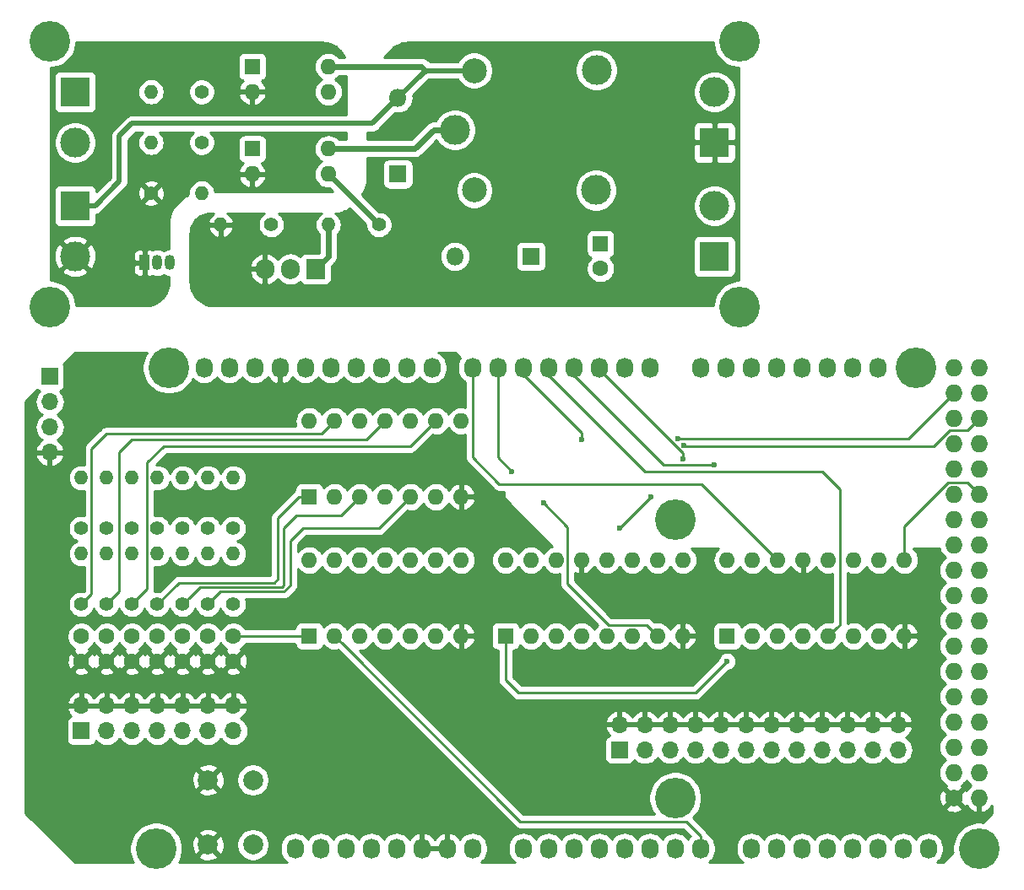
<source format=gbr>
G04 #@! TF.GenerationSoftware,KiCad,Pcbnew,5.1.4+dfsg1-1*
G04 #@! TF.CreationDate,2019-09-21T14:15:38+01:00*
G04 #@! TF.ProjectId,arduino_duo_shield,61726475-696e-46f5-9f64-756f5f736869,rev?*
G04 #@! TF.SameCoordinates,PX6296c50PY74079d0*
G04 #@! TF.FileFunction,Copper,L2,Bot*
G04 #@! TF.FilePolarity,Positive*
%FSLAX46Y46*%
G04 Gerber Fmt 4.6, Leading zero omitted, Abs format (unit mm)*
G04 Created by KiCad (PCBNEW 5.1.4+dfsg1-1) date 2019-09-21 14:15:38*
%MOMM*%
%LPD*%
G04 APERTURE LIST*
%ADD10C,1.600000*%
%ADD11C,2.000000*%
%ADD12O,1.600000X1.600000*%
%ADD13R,1.600000X1.600000*%
%ADD14O,1.400000X1.400000*%
%ADD15C,1.400000*%
%ADD16O,1.905000X2.000000*%
%ADD17R,1.905000X2.000000*%
%ADD18R,1.050000X1.500000*%
%ADD19O,1.050000X1.500000*%
%ADD20C,4.064000*%
%ADD21C,3.000000*%
%ADD22R,3.000000X3.000000*%
%ADD23C,2.500000*%
%ADD24O,1.800000X1.800000*%
%ADD25R,1.800000X1.800000*%
%ADD26O,1.700000X1.700000*%
%ADD27R,1.700000X1.700000*%
%ADD28C,1.727200*%
%ADD29O,1.727200X1.727200*%
%ADD30O,1.727200X2.032000*%
%ADD31C,0.600000*%
%ADD32C,0.250000*%
%ADD33C,0.600000*%
%ADD34C,0.500000*%
%ADD35C,0.254000*%
G04 APERTURE END LIST*
D10*
X21717000Y23836000D03*
X21717000Y21336000D03*
X6477000Y23836000D03*
X6477000Y21336000D03*
X9017000Y23836000D03*
X9017000Y21336000D03*
X11557000Y23836000D03*
X11557000Y21336000D03*
X14097000Y23836000D03*
X14097000Y21336000D03*
X16637000Y23836000D03*
X16637000Y21336000D03*
X19177000Y23836000D03*
X19177000Y21336000D03*
D11*
X19177000Y9421000D03*
X23677000Y9421000D03*
X19177000Y2921000D03*
X23677000Y2921000D03*
D12*
X49022000Y31496000D03*
X66802000Y23876000D03*
X51562000Y31496000D03*
X64262000Y23876000D03*
X54102000Y31496000D03*
X61722000Y23876000D03*
X56642000Y31496000D03*
X59182000Y23876000D03*
X59182000Y31496000D03*
X56642000Y23876000D03*
X61722000Y31496000D03*
X54102000Y23876000D03*
X64262000Y31496000D03*
X51562000Y23876000D03*
X66802000Y31496000D03*
D13*
X49022000Y23876000D03*
D14*
X21717000Y32131000D03*
D15*
X21717000Y27051000D03*
D14*
X21717000Y39751000D03*
D15*
X21717000Y34671000D03*
D14*
X6477000Y32131000D03*
D15*
X6477000Y27051000D03*
D14*
X6477000Y39751000D03*
D15*
X6477000Y34671000D03*
D14*
X9017000Y32131000D03*
D15*
X9017000Y27051000D03*
D14*
X9017000Y39751000D03*
D15*
X9017000Y34671000D03*
D14*
X11557000Y32131000D03*
D15*
X11557000Y27051000D03*
D14*
X11557000Y39751000D03*
D15*
X11557000Y34671000D03*
D14*
X14097000Y32131000D03*
D15*
X14097000Y27051000D03*
D14*
X14097000Y39751000D03*
D15*
X14097000Y34671000D03*
D14*
X16637000Y32131000D03*
D15*
X16637000Y27051000D03*
D14*
X16637000Y39751000D03*
D15*
X16637000Y34671000D03*
D14*
X19177000Y32131000D03*
D15*
X19177000Y27051000D03*
D14*
X19177000Y39751000D03*
D15*
X19177000Y34671000D03*
D12*
X71247000Y31496000D03*
X89027000Y23876000D03*
X73787000Y31496000D03*
X86487000Y23876000D03*
X76327000Y31496000D03*
X83947000Y23876000D03*
X78867000Y31496000D03*
X81407000Y23876000D03*
X81407000Y31496000D03*
X78867000Y23876000D03*
X83947000Y31496000D03*
X76327000Y23876000D03*
X86487000Y31496000D03*
X73787000Y23876000D03*
X89027000Y31496000D03*
D13*
X71247000Y23876000D03*
D12*
X29337000Y45466000D03*
X44577000Y37846000D03*
X31877000Y45466000D03*
X42037000Y37846000D03*
X34417000Y45466000D03*
X39497000Y37846000D03*
X36957000Y45466000D03*
X36957000Y37846000D03*
X39497000Y45466000D03*
X34417000Y37846000D03*
X42037000Y45466000D03*
X31877000Y37846000D03*
X44577000Y45466000D03*
D13*
X29337000Y37846000D03*
D12*
X29337000Y31496000D03*
X44577000Y23876000D03*
X31877000Y31496000D03*
X42037000Y23876000D03*
X34417000Y31496000D03*
X39497000Y23876000D03*
X36957000Y31496000D03*
X36957000Y23876000D03*
X39497000Y31496000D03*
X34417000Y23876000D03*
X42037000Y31496000D03*
X31877000Y23876000D03*
X44577000Y31496000D03*
D13*
X29337000Y23876000D03*
D16*
X24892000Y60706000D03*
X27432000Y60706000D03*
D17*
X29972000Y60706000D03*
D14*
X18542000Y68326000D03*
D15*
X13462000Y68326000D03*
D18*
X12827000Y61341000D03*
D19*
X15367000Y61341000D03*
X14097000Y61341000D03*
D20*
X72517000Y56896000D03*
X3302000Y56896000D03*
X72517000Y83566000D03*
X3302000Y83566000D03*
D21*
X69977000Y67056000D03*
D22*
X69977000Y61976000D03*
D21*
X69977000Y78486000D03*
D22*
X69977000Y73406000D03*
D21*
X43942000Y74676000D03*
D23*
X45892000Y80626000D03*
D21*
X58142000Y80676000D03*
X58092000Y68626000D03*
D23*
X45892000Y68626000D03*
D21*
X5842000Y73406000D03*
D22*
X5842000Y78486000D03*
D21*
X5842000Y61976000D03*
D22*
X5842000Y67056000D03*
D24*
X38227000Y77851000D03*
D25*
X38227000Y70231000D03*
D14*
X13462000Y78486000D03*
D15*
X18542000Y78486000D03*
D14*
X20447000Y65151000D03*
D15*
X25527000Y65151000D03*
D14*
X31242000Y65151000D03*
D15*
X36322000Y65151000D03*
D14*
X13462000Y73406000D03*
D15*
X18542000Y73406000D03*
D10*
X58547000Y60746000D03*
D13*
X58547000Y63246000D03*
D26*
X3302000Y42291000D03*
X3302000Y44831000D03*
X3302000Y47371000D03*
D27*
X3302000Y49911000D03*
D12*
X31242000Y81026000D03*
X23622000Y78486000D03*
X31242000Y78486000D03*
D13*
X23622000Y81026000D03*
D12*
X31242000Y72771000D03*
X23622000Y70231000D03*
X31242000Y70231000D03*
D13*
X23622000Y72771000D03*
D24*
X43942000Y61976000D03*
D25*
X51562000Y61976000D03*
D26*
X21717000Y16891000D03*
X21717000Y14351000D03*
X19177000Y16891000D03*
X19177000Y14351000D03*
X16637000Y16891000D03*
X16637000Y14351000D03*
X14097000Y16891000D03*
X14097000Y14351000D03*
X11557000Y16891000D03*
X11557000Y14351000D03*
X9017000Y16891000D03*
X9017000Y14351000D03*
X6477000Y16891000D03*
D27*
X6477000Y14351000D03*
D26*
X88392000Y14986000D03*
X88392000Y12446000D03*
X85852000Y14986000D03*
X85852000Y12446000D03*
X83312000Y14986000D03*
X83312000Y12446000D03*
X80772000Y14986000D03*
X80772000Y12446000D03*
X78232000Y14986000D03*
X78232000Y12446000D03*
X75692000Y14986000D03*
X75692000Y12446000D03*
X73152000Y14986000D03*
X73152000Y12446000D03*
X70612000Y14986000D03*
X70612000Y12446000D03*
X68072000Y14986000D03*
X68072000Y12446000D03*
X65532000Y14986000D03*
X65532000Y12446000D03*
X62992000Y14986000D03*
X62992000Y12446000D03*
X60452000Y14986000D03*
D27*
X60452000Y12446000D03*
D28*
X93980000Y7620000D03*
D29*
X96520000Y7620000D03*
X93980000Y10160000D03*
X96520000Y10160000D03*
X93980000Y12700000D03*
X96520000Y12700000D03*
X93980000Y15240000D03*
X96520000Y15240000D03*
X93980000Y17780000D03*
X96520000Y17780000D03*
X93980000Y20320000D03*
X96520000Y20320000D03*
X93980000Y22860000D03*
X96520000Y22860000D03*
X93980000Y25400000D03*
X96520000Y25400000D03*
X93980000Y27940000D03*
X96520000Y27940000D03*
X93980000Y30480000D03*
X96520000Y30480000D03*
X93980000Y33020000D03*
X96520000Y33020000D03*
X93980000Y35560000D03*
X96520000Y35560000D03*
X93980000Y38100000D03*
X96520000Y38100000D03*
X93980000Y40640000D03*
X96520000Y40640000D03*
X93980000Y43180000D03*
X96520000Y43180000D03*
X93980000Y45720000D03*
X96520000Y45720000D03*
X93980000Y48260000D03*
X96520000Y48260000D03*
X93980000Y50800000D03*
X96520000Y50800000D03*
D30*
X27940000Y2540000D03*
X30480000Y2540000D03*
X33020000Y2540000D03*
X35560000Y2540000D03*
X38100000Y2540000D03*
X40640000Y2540000D03*
X43180000Y2540000D03*
X45720000Y2540000D03*
X50800000Y2540000D03*
X53340000Y2540000D03*
X55880000Y2540000D03*
X58420000Y2540000D03*
X60960000Y2540000D03*
X63500000Y2540000D03*
X66040000Y2540000D03*
X68580000Y2540000D03*
X73660000Y2540000D03*
X76200000Y2540000D03*
X78740000Y2540000D03*
X81280000Y2540000D03*
X83820000Y2540000D03*
X86360000Y2540000D03*
X88900000Y2540000D03*
X91440000Y2540000D03*
X18796000Y50800000D03*
X21336000Y50800000D03*
X23876000Y50800000D03*
X26416000Y50800000D03*
X28956000Y50800000D03*
X31496000Y50800000D03*
X34036000Y50800000D03*
X36576000Y50800000D03*
X39116000Y50800000D03*
X41656000Y50800000D03*
X45720000Y50800000D03*
X48260000Y50800000D03*
X50800000Y50800000D03*
X53340000Y50800000D03*
X55880000Y50800000D03*
X58420000Y50800000D03*
X60960000Y50800000D03*
X63500000Y50800000D03*
X68580000Y50800000D03*
X71120000Y50800000D03*
X73660000Y50800000D03*
X76200000Y50800000D03*
X78740000Y50800000D03*
X81280000Y50800000D03*
X83820000Y50800000D03*
X86360000Y50800000D03*
D20*
X13970000Y2540000D03*
X66040000Y7620000D03*
X96520000Y2540000D03*
X15240000Y50800000D03*
X66040000Y35560000D03*
X90170000Y50800000D03*
D31*
X71247000Y21336000D03*
X66913742Y43037742D03*
X66278742Y43672742D03*
X49657000Y40386000D03*
X52832000Y37211000D03*
X56642000Y43561000D03*
X69977000Y41021000D03*
X63627000Y37846000D03*
X66802000Y41656000D03*
X60451988Y34671002D03*
D32*
X49022000Y19431000D02*
X49022000Y23876000D01*
X50292000Y18161000D02*
X49022000Y19431000D01*
X71247000Y21336000D02*
X68072000Y18161000D01*
X68072000Y18161000D02*
X50292000Y18161000D01*
X50490001Y5262999D02*
X32676999Y23076001D01*
X32676999Y23076001D02*
X31877000Y23876000D01*
X67123001Y5262999D02*
X50490001Y5262999D01*
X68580000Y3806000D02*
X67123001Y5262999D01*
X68580000Y2540000D02*
X68580000Y3806000D01*
X89027000Y32627370D02*
X89027000Y31496000D01*
X89027000Y34906130D02*
X89027000Y32627370D01*
X93409471Y39288601D02*
X89027000Y34906130D01*
X95331399Y39288601D02*
X93409471Y39288601D01*
X96520000Y38100000D02*
X95331399Y39288601D01*
X91966870Y42926000D02*
X66802000Y42926000D01*
X66802000Y42926000D02*
X66913742Y43037742D01*
X93572269Y44531399D02*
X91966870Y42926000D01*
X95331399Y44531399D02*
X93572269Y44531399D01*
X96520000Y45720000D02*
X95331399Y44531399D01*
X89392742Y43672742D02*
X93980000Y48260000D01*
X66278742Y43672742D02*
X89392742Y43672742D01*
X68707000Y39116000D02*
X76327000Y31496000D01*
X48387000Y39116000D02*
X68707000Y39116000D01*
X45720000Y50800000D02*
X45720000Y41783000D01*
X45720000Y41783000D02*
X48387000Y39116000D01*
X48260000Y41783000D02*
X48260000Y50800000D01*
X49657000Y40386000D02*
X48260000Y41783000D01*
X63462001Y24675999D02*
X64262000Y23876000D01*
X55227001Y34815999D02*
X55227001Y29100999D01*
X52832000Y37211000D02*
X55227001Y34815999D01*
X59326999Y25001001D02*
X63136999Y25001001D01*
X63136999Y25001001D02*
X63462001Y24675999D01*
X55227001Y29100999D02*
X59326999Y25001001D01*
X50800000Y50800000D02*
X50800000Y50103500D01*
X56642000Y43561000D02*
X56773000Y43561000D01*
X56642000Y44261500D02*
X56642000Y43561000D01*
X50800000Y50103500D02*
X56642000Y44261500D01*
X82206999Y24675999D02*
X81407000Y23876000D01*
X53340000Y50800000D02*
X53340000Y50038000D01*
X82532001Y25001001D02*
X82206999Y24675999D01*
X53340000Y50038000D02*
X62992000Y40386000D01*
X80772000Y40386000D02*
X82532001Y38625999D01*
X62992000Y40386000D02*
X80772000Y40386000D01*
X82532001Y38625999D02*
X82532001Y25001001D01*
X55880000Y50800000D02*
X55880000Y50038000D01*
X64897000Y41021000D02*
X69977000Y41021000D01*
X55880000Y50038000D02*
X64897000Y41021000D01*
X58420000Y50800000D02*
X58420000Y50647600D01*
X58420000Y50647600D02*
X66802000Y42265600D01*
X66802000Y42080264D02*
X66802000Y41656000D01*
X66802000Y42265600D02*
X66802000Y42080264D01*
X63627000Y37846000D02*
X60452002Y34671002D01*
X60452002Y34671002D02*
X60451988Y34671002D01*
X20447000Y28321000D02*
X19177000Y27051000D01*
X26797000Y28321000D02*
X20447000Y28321000D01*
X36322000Y34671000D02*
X28702000Y34671000D01*
X27432000Y33401000D02*
X27432000Y28956000D01*
X39497000Y37846000D02*
X36322000Y34671000D01*
X28702000Y34671000D02*
X27432000Y33401000D01*
X27432000Y28956000D02*
X26797000Y28321000D01*
X17336999Y27750999D02*
X16637000Y27051000D01*
X26610600Y28771010D02*
X18357010Y28771010D01*
X34417000Y37846000D02*
X32512000Y35941000D01*
X18357010Y28771010D02*
X17336999Y27750999D01*
X26797000Y34671352D02*
X26797000Y28957410D01*
X32512000Y35941000D02*
X28066648Y35941000D01*
X28066648Y35941000D02*
X26797000Y34671352D01*
X26797000Y28957410D02*
X26610600Y28771010D01*
X28287000Y37846000D02*
X26162000Y35721000D01*
X29337000Y37846000D02*
X28287000Y37846000D01*
X26162000Y29591000D02*
X25792020Y29221020D01*
X26162000Y35721000D02*
X26162000Y29591000D01*
X16267020Y29221020D02*
X14097000Y27051000D01*
X25792020Y29221020D02*
X16267020Y29221020D01*
X39497000Y42926000D02*
X42037000Y45466000D01*
X14732000Y42926000D02*
X39497000Y42926000D01*
X11557000Y27051000D02*
X13071999Y28565999D01*
X13071999Y41265999D02*
X14732000Y42926000D01*
X13071999Y28565999D02*
X13071999Y41265999D01*
X36157001Y44666001D02*
X36957000Y45466000D01*
X10287000Y28321000D02*
X10287000Y42291000D01*
X9017000Y27051000D02*
X10287000Y28321000D01*
X35052000Y43561000D02*
X36157001Y44666001D01*
X10287000Y42291000D02*
X11557000Y43561000D01*
X11557000Y43561000D02*
X35052000Y43561000D01*
D33*
X31242000Y61976000D02*
X29972000Y60706000D01*
X31242000Y65151000D02*
X31242000Y61976000D01*
X39915680Y72771000D02*
X32373370Y72771000D01*
X32373370Y72771000D02*
X31242000Y72771000D01*
X41820680Y74676000D02*
X39915680Y72771000D01*
X43942000Y74676000D02*
X41820680Y74676000D01*
D32*
X30607000Y44196000D02*
X31877000Y45466000D01*
X9017000Y44196000D02*
X30607000Y44196000D01*
X7502001Y42681001D02*
X9017000Y44196000D01*
X6477000Y27051000D02*
X7502001Y28076001D01*
X7502001Y28076001D02*
X7502001Y42681001D01*
D33*
X35622001Y65850999D02*
X31242000Y70231000D01*
X36322000Y65151000D02*
X35622001Y65850999D01*
D34*
X7842000Y67056000D02*
X10287000Y69501000D01*
X5842000Y67056000D02*
X7842000Y67056000D01*
X10287000Y69501000D02*
X10287000Y74041000D01*
X10287000Y74041000D02*
X11557000Y75311000D01*
X35687000Y75311000D02*
X38227000Y77851000D01*
X41002000Y80626000D02*
X45892000Y80626000D01*
X38227000Y77851000D02*
X41002000Y80626000D01*
X11557000Y75311000D02*
X35687000Y75311000D01*
D33*
X40602000Y81026000D02*
X41002000Y80626000D01*
X31242000Y81026000D02*
X40602000Y81026000D01*
D32*
X21757000Y23876000D02*
X21717000Y23836000D01*
X29337000Y23876000D02*
X21757000Y23876000D01*
D35*
G36*
X69850000Y83303323D02*
G01*
X69952492Y82788065D01*
X70153536Y82302702D01*
X70445406Y81865887D01*
X70816887Y81494406D01*
X71253702Y81202536D01*
X71739065Y81001492D01*
X72254323Y80899000D01*
X72390000Y80899000D01*
X72390000Y59563000D01*
X72254323Y59563000D01*
X71739065Y59460508D01*
X71253702Y59259464D01*
X70816887Y58967594D01*
X70445406Y58596113D01*
X70153536Y58159298D01*
X69952492Y57673935D01*
X69850000Y57158677D01*
X69850000Y57023000D01*
X19815832Y57023000D01*
X19521179Y57040823D01*
X19234588Y57093343D01*
X18956414Y57180026D01*
X18690733Y57299599D01*
X18441390Y57450332D01*
X18212045Y57630012D01*
X18006012Y57836045D01*
X17826332Y58065390D01*
X17675599Y58314733D01*
X17556026Y58580414D01*
X17469343Y58858588D01*
X17416823Y59145179D01*
X17399000Y59439832D01*
X17399000Y60332137D01*
X23339622Y60332137D01*
X23433121Y60035554D01*
X23582684Y59762911D01*
X23782563Y59524685D01*
X24025077Y59330031D01*
X24300906Y59186429D01*
X24519020Y59115437D01*
X24765000Y59235406D01*
X24765000Y60579000D01*
X23466430Y60579000D01*
X23339622Y60332137D01*
X17399000Y60332137D01*
X17399000Y61079863D01*
X23339622Y61079863D01*
X23466430Y60833000D01*
X24765000Y60833000D01*
X24765000Y62176594D01*
X24519020Y62296563D01*
X24300906Y62225571D01*
X24025077Y62081969D01*
X23782563Y61887315D01*
X23582684Y61649089D01*
X23433121Y61376446D01*
X23339622Y61079863D01*
X17399000Y61079863D01*
X17399000Y64248818D01*
X17416731Y64519343D01*
X17468811Y64781164D01*
X17481203Y64817671D01*
X19154284Y64817671D01*
X19186953Y64709956D01*
X19297208Y64472608D01*
X19451649Y64261330D01*
X19644340Y64084241D01*
X19867877Y63948147D01*
X20113670Y63858278D01*
X20320000Y63980799D01*
X20320000Y65024000D01*
X20574000Y65024000D01*
X20574000Y63980799D01*
X20780330Y63858278D01*
X21026123Y63948147D01*
X21249660Y64084241D01*
X21442351Y64261330D01*
X21596792Y64472608D01*
X21707047Y64709956D01*
X21739716Y64817671D01*
X21616374Y65024000D01*
X20574000Y65024000D01*
X20320000Y65024000D01*
X19277626Y65024000D01*
X19154284Y64817671D01*
X17481203Y64817671D01*
X17554615Y65033934D01*
X17672682Y65273352D01*
X17820986Y65495305D01*
X17996995Y65696005D01*
X18197695Y65872014D01*
X18419648Y66020318D01*
X18659066Y66138385D01*
X18911836Y66224189D01*
X19173657Y66276269D01*
X19444182Y66294000D01*
X19769567Y66294000D01*
X19644340Y66217759D01*
X19451649Y66040670D01*
X19297208Y65829392D01*
X19186953Y65592044D01*
X19154284Y65484329D01*
X19277626Y65278000D01*
X20320000Y65278000D01*
X20320000Y65298000D01*
X20574000Y65298000D01*
X20574000Y65278000D01*
X21616374Y65278000D01*
X21739716Y65484329D01*
X21707047Y65592044D01*
X21596792Y65829392D01*
X21442351Y66040670D01*
X21249660Y66217759D01*
X21124433Y66294000D01*
X24834685Y66294000D01*
X24675987Y66187962D01*
X24490038Y66002013D01*
X24343939Y65783359D01*
X24243304Y65540405D01*
X24192000Y65282486D01*
X24192000Y65019514D01*
X24243304Y64761595D01*
X24343939Y64518641D01*
X24490038Y64299987D01*
X24675987Y64114038D01*
X24894641Y63967939D01*
X25137595Y63867304D01*
X25395514Y63816000D01*
X25658486Y63816000D01*
X25916405Y63867304D01*
X26159359Y63967939D01*
X26378013Y64114038D01*
X26563962Y64299987D01*
X26710061Y64518641D01*
X26810696Y64761595D01*
X26862000Y65019514D01*
X26862000Y65282486D01*
X26810696Y65540405D01*
X26710061Y65783359D01*
X26563962Y66002013D01*
X26378013Y66187962D01*
X26219315Y66294000D01*
X30548394Y66294000D01*
X30496725Y66266382D01*
X30293445Y66099555D01*
X30126618Y65896275D01*
X30002653Y65664354D01*
X29926317Y65412706D01*
X29900541Y65151000D01*
X29926317Y64889294D01*
X30002653Y64637646D01*
X30126618Y64405725D01*
X30293445Y64202445D01*
X30307000Y64191320D01*
X30307001Y62363291D01*
X30287782Y62344072D01*
X29019500Y62344072D01*
X28895018Y62331812D01*
X28775320Y62295502D01*
X28665006Y62236537D01*
X28568315Y62157185D01*
X28488963Y62060494D01*
X28444095Y61976554D01*
X28318235Y62079845D01*
X28042449Y62227255D01*
X27743204Y62318030D01*
X27432000Y62348681D01*
X27120797Y62318030D01*
X26821552Y62227255D01*
X26545766Y62079845D01*
X26304037Y61881463D01*
X26156837Y61702101D01*
X26001437Y61887315D01*
X25758923Y62081969D01*
X25483094Y62225571D01*
X25264980Y62296563D01*
X25019000Y62176594D01*
X25019000Y60833000D01*
X25039000Y60833000D01*
X25039000Y60579000D01*
X25019000Y60579000D01*
X25019000Y59235406D01*
X25264980Y59115437D01*
X25483094Y59186429D01*
X25758923Y59330031D01*
X26001437Y59524685D01*
X26156838Y59709900D01*
X26304037Y59530537D01*
X26545765Y59332155D01*
X26821551Y59184745D01*
X27120796Y59093970D01*
X27432000Y59063319D01*
X27743203Y59093970D01*
X28042448Y59184745D01*
X28318234Y59332155D01*
X28444095Y59435447D01*
X28488963Y59351506D01*
X28568315Y59254815D01*
X28665006Y59175463D01*
X28775320Y59116498D01*
X28895018Y59080188D01*
X29019500Y59067928D01*
X30924500Y59067928D01*
X31048982Y59080188D01*
X31168680Y59116498D01*
X31278994Y59175463D01*
X31375685Y59254815D01*
X31455037Y59351506D01*
X31514002Y59461820D01*
X31550312Y59581518D01*
X31562572Y59706000D01*
X31562572Y60974282D01*
X31870664Y61282374D01*
X31906344Y61311656D01*
X32023186Y61454028D01*
X32110007Y61616460D01*
X32163471Y61792708D01*
X32166178Y61820188D01*
X32181524Y61975999D01*
X32181524Y61976000D01*
X42399573Y61976000D01*
X42429210Y61675087D01*
X42516983Y61385739D01*
X42659519Y61119073D01*
X42851339Y60885339D01*
X43085073Y60693519D01*
X43351739Y60550983D01*
X43641087Y60463210D01*
X43866592Y60441000D01*
X44017408Y60441000D01*
X44242913Y60463210D01*
X44532261Y60550983D01*
X44798927Y60693519D01*
X45032661Y60885339D01*
X45224481Y61119073D01*
X45367017Y61385739D01*
X45454790Y61675087D01*
X45484427Y61976000D01*
X45454790Y62276913D01*
X45367017Y62566261D01*
X45224481Y62832927D01*
X45189133Y62876000D01*
X50023928Y62876000D01*
X50023928Y61076000D01*
X50036188Y60951518D01*
X50072498Y60831820D01*
X50131463Y60721506D01*
X50210815Y60624815D01*
X50307506Y60545463D01*
X50417820Y60486498D01*
X50537518Y60450188D01*
X50662000Y60437928D01*
X52462000Y60437928D01*
X52586482Y60450188D01*
X52706180Y60486498D01*
X52816494Y60545463D01*
X52913185Y60624815D01*
X52992537Y60721506D01*
X53051502Y60831820D01*
X53087812Y60951518D01*
X53100072Y61076000D01*
X53100072Y62876000D01*
X53087812Y63000482D01*
X53051502Y63120180D01*
X52992537Y63230494D01*
X52913185Y63327185D01*
X52816494Y63406537D01*
X52706180Y63465502D01*
X52586482Y63501812D01*
X52462000Y63514072D01*
X50662000Y63514072D01*
X50537518Y63501812D01*
X50417820Y63465502D01*
X50307506Y63406537D01*
X50210815Y63327185D01*
X50131463Y63230494D01*
X50072498Y63120180D01*
X50036188Y63000482D01*
X50023928Y62876000D01*
X45189133Y62876000D01*
X45032661Y63066661D01*
X44798927Y63258481D01*
X44532261Y63401017D01*
X44242913Y63488790D01*
X44017408Y63511000D01*
X43866592Y63511000D01*
X43641087Y63488790D01*
X43351739Y63401017D01*
X43085073Y63258481D01*
X42851339Y63066661D01*
X42659519Y62832927D01*
X42516983Y62566261D01*
X42429210Y62276913D01*
X42399573Y61976000D01*
X32181524Y61976000D01*
X32177000Y62021931D01*
X32177000Y64191321D01*
X32190555Y64202445D01*
X32357382Y64405725D01*
X32481347Y64637646D01*
X32557683Y64889294D01*
X32583459Y65151000D01*
X32557683Y65412706D01*
X32481347Y65664354D01*
X32357382Y65896275D01*
X32190555Y66099555D01*
X31987275Y66266382D01*
X31929601Y66297210D01*
X32220898Y66316532D01*
X32237562Y66318753D01*
X32567176Y66385125D01*
X32583401Y66389527D01*
X32901360Y66498854D01*
X32916861Y66505361D01*
X33217594Y66655728D01*
X33232100Y66664225D01*
X33383660Y66767051D01*
X34987000Y65163711D01*
X34987000Y65019514D01*
X35038304Y64761595D01*
X35138939Y64518641D01*
X35285038Y64299987D01*
X35470987Y64114038D01*
X35689641Y63967939D01*
X35932595Y63867304D01*
X36190514Y63816000D01*
X36453486Y63816000D01*
X36711405Y63867304D01*
X36954359Y63967939D01*
X37071186Y64046000D01*
X57108928Y64046000D01*
X57108928Y62446000D01*
X57121188Y62321518D01*
X57157498Y62201820D01*
X57216463Y62091506D01*
X57295815Y61994815D01*
X57392506Y61915463D01*
X57502820Y61856498D01*
X57598943Y61827339D01*
X57432363Y61660759D01*
X57275320Y61425727D01*
X57167147Y61164574D01*
X57112000Y60887335D01*
X57112000Y60604665D01*
X57167147Y60327426D01*
X57275320Y60066273D01*
X57432363Y59831241D01*
X57632241Y59631363D01*
X57867273Y59474320D01*
X58128426Y59366147D01*
X58405665Y59311000D01*
X58688335Y59311000D01*
X58965574Y59366147D01*
X59226727Y59474320D01*
X59461759Y59631363D01*
X59661637Y59831241D01*
X59818680Y60066273D01*
X59926853Y60327426D01*
X59982000Y60604665D01*
X59982000Y60887335D01*
X59926853Y61164574D01*
X59818680Y61425727D01*
X59661637Y61660759D01*
X59495057Y61827339D01*
X59591180Y61856498D01*
X59701494Y61915463D01*
X59798185Y61994815D01*
X59877537Y62091506D01*
X59936502Y62201820D01*
X59972812Y62321518D01*
X59985072Y62446000D01*
X59985072Y63476000D01*
X67838928Y63476000D01*
X67838928Y60476000D01*
X67851188Y60351518D01*
X67887498Y60231820D01*
X67946463Y60121506D01*
X68025815Y60024815D01*
X68122506Y59945463D01*
X68232820Y59886498D01*
X68352518Y59850188D01*
X68477000Y59837928D01*
X71477000Y59837928D01*
X71601482Y59850188D01*
X71721180Y59886498D01*
X71831494Y59945463D01*
X71928185Y60024815D01*
X72007537Y60121506D01*
X72066502Y60231820D01*
X72102812Y60351518D01*
X72115072Y60476000D01*
X72115072Y63476000D01*
X72102812Y63600482D01*
X72066502Y63720180D01*
X72007537Y63830494D01*
X71928185Y63927185D01*
X71831494Y64006537D01*
X71721180Y64065502D01*
X71601482Y64101812D01*
X71477000Y64114072D01*
X68477000Y64114072D01*
X68352518Y64101812D01*
X68232820Y64065502D01*
X68122506Y64006537D01*
X68025815Y63927185D01*
X67946463Y63830494D01*
X67887498Y63720180D01*
X67851188Y63600482D01*
X67838928Y63476000D01*
X59985072Y63476000D01*
X59985072Y64046000D01*
X59972812Y64170482D01*
X59936502Y64290180D01*
X59877537Y64400494D01*
X59798185Y64497185D01*
X59701494Y64576537D01*
X59591180Y64635502D01*
X59471482Y64671812D01*
X59347000Y64684072D01*
X57747000Y64684072D01*
X57622518Y64671812D01*
X57502820Y64635502D01*
X57392506Y64576537D01*
X57295815Y64497185D01*
X57216463Y64400494D01*
X57157498Y64290180D01*
X57121188Y64170482D01*
X57108928Y64046000D01*
X37071186Y64046000D01*
X37173013Y64114038D01*
X37358962Y64299987D01*
X37505061Y64518641D01*
X37605696Y64761595D01*
X37657000Y65019514D01*
X37657000Y65282486D01*
X37605696Y65540405D01*
X37505061Y65783359D01*
X37358962Y66002013D01*
X37173013Y66187962D01*
X36954359Y66334061D01*
X36711405Y66434696D01*
X36453486Y66486000D01*
X36309289Y66486000D01*
X34620838Y68174451D01*
X34645600Y68207467D01*
X34650290Y68214158D01*
X34829083Y68487559D01*
X34837125Y68501776D01*
X34979349Y68795864D01*
X34985500Y68810995D01*
X35088803Y69120904D01*
X35092961Y69136700D01*
X35155634Y69457305D01*
X35157730Y69473503D01*
X35178737Y69799500D01*
X35179000Y69807667D01*
X35179000Y71131000D01*
X36688928Y71131000D01*
X36688928Y69331000D01*
X36701188Y69206518D01*
X36737498Y69086820D01*
X36796463Y68976506D01*
X36875815Y68879815D01*
X36972506Y68800463D01*
X37082820Y68741498D01*
X37202518Y68705188D01*
X37327000Y68692928D01*
X39127000Y68692928D01*
X39251482Y68705188D01*
X39371180Y68741498D01*
X39481494Y68800463D01*
X39495132Y68811656D01*
X44007000Y68811656D01*
X44007000Y68440344D01*
X44079439Y68076166D01*
X44221534Y67733118D01*
X44427825Y67424382D01*
X44690382Y67161825D01*
X44999118Y66955534D01*
X45342166Y66813439D01*
X45706344Y66741000D01*
X46077656Y66741000D01*
X46441834Y66813439D01*
X46784882Y66955534D01*
X47093618Y67161825D01*
X47356175Y67424382D01*
X47562466Y67733118D01*
X47704561Y68076166D01*
X47777000Y68440344D01*
X47777000Y68811656D01*
X47772103Y68836279D01*
X55957000Y68836279D01*
X55957000Y68415721D01*
X56039047Y68003244D01*
X56199988Y67614698D01*
X56433637Y67265017D01*
X56731017Y66967637D01*
X57080698Y66733988D01*
X57469244Y66573047D01*
X57881721Y66491000D01*
X58302279Y66491000D01*
X58714756Y66573047D01*
X59103302Y66733988D01*
X59452983Y66967637D01*
X59750363Y67265017D01*
X59751206Y67266279D01*
X67842000Y67266279D01*
X67842000Y66845721D01*
X67924047Y66433244D01*
X68084988Y66044698D01*
X68318637Y65695017D01*
X68616017Y65397637D01*
X68965698Y65163988D01*
X69354244Y65003047D01*
X69766721Y64921000D01*
X70187279Y64921000D01*
X70599756Y65003047D01*
X70988302Y65163988D01*
X71337983Y65397637D01*
X71635363Y65695017D01*
X71869012Y66044698D01*
X72029953Y66433244D01*
X72112000Y66845721D01*
X72112000Y67266279D01*
X72029953Y67678756D01*
X71869012Y68067302D01*
X71635363Y68416983D01*
X71337983Y68714363D01*
X70988302Y68948012D01*
X70599756Y69108953D01*
X70187279Y69191000D01*
X69766721Y69191000D01*
X69354244Y69108953D01*
X68965698Y68948012D01*
X68616017Y68714363D01*
X68318637Y68416983D01*
X68084988Y68067302D01*
X67924047Y67678756D01*
X67842000Y67266279D01*
X59751206Y67266279D01*
X59984012Y67614698D01*
X60144953Y68003244D01*
X60227000Y68415721D01*
X60227000Y68836279D01*
X60144953Y69248756D01*
X59984012Y69637302D01*
X59750363Y69986983D01*
X59452983Y70284363D01*
X59103302Y70518012D01*
X58714756Y70678953D01*
X58302279Y70761000D01*
X57881721Y70761000D01*
X57469244Y70678953D01*
X57080698Y70518012D01*
X56731017Y70284363D01*
X56433637Y69986983D01*
X56199988Y69637302D01*
X56039047Y69248756D01*
X55957000Y68836279D01*
X47772103Y68836279D01*
X47704561Y69175834D01*
X47562466Y69518882D01*
X47356175Y69827618D01*
X47093618Y70090175D01*
X46784882Y70296466D01*
X46441834Y70438561D01*
X46077656Y70511000D01*
X45706344Y70511000D01*
X45342166Y70438561D01*
X44999118Y70296466D01*
X44690382Y70090175D01*
X44427825Y69827618D01*
X44221534Y69518882D01*
X44079439Y69175834D01*
X44007000Y68811656D01*
X39495132Y68811656D01*
X39578185Y68879815D01*
X39657537Y68976506D01*
X39716502Y69086820D01*
X39752812Y69206518D01*
X39765072Y69331000D01*
X39765072Y71131000D01*
X39752812Y71255482D01*
X39716502Y71375180D01*
X39657537Y71485494D01*
X39578185Y71582185D01*
X39481494Y71661537D01*
X39371180Y71720502D01*
X39251482Y71756812D01*
X39127000Y71769072D01*
X37327000Y71769072D01*
X37202518Y71756812D01*
X37082820Y71720502D01*
X36972506Y71661537D01*
X36875815Y71582185D01*
X36796463Y71485494D01*
X36737498Y71375180D01*
X36701188Y71255482D01*
X36688928Y71131000D01*
X35179000Y71131000D01*
X35179000Y71836000D01*
X39869748Y71836000D01*
X39915680Y71831476D01*
X39961612Y71836000D01*
X40098972Y71849529D01*
X40275220Y71902993D01*
X40280845Y71906000D01*
X67838928Y71906000D01*
X67851188Y71781518D01*
X67887498Y71661820D01*
X67946463Y71551506D01*
X68025815Y71454815D01*
X68122506Y71375463D01*
X68232820Y71316498D01*
X68352518Y71280188D01*
X68477000Y71267928D01*
X69691250Y71271000D01*
X69850000Y71429750D01*
X69850000Y73279000D01*
X70104000Y73279000D01*
X70104000Y71429750D01*
X70262750Y71271000D01*
X71477000Y71267928D01*
X71601482Y71280188D01*
X71721180Y71316498D01*
X71831494Y71375463D01*
X71928185Y71454815D01*
X72007537Y71551506D01*
X72066502Y71661820D01*
X72102812Y71781518D01*
X72115072Y71906000D01*
X72112000Y73120250D01*
X71953250Y73279000D01*
X70104000Y73279000D01*
X69850000Y73279000D01*
X68000750Y73279000D01*
X67842000Y73120250D01*
X67838928Y71906000D01*
X40280845Y71906000D01*
X40437652Y71989814D01*
X40580024Y72106656D01*
X40609310Y72142341D01*
X42082704Y73615735D01*
X42283637Y73315017D01*
X42581017Y73017637D01*
X42930698Y72783988D01*
X43319244Y72623047D01*
X43731721Y72541000D01*
X44152279Y72541000D01*
X44564756Y72623047D01*
X44953302Y72783988D01*
X45302983Y73017637D01*
X45600363Y73315017D01*
X45834012Y73664698D01*
X45994953Y74053244D01*
X46077000Y74465721D01*
X46077000Y74886279D01*
X46073078Y74906000D01*
X67838928Y74906000D01*
X67842000Y73691750D01*
X68000750Y73533000D01*
X69850000Y73533000D01*
X69850000Y75382250D01*
X70104000Y75382250D01*
X70104000Y73533000D01*
X71953250Y73533000D01*
X72112000Y73691750D01*
X72115072Y74906000D01*
X72102812Y75030482D01*
X72066502Y75150180D01*
X72007537Y75260494D01*
X71928185Y75357185D01*
X71831494Y75436537D01*
X71721180Y75495502D01*
X71601482Y75531812D01*
X71477000Y75544072D01*
X70262750Y75541000D01*
X70104000Y75382250D01*
X69850000Y75382250D01*
X69691250Y75541000D01*
X68477000Y75544072D01*
X68352518Y75531812D01*
X68232820Y75495502D01*
X68122506Y75436537D01*
X68025815Y75357185D01*
X67946463Y75260494D01*
X67887498Y75150180D01*
X67851188Y75030482D01*
X67838928Y74906000D01*
X46073078Y74906000D01*
X45994953Y75298756D01*
X45834012Y75687302D01*
X45600363Y76036983D01*
X45302983Y76334363D01*
X44953302Y76568012D01*
X44564756Y76728953D01*
X44152279Y76811000D01*
X43731721Y76811000D01*
X43319244Y76728953D01*
X42930698Y76568012D01*
X42581017Y76334363D01*
X42283637Y76036983D01*
X42049988Y75687302D01*
X42018383Y75611000D01*
X41866612Y75611000D01*
X41820680Y75615524D01*
X41774748Y75611000D01*
X41637388Y75597471D01*
X41461140Y75544007D01*
X41298708Y75457186D01*
X41156336Y75340344D01*
X41127050Y75304659D01*
X39528391Y73706000D01*
X35179000Y73706000D01*
X35179000Y74426000D01*
X35643531Y74426000D01*
X35687000Y74421719D01*
X35730469Y74426000D01*
X35730477Y74426000D01*
X35860490Y74438805D01*
X36027313Y74489411D01*
X36181059Y74571589D01*
X36315817Y74682183D01*
X36343534Y74715956D01*
X37962229Y76334650D01*
X38151592Y76316000D01*
X38302408Y76316000D01*
X38527913Y76338210D01*
X38817261Y76425983D01*
X39083927Y76568519D01*
X39317661Y76760339D01*
X39509481Y76994073D01*
X39652017Y77260739D01*
X39739790Y77550087D01*
X39769427Y77851000D01*
X39743350Y78115771D01*
X41368579Y79741000D01*
X44218269Y79741000D01*
X44221534Y79733118D01*
X44427825Y79424382D01*
X44690382Y79161825D01*
X44999118Y78955534D01*
X45342166Y78813439D01*
X45706344Y78741000D01*
X46077656Y78741000D01*
X46441834Y78813439D01*
X46784882Y78955534D01*
X47093618Y79161825D01*
X47356175Y79424382D01*
X47562466Y79733118D01*
X47704561Y80076166D01*
X47777000Y80440344D01*
X47777000Y80811656D01*
X47762157Y80886279D01*
X56007000Y80886279D01*
X56007000Y80465721D01*
X56089047Y80053244D01*
X56249988Y79664698D01*
X56483637Y79315017D01*
X56781017Y79017637D01*
X57130698Y78783988D01*
X57519244Y78623047D01*
X57931721Y78541000D01*
X58352279Y78541000D01*
X58764756Y78623047D01*
X58941553Y78696279D01*
X67842000Y78696279D01*
X67842000Y78275721D01*
X67924047Y77863244D01*
X68084988Y77474698D01*
X68318637Y77125017D01*
X68616017Y76827637D01*
X68965698Y76593988D01*
X69354244Y76433047D01*
X69766721Y76351000D01*
X70187279Y76351000D01*
X70599756Y76433047D01*
X70988302Y76593988D01*
X71337983Y76827637D01*
X71635363Y77125017D01*
X71869012Y77474698D01*
X72029953Y77863244D01*
X72112000Y78275721D01*
X72112000Y78696279D01*
X72029953Y79108756D01*
X71869012Y79497302D01*
X71635363Y79846983D01*
X71337983Y80144363D01*
X70988302Y80378012D01*
X70599756Y80538953D01*
X70187279Y80621000D01*
X69766721Y80621000D01*
X69354244Y80538953D01*
X68965698Y80378012D01*
X68616017Y80144363D01*
X68318637Y79846983D01*
X68084988Y79497302D01*
X67924047Y79108756D01*
X67842000Y78696279D01*
X58941553Y78696279D01*
X59153302Y78783988D01*
X59502983Y79017637D01*
X59800363Y79315017D01*
X60034012Y79664698D01*
X60194953Y80053244D01*
X60277000Y80465721D01*
X60277000Y80886279D01*
X60194953Y81298756D01*
X60034012Y81687302D01*
X59800363Y82036983D01*
X59502983Y82334363D01*
X59153302Y82568012D01*
X58764756Y82728953D01*
X58352279Y82811000D01*
X57931721Y82811000D01*
X57519244Y82728953D01*
X57130698Y82568012D01*
X56781017Y82334363D01*
X56483637Y82036983D01*
X56249988Y81687302D01*
X56089047Y81298756D01*
X56007000Y80886279D01*
X47762157Y80886279D01*
X47704561Y81175834D01*
X47562466Y81518882D01*
X47356175Y81827618D01*
X47093618Y82090175D01*
X46784882Y82296466D01*
X46441834Y82438561D01*
X46077656Y82511000D01*
X45706344Y82511000D01*
X45342166Y82438561D01*
X44999118Y82296466D01*
X44690382Y82090175D01*
X44427825Y81827618D01*
X44221534Y81518882D01*
X44218269Y81511000D01*
X41439289Y81511000D01*
X41295630Y81654659D01*
X41266344Y81690344D01*
X41123972Y81807186D01*
X40961540Y81894007D01*
X40785292Y81947471D01*
X40647932Y81961000D01*
X40602000Y81965524D01*
X40556068Y81961000D01*
X36801606Y81961000D01*
X37569917Y82729311D01*
X37810330Y82940147D01*
X38072738Y83115484D01*
X38355791Y83255069D01*
X38654641Y83356516D01*
X38964180Y83418087D01*
X39283258Y83439000D01*
X69850000Y83439000D01*
X69850000Y83303323D01*
X69850000Y83303323D01*
G37*
X69850000Y83303323D02*
X69952492Y82788065D01*
X70153536Y82302702D01*
X70445406Y81865887D01*
X70816887Y81494406D01*
X71253702Y81202536D01*
X71739065Y81001492D01*
X72254323Y80899000D01*
X72390000Y80899000D01*
X72390000Y59563000D01*
X72254323Y59563000D01*
X71739065Y59460508D01*
X71253702Y59259464D01*
X70816887Y58967594D01*
X70445406Y58596113D01*
X70153536Y58159298D01*
X69952492Y57673935D01*
X69850000Y57158677D01*
X69850000Y57023000D01*
X19815832Y57023000D01*
X19521179Y57040823D01*
X19234588Y57093343D01*
X18956414Y57180026D01*
X18690733Y57299599D01*
X18441390Y57450332D01*
X18212045Y57630012D01*
X18006012Y57836045D01*
X17826332Y58065390D01*
X17675599Y58314733D01*
X17556026Y58580414D01*
X17469343Y58858588D01*
X17416823Y59145179D01*
X17399000Y59439832D01*
X17399000Y60332137D01*
X23339622Y60332137D01*
X23433121Y60035554D01*
X23582684Y59762911D01*
X23782563Y59524685D01*
X24025077Y59330031D01*
X24300906Y59186429D01*
X24519020Y59115437D01*
X24765000Y59235406D01*
X24765000Y60579000D01*
X23466430Y60579000D01*
X23339622Y60332137D01*
X17399000Y60332137D01*
X17399000Y61079863D01*
X23339622Y61079863D01*
X23466430Y60833000D01*
X24765000Y60833000D01*
X24765000Y62176594D01*
X24519020Y62296563D01*
X24300906Y62225571D01*
X24025077Y62081969D01*
X23782563Y61887315D01*
X23582684Y61649089D01*
X23433121Y61376446D01*
X23339622Y61079863D01*
X17399000Y61079863D01*
X17399000Y64248818D01*
X17416731Y64519343D01*
X17468811Y64781164D01*
X17481203Y64817671D01*
X19154284Y64817671D01*
X19186953Y64709956D01*
X19297208Y64472608D01*
X19451649Y64261330D01*
X19644340Y64084241D01*
X19867877Y63948147D01*
X20113670Y63858278D01*
X20320000Y63980799D01*
X20320000Y65024000D01*
X20574000Y65024000D01*
X20574000Y63980799D01*
X20780330Y63858278D01*
X21026123Y63948147D01*
X21249660Y64084241D01*
X21442351Y64261330D01*
X21596792Y64472608D01*
X21707047Y64709956D01*
X21739716Y64817671D01*
X21616374Y65024000D01*
X20574000Y65024000D01*
X20320000Y65024000D01*
X19277626Y65024000D01*
X19154284Y64817671D01*
X17481203Y64817671D01*
X17554615Y65033934D01*
X17672682Y65273352D01*
X17820986Y65495305D01*
X17996995Y65696005D01*
X18197695Y65872014D01*
X18419648Y66020318D01*
X18659066Y66138385D01*
X18911836Y66224189D01*
X19173657Y66276269D01*
X19444182Y66294000D01*
X19769567Y66294000D01*
X19644340Y66217759D01*
X19451649Y66040670D01*
X19297208Y65829392D01*
X19186953Y65592044D01*
X19154284Y65484329D01*
X19277626Y65278000D01*
X20320000Y65278000D01*
X20320000Y65298000D01*
X20574000Y65298000D01*
X20574000Y65278000D01*
X21616374Y65278000D01*
X21739716Y65484329D01*
X21707047Y65592044D01*
X21596792Y65829392D01*
X21442351Y66040670D01*
X21249660Y66217759D01*
X21124433Y66294000D01*
X24834685Y66294000D01*
X24675987Y66187962D01*
X24490038Y66002013D01*
X24343939Y65783359D01*
X24243304Y65540405D01*
X24192000Y65282486D01*
X24192000Y65019514D01*
X24243304Y64761595D01*
X24343939Y64518641D01*
X24490038Y64299987D01*
X24675987Y64114038D01*
X24894641Y63967939D01*
X25137595Y63867304D01*
X25395514Y63816000D01*
X25658486Y63816000D01*
X25916405Y63867304D01*
X26159359Y63967939D01*
X26378013Y64114038D01*
X26563962Y64299987D01*
X26710061Y64518641D01*
X26810696Y64761595D01*
X26862000Y65019514D01*
X26862000Y65282486D01*
X26810696Y65540405D01*
X26710061Y65783359D01*
X26563962Y66002013D01*
X26378013Y66187962D01*
X26219315Y66294000D01*
X30548394Y66294000D01*
X30496725Y66266382D01*
X30293445Y66099555D01*
X30126618Y65896275D01*
X30002653Y65664354D01*
X29926317Y65412706D01*
X29900541Y65151000D01*
X29926317Y64889294D01*
X30002653Y64637646D01*
X30126618Y64405725D01*
X30293445Y64202445D01*
X30307000Y64191320D01*
X30307001Y62363291D01*
X30287782Y62344072D01*
X29019500Y62344072D01*
X28895018Y62331812D01*
X28775320Y62295502D01*
X28665006Y62236537D01*
X28568315Y62157185D01*
X28488963Y62060494D01*
X28444095Y61976554D01*
X28318235Y62079845D01*
X28042449Y62227255D01*
X27743204Y62318030D01*
X27432000Y62348681D01*
X27120797Y62318030D01*
X26821552Y62227255D01*
X26545766Y62079845D01*
X26304037Y61881463D01*
X26156837Y61702101D01*
X26001437Y61887315D01*
X25758923Y62081969D01*
X25483094Y62225571D01*
X25264980Y62296563D01*
X25019000Y62176594D01*
X25019000Y60833000D01*
X25039000Y60833000D01*
X25039000Y60579000D01*
X25019000Y60579000D01*
X25019000Y59235406D01*
X25264980Y59115437D01*
X25483094Y59186429D01*
X25758923Y59330031D01*
X26001437Y59524685D01*
X26156838Y59709900D01*
X26304037Y59530537D01*
X26545765Y59332155D01*
X26821551Y59184745D01*
X27120796Y59093970D01*
X27432000Y59063319D01*
X27743203Y59093970D01*
X28042448Y59184745D01*
X28318234Y59332155D01*
X28444095Y59435447D01*
X28488963Y59351506D01*
X28568315Y59254815D01*
X28665006Y59175463D01*
X28775320Y59116498D01*
X28895018Y59080188D01*
X29019500Y59067928D01*
X30924500Y59067928D01*
X31048982Y59080188D01*
X31168680Y59116498D01*
X31278994Y59175463D01*
X31375685Y59254815D01*
X31455037Y59351506D01*
X31514002Y59461820D01*
X31550312Y59581518D01*
X31562572Y59706000D01*
X31562572Y60974282D01*
X31870664Y61282374D01*
X31906344Y61311656D01*
X32023186Y61454028D01*
X32110007Y61616460D01*
X32163471Y61792708D01*
X32166178Y61820188D01*
X32181524Y61975999D01*
X32181524Y61976000D01*
X42399573Y61976000D01*
X42429210Y61675087D01*
X42516983Y61385739D01*
X42659519Y61119073D01*
X42851339Y60885339D01*
X43085073Y60693519D01*
X43351739Y60550983D01*
X43641087Y60463210D01*
X43866592Y60441000D01*
X44017408Y60441000D01*
X44242913Y60463210D01*
X44532261Y60550983D01*
X44798927Y60693519D01*
X45032661Y60885339D01*
X45224481Y61119073D01*
X45367017Y61385739D01*
X45454790Y61675087D01*
X45484427Y61976000D01*
X45454790Y62276913D01*
X45367017Y62566261D01*
X45224481Y62832927D01*
X45189133Y62876000D01*
X50023928Y62876000D01*
X50023928Y61076000D01*
X50036188Y60951518D01*
X50072498Y60831820D01*
X50131463Y60721506D01*
X50210815Y60624815D01*
X50307506Y60545463D01*
X50417820Y60486498D01*
X50537518Y60450188D01*
X50662000Y60437928D01*
X52462000Y60437928D01*
X52586482Y60450188D01*
X52706180Y60486498D01*
X52816494Y60545463D01*
X52913185Y60624815D01*
X52992537Y60721506D01*
X53051502Y60831820D01*
X53087812Y60951518D01*
X53100072Y61076000D01*
X53100072Y62876000D01*
X53087812Y63000482D01*
X53051502Y63120180D01*
X52992537Y63230494D01*
X52913185Y63327185D01*
X52816494Y63406537D01*
X52706180Y63465502D01*
X52586482Y63501812D01*
X52462000Y63514072D01*
X50662000Y63514072D01*
X50537518Y63501812D01*
X50417820Y63465502D01*
X50307506Y63406537D01*
X50210815Y63327185D01*
X50131463Y63230494D01*
X50072498Y63120180D01*
X50036188Y63000482D01*
X50023928Y62876000D01*
X45189133Y62876000D01*
X45032661Y63066661D01*
X44798927Y63258481D01*
X44532261Y63401017D01*
X44242913Y63488790D01*
X44017408Y63511000D01*
X43866592Y63511000D01*
X43641087Y63488790D01*
X43351739Y63401017D01*
X43085073Y63258481D01*
X42851339Y63066661D01*
X42659519Y62832927D01*
X42516983Y62566261D01*
X42429210Y62276913D01*
X42399573Y61976000D01*
X32181524Y61976000D01*
X32177000Y62021931D01*
X32177000Y64191321D01*
X32190555Y64202445D01*
X32357382Y64405725D01*
X32481347Y64637646D01*
X32557683Y64889294D01*
X32583459Y65151000D01*
X32557683Y65412706D01*
X32481347Y65664354D01*
X32357382Y65896275D01*
X32190555Y66099555D01*
X31987275Y66266382D01*
X31929601Y66297210D01*
X32220898Y66316532D01*
X32237562Y66318753D01*
X32567176Y66385125D01*
X32583401Y66389527D01*
X32901360Y66498854D01*
X32916861Y66505361D01*
X33217594Y66655728D01*
X33232100Y66664225D01*
X33383660Y66767051D01*
X34987000Y65163711D01*
X34987000Y65019514D01*
X35038304Y64761595D01*
X35138939Y64518641D01*
X35285038Y64299987D01*
X35470987Y64114038D01*
X35689641Y63967939D01*
X35932595Y63867304D01*
X36190514Y63816000D01*
X36453486Y63816000D01*
X36711405Y63867304D01*
X36954359Y63967939D01*
X37071186Y64046000D01*
X57108928Y64046000D01*
X57108928Y62446000D01*
X57121188Y62321518D01*
X57157498Y62201820D01*
X57216463Y62091506D01*
X57295815Y61994815D01*
X57392506Y61915463D01*
X57502820Y61856498D01*
X57598943Y61827339D01*
X57432363Y61660759D01*
X57275320Y61425727D01*
X57167147Y61164574D01*
X57112000Y60887335D01*
X57112000Y60604665D01*
X57167147Y60327426D01*
X57275320Y60066273D01*
X57432363Y59831241D01*
X57632241Y59631363D01*
X57867273Y59474320D01*
X58128426Y59366147D01*
X58405665Y59311000D01*
X58688335Y59311000D01*
X58965574Y59366147D01*
X59226727Y59474320D01*
X59461759Y59631363D01*
X59661637Y59831241D01*
X59818680Y60066273D01*
X59926853Y60327426D01*
X59982000Y60604665D01*
X59982000Y60887335D01*
X59926853Y61164574D01*
X59818680Y61425727D01*
X59661637Y61660759D01*
X59495057Y61827339D01*
X59591180Y61856498D01*
X59701494Y61915463D01*
X59798185Y61994815D01*
X59877537Y62091506D01*
X59936502Y62201820D01*
X59972812Y62321518D01*
X59985072Y62446000D01*
X59985072Y63476000D01*
X67838928Y63476000D01*
X67838928Y60476000D01*
X67851188Y60351518D01*
X67887498Y60231820D01*
X67946463Y60121506D01*
X68025815Y60024815D01*
X68122506Y59945463D01*
X68232820Y59886498D01*
X68352518Y59850188D01*
X68477000Y59837928D01*
X71477000Y59837928D01*
X71601482Y59850188D01*
X71721180Y59886498D01*
X71831494Y59945463D01*
X71928185Y60024815D01*
X72007537Y60121506D01*
X72066502Y60231820D01*
X72102812Y60351518D01*
X72115072Y60476000D01*
X72115072Y63476000D01*
X72102812Y63600482D01*
X72066502Y63720180D01*
X72007537Y63830494D01*
X71928185Y63927185D01*
X71831494Y64006537D01*
X71721180Y64065502D01*
X71601482Y64101812D01*
X71477000Y64114072D01*
X68477000Y64114072D01*
X68352518Y64101812D01*
X68232820Y64065502D01*
X68122506Y64006537D01*
X68025815Y63927185D01*
X67946463Y63830494D01*
X67887498Y63720180D01*
X67851188Y63600482D01*
X67838928Y63476000D01*
X59985072Y63476000D01*
X59985072Y64046000D01*
X59972812Y64170482D01*
X59936502Y64290180D01*
X59877537Y64400494D01*
X59798185Y64497185D01*
X59701494Y64576537D01*
X59591180Y64635502D01*
X59471482Y64671812D01*
X59347000Y64684072D01*
X57747000Y64684072D01*
X57622518Y64671812D01*
X57502820Y64635502D01*
X57392506Y64576537D01*
X57295815Y64497185D01*
X57216463Y64400494D01*
X57157498Y64290180D01*
X57121188Y64170482D01*
X57108928Y64046000D01*
X37071186Y64046000D01*
X37173013Y64114038D01*
X37358962Y64299987D01*
X37505061Y64518641D01*
X37605696Y64761595D01*
X37657000Y65019514D01*
X37657000Y65282486D01*
X37605696Y65540405D01*
X37505061Y65783359D01*
X37358962Y66002013D01*
X37173013Y66187962D01*
X36954359Y66334061D01*
X36711405Y66434696D01*
X36453486Y66486000D01*
X36309289Y66486000D01*
X34620838Y68174451D01*
X34645600Y68207467D01*
X34650290Y68214158D01*
X34829083Y68487559D01*
X34837125Y68501776D01*
X34979349Y68795864D01*
X34985500Y68810995D01*
X35088803Y69120904D01*
X35092961Y69136700D01*
X35155634Y69457305D01*
X35157730Y69473503D01*
X35178737Y69799500D01*
X35179000Y69807667D01*
X35179000Y71131000D01*
X36688928Y71131000D01*
X36688928Y69331000D01*
X36701188Y69206518D01*
X36737498Y69086820D01*
X36796463Y68976506D01*
X36875815Y68879815D01*
X36972506Y68800463D01*
X37082820Y68741498D01*
X37202518Y68705188D01*
X37327000Y68692928D01*
X39127000Y68692928D01*
X39251482Y68705188D01*
X39371180Y68741498D01*
X39481494Y68800463D01*
X39495132Y68811656D01*
X44007000Y68811656D01*
X44007000Y68440344D01*
X44079439Y68076166D01*
X44221534Y67733118D01*
X44427825Y67424382D01*
X44690382Y67161825D01*
X44999118Y66955534D01*
X45342166Y66813439D01*
X45706344Y66741000D01*
X46077656Y66741000D01*
X46441834Y66813439D01*
X46784882Y66955534D01*
X47093618Y67161825D01*
X47356175Y67424382D01*
X47562466Y67733118D01*
X47704561Y68076166D01*
X47777000Y68440344D01*
X47777000Y68811656D01*
X47772103Y68836279D01*
X55957000Y68836279D01*
X55957000Y68415721D01*
X56039047Y68003244D01*
X56199988Y67614698D01*
X56433637Y67265017D01*
X56731017Y66967637D01*
X57080698Y66733988D01*
X57469244Y66573047D01*
X57881721Y66491000D01*
X58302279Y66491000D01*
X58714756Y66573047D01*
X59103302Y66733988D01*
X59452983Y66967637D01*
X59750363Y67265017D01*
X59751206Y67266279D01*
X67842000Y67266279D01*
X67842000Y66845721D01*
X67924047Y66433244D01*
X68084988Y66044698D01*
X68318637Y65695017D01*
X68616017Y65397637D01*
X68965698Y65163988D01*
X69354244Y65003047D01*
X69766721Y64921000D01*
X70187279Y64921000D01*
X70599756Y65003047D01*
X70988302Y65163988D01*
X71337983Y65397637D01*
X71635363Y65695017D01*
X71869012Y66044698D01*
X72029953Y66433244D01*
X72112000Y66845721D01*
X72112000Y67266279D01*
X72029953Y67678756D01*
X71869012Y68067302D01*
X71635363Y68416983D01*
X71337983Y68714363D01*
X70988302Y68948012D01*
X70599756Y69108953D01*
X70187279Y69191000D01*
X69766721Y69191000D01*
X69354244Y69108953D01*
X68965698Y68948012D01*
X68616017Y68714363D01*
X68318637Y68416983D01*
X68084988Y68067302D01*
X67924047Y67678756D01*
X67842000Y67266279D01*
X59751206Y67266279D01*
X59984012Y67614698D01*
X60144953Y68003244D01*
X60227000Y68415721D01*
X60227000Y68836279D01*
X60144953Y69248756D01*
X59984012Y69637302D01*
X59750363Y69986983D01*
X59452983Y70284363D01*
X59103302Y70518012D01*
X58714756Y70678953D01*
X58302279Y70761000D01*
X57881721Y70761000D01*
X57469244Y70678953D01*
X57080698Y70518012D01*
X56731017Y70284363D01*
X56433637Y69986983D01*
X56199988Y69637302D01*
X56039047Y69248756D01*
X55957000Y68836279D01*
X47772103Y68836279D01*
X47704561Y69175834D01*
X47562466Y69518882D01*
X47356175Y69827618D01*
X47093618Y70090175D01*
X46784882Y70296466D01*
X46441834Y70438561D01*
X46077656Y70511000D01*
X45706344Y70511000D01*
X45342166Y70438561D01*
X44999118Y70296466D01*
X44690382Y70090175D01*
X44427825Y69827618D01*
X44221534Y69518882D01*
X44079439Y69175834D01*
X44007000Y68811656D01*
X39495132Y68811656D01*
X39578185Y68879815D01*
X39657537Y68976506D01*
X39716502Y69086820D01*
X39752812Y69206518D01*
X39765072Y69331000D01*
X39765072Y71131000D01*
X39752812Y71255482D01*
X39716502Y71375180D01*
X39657537Y71485494D01*
X39578185Y71582185D01*
X39481494Y71661537D01*
X39371180Y71720502D01*
X39251482Y71756812D01*
X39127000Y71769072D01*
X37327000Y71769072D01*
X37202518Y71756812D01*
X37082820Y71720502D01*
X36972506Y71661537D01*
X36875815Y71582185D01*
X36796463Y71485494D01*
X36737498Y71375180D01*
X36701188Y71255482D01*
X36688928Y71131000D01*
X35179000Y71131000D01*
X35179000Y71836000D01*
X39869748Y71836000D01*
X39915680Y71831476D01*
X39961612Y71836000D01*
X40098972Y71849529D01*
X40275220Y71902993D01*
X40280845Y71906000D01*
X67838928Y71906000D01*
X67851188Y71781518D01*
X67887498Y71661820D01*
X67946463Y71551506D01*
X68025815Y71454815D01*
X68122506Y71375463D01*
X68232820Y71316498D01*
X68352518Y71280188D01*
X68477000Y71267928D01*
X69691250Y71271000D01*
X69850000Y71429750D01*
X69850000Y73279000D01*
X70104000Y73279000D01*
X70104000Y71429750D01*
X70262750Y71271000D01*
X71477000Y71267928D01*
X71601482Y71280188D01*
X71721180Y71316498D01*
X71831494Y71375463D01*
X71928185Y71454815D01*
X72007537Y71551506D01*
X72066502Y71661820D01*
X72102812Y71781518D01*
X72115072Y71906000D01*
X72112000Y73120250D01*
X71953250Y73279000D01*
X70104000Y73279000D01*
X69850000Y73279000D01*
X68000750Y73279000D01*
X67842000Y73120250D01*
X67838928Y71906000D01*
X40280845Y71906000D01*
X40437652Y71989814D01*
X40580024Y72106656D01*
X40609310Y72142341D01*
X42082704Y73615735D01*
X42283637Y73315017D01*
X42581017Y73017637D01*
X42930698Y72783988D01*
X43319244Y72623047D01*
X43731721Y72541000D01*
X44152279Y72541000D01*
X44564756Y72623047D01*
X44953302Y72783988D01*
X45302983Y73017637D01*
X45600363Y73315017D01*
X45834012Y73664698D01*
X45994953Y74053244D01*
X46077000Y74465721D01*
X46077000Y74886279D01*
X46073078Y74906000D01*
X67838928Y74906000D01*
X67842000Y73691750D01*
X68000750Y73533000D01*
X69850000Y73533000D01*
X69850000Y75382250D01*
X70104000Y75382250D01*
X70104000Y73533000D01*
X71953250Y73533000D01*
X72112000Y73691750D01*
X72115072Y74906000D01*
X72102812Y75030482D01*
X72066502Y75150180D01*
X72007537Y75260494D01*
X71928185Y75357185D01*
X71831494Y75436537D01*
X71721180Y75495502D01*
X71601482Y75531812D01*
X71477000Y75544072D01*
X70262750Y75541000D01*
X70104000Y75382250D01*
X69850000Y75382250D01*
X69691250Y75541000D01*
X68477000Y75544072D01*
X68352518Y75531812D01*
X68232820Y75495502D01*
X68122506Y75436537D01*
X68025815Y75357185D01*
X67946463Y75260494D01*
X67887498Y75150180D01*
X67851188Y75030482D01*
X67838928Y74906000D01*
X46073078Y74906000D01*
X45994953Y75298756D01*
X45834012Y75687302D01*
X45600363Y76036983D01*
X45302983Y76334363D01*
X44953302Y76568012D01*
X44564756Y76728953D01*
X44152279Y76811000D01*
X43731721Y76811000D01*
X43319244Y76728953D01*
X42930698Y76568012D01*
X42581017Y76334363D01*
X42283637Y76036983D01*
X42049988Y75687302D01*
X42018383Y75611000D01*
X41866612Y75611000D01*
X41820680Y75615524D01*
X41774748Y75611000D01*
X41637388Y75597471D01*
X41461140Y75544007D01*
X41298708Y75457186D01*
X41156336Y75340344D01*
X41127050Y75304659D01*
X39528391Y73706000D01*
X35179000Y73706000D01*
X35179000Y74426000D01*
X35643531Y74426000D01*
X35687000Y74421719D01*
X35730469Y74426000D01*
X35730477Y74426000D01*
X35860490Y74438805D01*
X36027313Y74489411D01*
X36181059Y74571589D01*
X36315817Y74682183D01*
X36343534Y74715956D01*
X37962229Y76334650D01*
X38151592Y76316000D01*
X38302408Y76316000D01*
X38527913Y76338210D01*
X38817261Y76425983D01*
X39083927Y76568519D01*
X39317661Y76760339D01*
X39509481Y76994073D01*
X39652017Y77260739D01*
X39739790Y77550087D01*
X39769427Y77851000D01*
X39743350Y78115771D01*
X41368579Y79741000D01*
X44218269Y79741000D01*
X44221534Y79733118D01*
X44427825Y79424382D01*
X44690382Y79161825D01*
X44999118Y78955534D01*
X45342166Y78813439D01*
X45706344Y78741000D01*
X46077656Y78741000D01*
X46441834Y78813439D01*
X46784882Y78955534D01*
X47093618Y79161825D01*
X47356175Y79424382D01*
X47562466Y79733118D01*
X47704561Y80076166D01*
X47777000Y80440344D01*
X47777000Y80811656D01*
X47762157Y80886279D01*
X56007000Y80886279D01*
X56007000Y80465721D01*
X56089047Y80053244D01*
X56249988Y79664698D01*
X56483637Y79315017D01*
X56781017Y79017637D01*
X57130698Y78783988D01*
X57519244Y78623047D01*
X57931721Y78541000D01*
X58352279Y78541000D01*
X58764756Y78623047D01*
X58941553Y78696279D01*
X67842000Y78696279D01*
X67842000Y78275721D01*
X67924047Y77863244D01*
X68084988Y77474698D01*
X68318637Y77125017D01*
X68616017Y76827637D01*
X68965698Y76593988D01*
X69354244Y76433047D01*
X69766721Y76351000D01*
X70187279Y76351000D01*
X70599756Y76433047D01*
X70988302Y76593988D01*
X71337983Y76827637D01*
X71635363Y77125017D01*
X71869012Y77474698D01*
X72029953Y77863244D01*
X72112000Y78275721D01*
X72112000Y78696279D01*
X72029953Y79108756D01*
X71869012Y79497302D01*
X71635363Y79846983D01*
X71337983Y80144363D01*
X70988302Y80378012D01*
X70599756Y80538953D01*
X70187279Y80621000D01*
X69766721Y80621000D01*
X69354244Y80538953D01*
X68965698Y80378012D01*
X68616017Y80144363D01*
X68318637Y79846983D01*
X68084988Y79497302D01*
X67924047Y79108756D01*
X67842000Y78696279D01*
X58941553Y78696279D01*
X59153302Y78783988D01*
X59502983Y79017637D01*
X59800363Y79315017D01*
X60034012Y79664698D01*
X60194953Y80053244D01*
X60277000Y80465721D01*
X60277000Y80886279D01*
X60194953Y81298756D01*
X60034012Y81687302D01*
X59800363Y82036983D01*
X59502983Y82334363D01*
X59153302Y82568012D01*
X58764756Y82728953D01*
X58352279Y82811000D01*
X57931721Y82811000D01*
X57519244Y82728953D01*
X57130698Y82568012D01*
X56781017Y82334363D01*
X56483637Y82036983D01*
X56249988Y81687302D01*
X56089047Y81298756D01*
X56007000Y80886279D01*
X47762157Y80886279D01*
X47704561Y81175834D01*
X47562466Y81518882D01*
X47356175Y81827618D01*
X47093618Y82090175D01*
X46784882Y82296466D01*
X46441834Y82438561D01*
X46077656Y82511000D01*
X45706344Y82511000D01*
X45342166Y82438561D01*
X44999118Y82296466D01*
X44690382Y82090175D01*
X44427825Y81827618D01*
X44221534Y81518882D01*
X44218269Y81511000D01*
X41439289Y81511000D01*
X41295630Y81654659D01*
X41266344Y81690344D01*
X41123972Y81807186D01*
X40961540Y81894007D01*
X40785292Y81947471D01*
X40647932Y81961000D01*
X40602000Y81965524D01*
X40556068Y81961000D01*
X36801606Y81961000D01*
X37569917Y82729311D01*
X37810330Y82940147D01*
X38072738Y83115484D01*
X38355791Y83255069D01*
X38654641Y83356516D01*
X38964180Y83418087D01*
X39283258Y83439000D01*
X69850000Y83439000D01*
X69850000Y83303323D01*
G36*
X30897821Y83421177D02*
G01*
X31184412Y83368657D01*
X31462586Y83281974D01*
X31728267Y83162401D01*
X31977610Y83011668D01*
X32206955Y82831988D01*
X32412988Y82625955D01*
X32592668Y82396610D01*
X32743401Y82147267D01*
X32827233Y81961000D01*
X32331044Y81961000D01*
X32261608Y82045608D01*
X32043101Y82224932D01*
X31793808Y82358182D01*
X31523309Y82440236D01*
X31312492Y82461000D01*
X31171508Y82461000D01*
X30960691Y82440236D01*
X30690192Y82358182D01*
X30440899Y82224932D01*
X30222392Y82045608D01*
X30043068Y81827101D01*
X29909818Y81577808D01*
X29827764Y81307309D01*
X29800057Y81026000D01*
X29827764Y80744691D01*
X29909818Y80474192D01*
X30043068Y80224899D01*
X30222392Y80006392D01*
X30440899Y79827068D01*
X30573858Y79756000D01*
X30440899Y79684932D01*
X30222392Y79505608D01*
X30043068Y79287101D01*
X29909818Y79037808D01*
X29827764Y78767309D01*
X29800057Y78486000D01*
X29827764Y78204691D01*
X29909818Y77934192D01*
X30043068Y77684899D01*
X30222392Y77466392D01*
X30440899Y77287068D01*
X30690192Y77153818D01*
X30960691Y77071764D01*
X31171508Y77051000D01*
X31312492Y77051000D01*
X31523309Y77071764D01*
X31793808Y77153818D01*
X32043101Y77287068D01*
X32261608Y77466392D01*
X32440932Y77684899D01*
X32574182Y77934192D01*
X32656236Y78204691D01*
X32683943Y78486000D01*
X32656236Y78767309D01*
X32574182Y79037808D01*
X32440932Y79287101D01*
X32261608Y79505608D01*
X32043101Y79684932D01*
X31910142Y79756000D01*
X32043101Y79827068D01*
X32261608Y80006392D01*
X32331044Y80091000D01*
X33020000Y80091000D01*
X33020000Y76196000D01*
X11600465Y76196000D01*
X11556999Y76200281D01*
X11513533Y76196000D01*
X11513523Y76196000D01*
X11383510Y76183195D01*
X11216687Y76132589D01*
X11062941Y76050411D01*
X11062939Y76050410D01*
X11062940Y76050410D01*
X10961953Y75967532D01*
X10961951Y75967530D01*
X10928183Y75939817D01*
X10900470Y75906049D01*
X9691951Y74697529D01*
X9658184Y74669817D01*
X9630471Y74636049D01*
X9630468Y74636046D01*
X9547590Y74535059D01*
X9465412Y74381313D01*
X9414805Y74214490D01*
X9397719Y74041000D01*
X9402001Y73997521D01*
X9402000Y69867579D01*
X7980072Y68445650D01*
X7980072Y68556000D01*
X7967812Y68680482D01*
X7931502Y68800180D01*
X7872537Y68910494D01*
X7793185Y69007185D01*
X7696494Y69086537D01*
X7586180Y69145502D01*
X7466482Y69181812D01*
X7342000Y69194072D01*
X4342000Y69194072D01*
X4217518Y69181812D01*
X4097820Y69145502D01*
X3987506Y69086537D01*
X3890815Y69007185D01*
X3811463Y68910494D01*
X3752498Y68800180D01*
X3716188Y68680482D01*
X3703928Y68556000D01*
X3703928Y65556000D01*
X3716188Y65431518D01*
X3752498Y65311820D01*
X3811463Y65201506D01*
X3890815Y65104815D01*
X3987506Y65025463D01*
X4097820Y64966498D01*
X4217518Y64930188D01*
X4342000Y64917928D01*
X7342000Y64917928D01*
X7466482Y64930188D01*
X7586180Y64966498D01*
X7696494Y65025463D01*
X7793185Y65104815D01*
X7872537Y65201506D01*
X7931502Y65311820D01*
X7967812Y65431518D01*
X7980072Y65556000D01*
X7980072Y66180317D01*
X8015490Y66183805D01*
X8182313Y66234411D01*
X8336059Y66316589D01*
X8470817Y66427183D01*
X8498534Y66460956D01*
X9442309Y67404731D01*
X12720336Y67404731D01*
X12779797Y67170963D01*
X13018242Y67060066D01*
X13273740Y66997817D01*
X13536473Y66986610D01*
X13796344Y67026875D01*
X14043366Y67117065D01*
X14144203Y67170963D01*
X14203664Y67404731D01*
X13462000Y68146395D01*
X12720336Y67404731D01*
X9442309Y67404731D01*
X10289105Y68251527D01*
X12122610Y68251527D01*
X12162875Y67991656D01*
X12253065Y67744634D01*
X12306963Y67643797D01*
X12540731Y67584336D01*
X13282395Y68326000D01*
X13641605Y68326000D01*
X14383269Y67584336D01*
X14617037Y67643797D01*
X14727934Y67882242D01*
X14790183Y68137740D01*
X14801390Y68400473D01*
X14761125Y68660344D01*
X14670935Y68907366D01*
X14617037Y69008203D01*
X14383269Y69067664D01*
X13641605Y68326000D01*
X13282395Y68326000D01*
X12540731Y69067664D01*
X12306963Y69008203D01*
X12196066Y68769758D01*
X12133817Y68514260D01*
X12122610Y68251527D01*
X10289105Y68251527D01*
X10882050Y68844471D01*
X10915817Y68872183D01*
X10944692Y68907366D01*
X11026410Y69006940D01*
X11026411Y69006941D01*
X11108589Y69160687D01*
X11134853Y69247269D01*
X12720336Y69247269D01*
X13462000Y68505605D01*
X14203664Y69247269D01*
X14144203Y69481037D01*
X13905758Y69591934D01*
X13650260Y69654183D01*
X13387527Y69665390D01*
X13127656Y69625125D01*
X12880634Y69534935D01*
X12779797Y69481037D01*
X12720336Y69247269D01*
X11134853Y69247269D01*
X11159195Y69327510D01*
X11172000Y69457523D01*
X11172000Y69457533D01*
X11176281Y69500999D01*
X11172000Y69544465D01*
X11172000Y69881961D01*
X22230096Y69881961D01*
X22270754Y69747913D01*
X22390963Y69493580D01*
X22558481Y69267586D01*
X22766869Y69078615D01*
X23008119Y68933930D01*
X23272960Y68839091D01*
X23495000Y68960376D01*
X23495000Y70104000D01*
X23749000Y70104000D01*
X23749000Y68960376D01*
X23971040Y68839091D01*
X24235881Y68933930D01*
X24477131Y69078615D01*
X24685519Y69267586D01*
X24853037Y69493580D01*
X24973246Y69747913D01*
X25013904Y69881961D01*
X24891915Y70104000D01*
X23749000Y70104000D01*
X23495000Y70104000D01*
X22352085Y70104000D01*
X22230096Y69881961D01*
X11172000Y69881961D01*
X11172000Y73674422D01*
X11923579Y74426000D01*
X12600501Y74426000D01*
X12513445Y74354555D01*
X12346618Y74151275D01*
X12222653Y73919354D01*
X12146317Y73667706D01*
X12120541Y73406000D01*
X12146317Y73144294D01*
X12222653Y72892646D01*
X12346618Y72660725D01*
X12513445Y72457445D01*
X12716725Y72290618D01*
X12948646Y72166653D01*
X13200294Y72090317D01*
X13396421Y72071000D01*
X13527579Y72071000D01*
X13723706Y72090317D01*
X13975354Y72166653D01*
X14207275Y72290618D01*
X14410555Y72457445D01*
X14577382Y72660725D01*
X14701347Y72892646D01*
X14777683Y73144294D01*
X14803459Y73406000D01*
X14777683Y73667706D01*
X14701347Y73919354D01*
X14577382Y74151275D01*
X14410555Y74354555D01*
X14323499Y74426000D01*
X17674025Y74426000D01*
X17505038Y74257013D01*
X17358939Y74038359D01*
X17258304Y73795405D01*
X17207000Y73537486D01*
X17207000Y73274514D01*
X17258304Y73016595D01*
X17358939Y72773641D01*
X17505038Y72554987D01*
X17690987Y72369038D01*
X17909641Y72222939D01*
X18152595Y72122304D01*
X18410514Y72071000D01*
X18673486Y72071000D01*
X18931405Y72122304D01*
X19174359Y72222939D01*
X19393013Y72369038D01*
X19578962Y72554987D01*
X19725061Y72773641D01*
X19825696Y73016595D01*
X19877000Y73274514D01*
X19877000Y73537486D01*
X19870334Y73571000D01*
X22183928Y73571000D01*
X22183928Y71971000D01*
X22196188Y71846518D01*
X22232498Y71726820D01*
X22291463Y71616506D01*
X22370815Y71519815D01*
X22467506Y71440463D01*
X22577820Y71381498D01*
X22697518Y71345188D01*
X22722080Y71342769D01*
X22558481Y71194414D01*
X22390963Y70968420D01*
X22270754Y70714087D01*
X22230096Y70580039D01*
X22352085Y70358000D01*
X23495000Y70358000D01*
X23495000Y70378000D01*
X23749000Y70378000D01*
X23749000Y70358000D01*
X24891915Y70358000D01*
X25013904Y70580039D01*
X24973246Y70714087D01*
X24853037Y70968420D01*
X24685519Y71194414D01*
X24521920Y71342769D01*
X24546482Y71345188D01*
X24666180Y71381498D01*
X24776494Y71440463D01*
X24873185Y71519815D01*
X24952537Y71616506D01*
X25011502Y71726820D01*
X25047812Y71846518D01*
X25060072Y71971000D01*
X25060072Y73571000D01*
X25047812Y73695482D01*
X25011502Y73815180D01*
X24952537Y73925494D01*
X24873185Y74022185D01*
X24776494Y74101537D01*
X24666180Y74160502D01*
X24546482Y74196812D01*
X24422000Y74209072D01*
X22822000Y74209072D01*
X22697518Y74196812D01*
X22577820Y74160502D01*
X22467506Y74101537D01*
X22370815Y74022185D01*
X22291463Y73925494D01*
X22232498Y73815180D01*
X22196188Y73695482D01*
X22183928Y73571000D01*
X19870334Y73571000D01*
X19825696Y73795405D01*
X19725061Y74038359D01*
X19578962Y74257013D01*
X19409975Y74426000D01*
X33020000Y74426000D01*
X33020000Y73706000D01*
X32331044Y73706000D01*
X32261608Y73790608D01*
X32043101Y73969932D01*
X31793808Y74103182D01*
X31523309Y74185236D01*
X31312492Y74206000D01*
X31171508Y74206000D01*
X30960691Y74185236D01*
X30690192Y74103182D01*
X30440899Y73969932D01*
X30222392Y73790608D01*
X30043068Y73572101D01*
X29909818Y73322808D01*
X29827764Y73052309D01*
X29800057Y72771000D01*
X29827764Y72489691D01*
X29909818Y72219192D01*
X30043068Y71969899D01*
X30222392Y71751392D01*
X30440899Y71572068D01*
X30573858Y71501000D01*
X30440899Y71429932D01*
X30222392Y71250608D01*
X30043068Y71032101D01*
X29909818Y70782808D01*
X29827764Y70512309D01*
X29800057Y70231000D01*
X29827764Y69949691D01*
X29909818Y69679192D01*
X30043068Y69429899D01*
X30222392Y69211392D01*
X30440899Y69032068D01*
X30690192Y68898818D01*
X30960691Y68816764D01*
X31171508Y68796000D01*
X31312492Y68796000D01*
X31350926Y68799785D01*
X31697711Y68453000D01*
X19870950Y68453000D01*
X19857683Y68587706D01*
X19781347Y68839354D01*
X19657382Y69071275D01*
X19490555Y69274555D01*
X19287275Y69441382D01*
X19055354Y69565347D01*
X18803706Y69641683D01*
X18607579Y69661000D01*
X18476421Y69661000D01*
X18280294Y69641683D01*
X18028646Y69565347D01*
X17796725Y69441382D01*
X17593445Y69274555D01*
X17426618Y69071275D01*
X17302653Y68839354D01*
X17226317Y68587706D01*
X17200541Y68326000D01*
X17212421Y68205382D01*
X16997932Y68099608D01*
X16983544Y68091301D01*
X16707290Y67906713D01*
X16694111Y67896601D01*
X16444314Y67677535D01*
X16438248Y67671854D01*
X16021146Y67254752D01*
X16015465Y67248686D01*
X15796399Y66998889D01*
X15786287Y66985710D01*
X15601699Y66709456D01*
X15593392Y66695068D01*
X15446443Y66397083D01*
X15440086Y66381736D01*
X15333288Y66067121D01*
X15328988Y66051074D01*
X15264170Y65725210D01*
X15262002Y65708740D01*
X15240272Y65377204D01*
X15240000Y65368898D01*
X15240000Y62719104D01*
X15139600Y62709215D01*
X14920940Y62642885D01*
X14732000Y62541894D01*
X14543059Y62642885D01*
X14324399Y62709215D01*
X14097000Y62731612D01*
X13869600Y62709215D01*
X13660902Y62645907D01*
X13596180Y62680502D01*
X13476482Y62716812D01*
X13352000Y62729072D01*
X13112750Y62726000D01*
X12954000Y62567250D01*
X12954000Y61794108D01*
X12953785Y61793399D01*
X12937000Y61622978D01*
X12937000Y61059021D01*
X12953785Y60888600D01*
X12954000Y60887891D01*
X12954000Y60114750D01*
X13112750Y59956000D01*
X13352000Y59952928D01*
X13476482Y59965188D01*
X13596180Y60001498D01*
X13660902Y60036093D01*
X13869601Y59972785D01*
X14097000Y59950388D01*
X14324400Y59972785D01*
X14543060Y60039115D01*
X14732000Y60140106D01*
X14920941Y60039115D01*
X15139601Y59972785D01*
X15240000Y59962896D01*
X15240000Y59439832D01*
X15222177Y59145179D01*
X15169657Y58858588D01*
X15082974Y58580414D01*
X14963401Y58314733D01*
X14812668Y58065390D01*
X14632988Y57836045D01*
X14426955Y57630012D01*
X14197610Y57450332D01*
X13948267Y57299599D01*
X13682586Y57180026D01*
X13404412Y57093343D01*
X13117821Y57040823D01*
X12823168Y57023000D01*
X5969000Y57023000D01*
X5969000Y57158677D01*
X5866508Y57673935D01*
X5665464Y58159298D01*
X5373594Y58596113D01*
X5002113Y58967594D01*
X4565298Y59259464D01*
X4079935Y59460508D01*
X3564677Y59563000D01*
X3429000Y59563000D01*
X3429000Y60484347D01*
X4529952Y60484347D01*
X4685962Y60168786D01*
X5060745Y59977980D01*
X5465551Y59863956D01*
X5884824Y59831098D01*
X6302451Y59880666D01*
X6702383Y60010757D01*
X6998038Y60168786D01*
X7154048Y60484347D01*
X7047395Y60591000D01*
X11663928Y60591000D01*
X11676188Y60466518D01*
X11712498Y60346820D01*
X11771463Y60236506D01*
X11850815Y60139815D01*
X11947506Y60060463D01*
X12057820Y60001498D01*
X12177518Y59965188D01*
X12302000Y59952928D01*
X12541250Y59956000D01*
X12700000Y60114750D01*
X12700000Y61214000D01*
X11825750Y61214000D01*
X11667000Y61055250D01*
X11663928Y60591000D01*
X7047395Y60591000D01*
X5842000Y61796395D01*
X4529952Y60484347D01*
X3429000Y60484347D01*
X3429000Y61933176D01*
X3697098Y61933176D01*
X3746666Y61515549D01*
X3876757Y61115617D01*
X4034786Y60819962D01*
X4350347Y60663952D01*
X5662395Y61976000D01*
X6021605Y61976000D01*
X7333653Y60663952D01*
X7649214Y60819962D01*
X7840020Y61194745D01*
X7954044Y61599551D01*
X7986902Y62018824D01*
X7978336Y62091000D01*
X11663928Y62091000D01*
X11667000Y61626750D01*
X11825750Y61468000D01*
X12700000Y61468000D01*
X12700000Y62567250D01*
X12541250Y62726000D01*
X12302000Y62729072D01*
X12177518Y62716812D01*
X12057820Y62680502D01*
X11947506Y62621537D01*
X11850815Y62542185D01*
X11771463Y62445494D01*
X11712498Y62335180D01*
X11676188Y62215482D01*
X11663928Y62091000D01*
X7978336Y62091000D01*
X7937334Y62436451D01*
X7807243Y62836383D01*
X7649214Y63132038D01*
X7333653Y63288048D01*
X6021605Y61976000D01*
X5662395Y61976000D01*
X4350347Y63288048D01*
X4034786Y63132038D01*
X3843980Y62757255D01*
X3729956Y62352449D01*
X3697098Y61933176D01*
X3429000Y61933176D01*
X3429000Y63467653D01*
X4529952Y63467653D01*
X5842000Y62155605D01*
X7154048Y63467653D01*
X6998038Y63783214D01*
X6623255Y63974020D01*
X6218449Y64088044D01*
X5799176Y64120902D01*
X5381549Y64071334D01*
X4981617Y63941243D01*
X4685962Y63783214D01*
X4529952Y63467653D01*
X3429000Y63467653D01*
X3429000Y73616279D01*
X3707000Y73616279D01*
X3707000Y73195721D01*
X3789047Y72783244D01*
X3949988Y72394698D01*
X4183637Y72045017D01*
X4481017Y71747637D01*
X4830698Y71513988D01*
X5219244Y71353047D01*
X5631721Y71271000D01*
X6052279Y71271000D01*
X6464756Y71353047D01*
X6853302Y71513988D01*
X7202983Y71747637D01*
X7500363Y72045017D01*
X7734012Y72394698D01*
X7894953Y72783244D01*
X7977000Y73195721D01*
X7977000Y73616279D01*
X7894953Y74028756D01*
X7734012Y74417302D01*
X7500363Y74766983D01*
X7202983Y75064363D01*
X6853302Y75298012D01*
X6464756Y75458953D01*
X6052279Y75541000D01*
X5631721Y75541000D01*
X5219244Y75458953D01*
X4830698Y75298012D01*
X4481017Y75064363D01*
X4183637Y74766983D01*
X3949988Y74417302D01*
X3789047Y74028756D01*
X3707000Y73616279D01*
X3429000Y73616279D01*
X3429000Y79986000D01*
X3703928Y79986000D01*
X3703928Y76986000D01*
X3716188Y76861518D01*
X3752498Y76741820D01*
X3811463Y76631506D01*
X3890815Y76534815D01*
X3987506Y76455463D01*
X4097820Y76396498D01*
X4217518Y76360188D01*
X4342000Y76347928D01*
X7342000Y76347928D01*
X7466482Y76360188D01*
X7586180Y76396498D01*
X7696494Y76455463D01*
X7793185Y76534815D01*
X7872537Y76631506D01*
X7931502Y76741820D01*
X7967812Y76861518D01*
X7980072Y76986000D01*
X7980072Y78486000D01*
X12120541Y78486000D01*
X12146317Y78224294D01*
X12222653Y77972646D01*
X12346618Y77740725D01*
X12513445Y77537445D01*
X12716725Y77370618D01*
X12948646Y77246653D01*
X13200294Y77170317D01*
X13396421Y77151000D01*
X13527579Y77151000D01*
X13723706Y77170317D01*
X13975354Y77246653D01*
X14207275Y77370618D01*
X14410555Y77537445D01*
X14577382Y77740725D01*
X14701347Y77972646D01*
X14777683Y78224294D01*
X14803459Y78486000D01*
X14790509Y78617486D01*
X17207000Y78617486D01*
X17207000Y78354514D01*
X17258304Y78096595D01*
X17358939Y77853641D01*
X17505038Y77634987D01*
X17690987Y77449038D01*
X17909641Y77302939D01*
X18152595Y77202304D01*
X18410514Y77151000D01*
X18673486Y77151000D01*
X18931405Y77202304D01*
X19174359Y77302939D01*
X19393013Y77449038D01*
X19578962Y77634987D01*
X19725061Y77853641D01*
X19825696Y78096595D01*
X19833725Y78136961D01*
X22230096Y78136961D01*
X22270754Y78002913D01*
X22390963Y77748580D01*
X22558481Y77522586D01*
X22766869Y77333615D01*
X23008119Y77188930D01*
X23272960Y77094091D01*
X23495000Y77215376D01*
X23495000Y78359000D01*
X23749000Y78359000D01*
X23749000Y77215376D01*
X23971040Y77094091D01*
X24235881Y77188930D01*
X24477131Y77333615D01*
X24685519Y77522586D01*
X24853037Y77748580D01*
X24973246Y78002913D01*
X25013904Y78136961D01*
X24891915Y78359000D01*
X23749000Y78359000D01*
X23495000Y78359000D01*
X22352085Y78359000D01*
X22230096Y78136961D01*
X19833725Y78136961D01*
X19877000Y78354514D01*
X19877000Y78617486D01*
X19825696Y78875405D01*
X19725061Y79118359D01*
X19578962Y79337013D01*
X19393013Y79522962D01*
X19174359Y79669061D01*
X18931405Y79769696D01*
X18673486Y79821000D01*
X18410514Y79821000D01*
X18152595Y79769696D01*
X17909641Y79669061D01*
X17690987Y79522962D01*
X17505038Y79337013D01*
X17358939Y79118359D01*
X17258304Y78875405D01*
X17207000Y78617486D01*
X14790509Y78617486D01*
X14777683Y78747706D01*
X14701347Y78999354D01*
X14577382Y79231275D01*
X14410555Y79434555D01*
X14207275Y79601382D01*
X13975354Y79725347D01*
X13723706Y79801683D01*
X13527579Y79821000D01*
X13396421Y79821000D01*
X13200294Y79801683D01*
X12948646Y79725347D01*
X12716725Y79601382D01*
X12513445Y79434555D01*
X12346618Y79231275D01*
X12222653Y78999354D01*
X12146317Y78747706D01*
X12120541Y78486000D01*
X7980072Y78486000D01*
X7980072Y79986000D01*
X7967812Y80110482D01*
X7931502Y80230180D01*
X7872537Y80340494D01*
X7793185Y80437185D01*
X7696494Y80516537D01*
X7586180Y80575502D01*
X7466482Y80611812D01*
X7342000Y80624072D01*
X4342000Y80624072D01*
X4217518Y80611812D01*
X4097820Y80575502D01*
X3987506Y80516537D01*
X3890815Y80437185D01*
X3811463Y80340494D01*
X3752498Y80230180D01*
X3716188Y80110482D01*
X3703928Y79986000D01*
X3429000Y79986000D01*
X3429000Y80899000D01*
X3564677Y80899000D01*
X4079935Y81001492D01*
X4565298Y81202536D01*
X5002113Y81494406D01*
X5333707Y81826000D01*
X22183928Y81826000D01*
X22183928Y80226000D01*
X22196188Y80101518D01*
X22232498Y79981820D01*
X22291463Y79871506D01*
X22370815Y79774815D01*
X22467506Y79695463D01*
X22577820Y79636498D01*
X22697518Y79600188D01*
X22722080Y79597769D01*
X22558481Y79449414D01*
X22390963Y79223420D01*
X22270754Y78969087D01*
X22230096Y78835039D01*
X22352085Y78613000D01*
X23495000Y78613000D01*
X23495000Y78633000D01*
X23749000Y78633000D01*
X23749000Y78613000D01*
X24891915Y78613000D01*
X25013904Y78835039D01*
X24973246Y78969087D01*
X24853037Y79223420D01*
X24685519Y79449414D01*
X24521920Y79597769D01*
X24546482Y79600188D01*
X24666180Y79636498D01*
X24776494Y79695463D01*
X24873185Y79774815D01*
X24952537Y79871506D01*
X25011502Y79981820D01*
X25047812Y80101518D01*
X25060072Y80226000D01*
X25060072Y81826000D01*
X25047812Y81950482D01*
X25011502Y82070180D01*
X24952537Y82180494D01*
X24873185Y82277185D01*
X24776494Y82356537D01*
X24666180Y82415502D01*
X24546482Y82451812D01*
X24422000Y82464072D01*
X22822000Y82464072D01*
X22697518Y82451812D01*
X22577820Y82415502D01*
X22467506Y82356537D01*
X22370815Y82277185D01*
X22291463Y82180494D01*
X22232498Y82070180D01*
X22196188Y81950482D01*
X22183928Y81826000D01*
X5333707Y81826000D01*
X5373594Y81865887D01*
X5665464Y82302702D01*
X5866508Y82788065D01*
X5969000Y83303323D01*
X5969000Y83439000D01*
X30603168Y83439000D01*
X30897821Y83421177D01*
X30897821Y83421177D01*
G37*
X30897821Y83421177D02*
X31184412Y83368657D01*
X31462586Y83281974D01*
X31728267Y83162401D01*
X31977610Y83011668D01*
X32206955Y82831988D01*
X32412988Y82625955D01*
X32592668Y82396610D01*
X32743401Y82147267D01*
X32827233Y81961000D01*
X32331044Y81961000D01*
X32261608Y82045608D01*
X32043101Y82224932D01*
X31793808Y82358182D01*
X31523309Y82440236D01*
X31312492Y82461000D01*
X31171508Y82461000D01*
X30960691Y82440236D01*
X30690192Y82358182D01*
X30440899Y82224932D01*
X30222392Y82045608D01*
X30043068Y81827101D01*
X29909818Y81577808D01*
X29827764Y81307309D01*
X29800057Y81026000D01*
X29827764Y80744691D01*
X29909818Y80474192D01*
X30043068Y80224899D01*
X30222392Y80006392D01*
X30440899Y79827068D01*
X30573858Y79756000D01*
X30440899Y79684932D01*
X30222392Y79505608D01*
X30043068Y79287101D01*
X29909818Y79037808D01*
X29827764Y78767309D01*
X29800057Y78486000D01*
X29827764Y78204691D01*
X29909818Y77934192D01*
X30043068Y77684899D01*
X30222392Y77466392D01*
X30440899Y77287068D01*
X30690192Y77153818D01*
X30960691Y77071764D01*
X31171508Y77051000D01*
X31312492Y77051000D01*
X31523309Y77071764D01*
X31793808Y77153818D01*
X32043101Y77287068D01*
X32261608Y77466392D01*
X32440932Y77684899D01*
X32574182Y77934192D01*
X32656236Y78204691D01*
X32683943Y78486000D01*
X32656236Y78767309D01*
X32574182Y79037808D01*
X32440932Y79287101D01*
X32261608Y79505608D01*
X32043101Y79684932D01*
X31910142Y79756000D01*
X32043101Y79827068D01*
X32261608Y80006392D01*
X32331044Y80091000D01*
X33020000Y80091000D01*
X33020000Y76196000D01*
X11600465Y76196000D01*
X11556999Y76200281D01*
X11513533Y76196000D01*
X11513523Y76196000D01*
X11383510Y76183195D01*
X11216687Y76132589D01*
X11062941Y76050411D01*
X11062939Y76050410D01*
X11062940Y76050410D01*
X10961953Y75967532D01*
X10961951Y75967530D01*
X10928183Y75939817D01*
X10900470Y75906049D01*
X9691951Y74697529D01*
X9658184Y74669817D01*
X9630471Y74636049D01*
X9630468Y74636046D01*
X9547590Y74535059D01*
X9465412Y74381313D01*
X9414805Y74214490D01*
X9397719Y74041000D01*
X9402001Y73997521D01*
X9402000Y69867579D01*
X7980072Y68445650D01*
X7980072Y68556000D01*
X7967812Y68680482D01*
X7931502Y68800180D01*
X7872537Y68910494D01*
X7793185Y69007185D01*
X7696494Y69086537D01*
X7586180Y69145502D01*
X7466482Y69181812D01*
X7342000Y69194072D01*
X4342000Y69194072D01*
X4217518Y69181812D01*
X4097820Y69145502D01*
X3987506Y69086537D01*
X3890815Y69007185D01*
X3811463Y68910494D01*
X3752498Y68800180D01*
X3716188Y68680482D01*
X3703928Y68556000D01*
X3703928Y65556000D01*
X3716188Y65431518D01*
X3752498Y65311820D01*
X3811463Y65201506D01*
X3890815Y65104815D01*
X3987506Y65025463D01*
X4097820Y64966498D01*
X4217518Y64930188D01*
X4342000Y64917928D01*
X7342000Y64917928D01*
X7466482Y64930188D01*
X7586180Y64966498D01*
X7696494Y65025463D01*
X7793185Y65104815D01*
X7872537Y65201506D01*
X7931502Y65311820D01*
X7967812Y65431518D01*
X7980072Y65556000D01*
X7980072Y66180317D01*
X8015490Y66183805D01*
X8182313Y66234411D01*
X8336059Y66316589D01*
X8470817Y66427183D01*
X8498534Y66460956D01*
X9442309Y67404731D01*
X12720336Y67404731D01*
X12779797Y67170963D01*
X13018242Y67060066D01*
X13273740Y66997817D01*
X13536473Y66986610D01*
X13796344Y67026875D01*
X14043366Y67117065D01*
X14144203Y67170963D01*
X14203664Y67404731D01*
X13462000Y68146395D01*
X12720336Y67404731D01*
X9442309Y67404731D01*
X10289105Y68251527D01*
X12122610Y68251527D01*
X12162875Y67991656D01*
X12253065Y67744634D01*
X12306963Y67643797D01*
X12540731Y67584336D01*
X13282395Y68326000D01*
X13641605Y68326000D01*
X14383269Y67584336D01*
X14617037Y67643797D01*
X14727934Y67882242D01*
X14790183Y68137740D01*
X14801390Y68400473D01*
X14761125Y68660344D01*
X14670935Y68907366D01*
X14617037Y69008203D01*
X14383269Y69067664D01*
X13641605Y68326000D01*
X13282395Y68326000D01*
X12540731Y69067664D01*
X12306963Y69008203D01*
X12196066Y68769758D01*
X12133817Y68514260D01*
X12122610Y68251527D01*
X10289105Y68251527D01*
X10882050Y68844471D01*
X10915817Y68872183D01*
X10944692Y68907366D01*
X11026410Y69006940D01*
X11026411Y69006941D01*
X11108589Y69160687D01*
X11134853Y69247269D01*
X12720336Y69247269D01*
X13462000Y68505605D01*
X14203664Y69247269D01*
X14144203Y69481037D01*
X13905758Y69591934D01*
X13650260Y69654183D01*
X13387527Y69665390D01*
X13127656Y69625125D01*
X12880634Y69534935D01*
X12779797Y69481037D01*
X12720336Y69247269D01*
X11134853Y69247269D01*
X11159195Y69327510D01*
X11172000Y69457523D01*
X11172000Y69457533D01*
X11176281Y69500999D01*
X11172000Y69544465D01*
X11172000Y69881961D01*
X22230096Y69881961D01*
X22270754Y69747913D01*
X22390963Y69493580D01*
X22558481Y69267586D01*
X22766869Y69078615D01*
X23008119Y68933930D01*
X23272960Y68839091D01*
X23495000Y68960376D01*
X23495000Y70104000D01*
X23749000Y70104000D01*
X23749000Y68960376D01*
X23971040Y68839091D01*
X24235881Y68933930D01*
X24477131Y69078615D01*
X24685519Y69267586D01*
X24853037Y69493580D01*
X24973246Y69747913D01*
X25013904Y69881961D01*
X24891915Y70104000D01*
X23749000Y70104000D01*
X23495000Y70104000D01*
X22352085Y70104000D01*
X22230096Y69881961D01*
X11172000Y69881961D01*
X11172000Y73674422D01*
X11923579Y74426000D01*
X12600501Y74426000D01*
X12513445Y74354555D01*
X12346618Y74151275D01*
X12222653Y73919354D01*
X12146317Y73667706D01*
X12120541Y73406000D01*
X12146317Y73144294D01*
X12222653Y72892646D01*
X12346618Y72660725D01*
X12513445Y72457445D01*
X12716725Y72290618D01*
X12948646Y72166653D01*
X13200294Y72090317D01*
X13396421Y72071000D01*
X13527579Y72071000D01*
X13723706Y72090317D01*
X13975354Y72166653D01*
X14207275Y72290618D01*
X14410555Y72457445D01*
X14577382Y72660725D01*
X14701347Y72892646D01*
X14777683Y73144294D01*
X14803459Y73406000D01*
X14777683Y73667706D01*
X14701347Y73919354D01*
X14577382Y74151275D01*
X14410555Y74354555D01*
X14323499Y74426000D01*
X17674025Y74426000D01*
X17505038Y74257013D01*
X17358939Y74038359D01*
X17258304Y73795405D01*
X17207000Y73537486D01*
X17207000Y73274514D01*
X17258304Y73016595D01*
X17358939Y72773641D01*
X17505038Y72554987D01*
X17690987Y72369038D01*
X17909641Y72222939D01*
X18152595Y72122304D01*
X18410514Y72071000D01*
X18673486Y72071000D01*
X18931405Y72122304D01*
X19174359Y72222939D01*
X19393013Y72369038D01*
X19578962Y72554987D01*
X19725061Y72773641D01*
X19825696Y73016595D01*
X19877000Y73274514D01*
X19877000Y73537486D01*
X19870334Y73571000D01*
X22183928Y73571000D01*
X22183928Y71971000D01*
X22196188Y71846518D01*
X22232498Y71726820D01*
X22291463Y71616506D01*
X22370815Y71519815D01*
X22467506Y71440463D01*
X22577820Y71381498D01*
X22697518Y71345188D01*
X22722080Y71342769D01*
X22558481Y71194414D01*
X22390963Y70968420D01*
X22270754Y70714087D01*
X22230096Y70580039D01*
X22352085Y70358000D01*
X23495000Y70358000D01*
X23495000Y70378000D01*
X23749000Y70378000D01*
X23749000Y70358000D01*
X24891915Y70358000D01*
X25013904Y70580039D01*
X24973246Y70714087D01*
X24853037Y70968420D01*
X24685519Y71194414D01*
X24521920Y71342769D01*
X24546482Y71345188D01*
X24666180Y71381498D01*
X24776494Y71440463D01*
X24873185Y71519815D01*
X24952537Y71616506D01*
X25011502Y71726820D01*
X25047812Y71846518D01*
X25060072Y71971000D01*
X25060072Y73571000D01*
X25047812Y73695482D01*
X25011502Y73815180D01*
X24952537Y73925494D01*
X24873185Y74022185D01*
X24776494Y74101537D01*
X24666180Y74160502D01*
X24546482Y74196812D01*
X24422000Y74209072D01*
X22822000Y74209072D01*
X22697518Y74196812D01*
X22577820Y74160502D01*
X22467506Y74101537D01*
X22370815Y74022185D01*
X22291463Y73925494D01*
X22232498Y73815180D01*
X22196188Y73695482D01*
X22183928Y73571000D01*
X19870334Y73571000D01*
X19825696Y73795405D01*
X19725061Y74038359D01*
X19578962Y74257013D01*
X19409975Y74426000D01*
X33020000Y74426000D01*
X33020000Y73706000D01*
X32331044Y73706000D01*
X32261608Y73790608D01*
X32043101Y73969932D01*
X31793808Y74103182D01*
X31523309Y74185236D01*
X31312492Y74206000D01*
X31171508Y74206000D01*
X30960691Y74185236D01*
X30690192Y74103182D01*
X30440899Y73969932D01*
X30222392Y73790608D01*
X30043068Y73572101D01*
X29909818Y73322808D01*
X29827764Y73052309D01*
X29800057Y72771000D01*
X29827764Y72489691D01*
X29909818Y72219192D01*
X30043068Y71969899D01*
X30222392Y71751392D01*
X30440899Y71572068D01*
X30573858Y71501000D01*
X30440899Y71429932D01*
X30222392Y71250608D01*
X30043068Y71032101D01*
X29909818Y70782808D01*
X29827764Y70512309D01*
X29800057Y70231000D01*
X29827764Y69949691D01*
X29909818Y69679192D01*
X30043068Y69429899D01*
X30222392Y69211392D01*
X30440899Y69032068D01*
X30690192Y68898818D01*
X30960691Y68816764D01*
X31171508Y68796000D01*
X31312492Y68796000D01*
X31350926Y68799785D01*
X31697711Y68453000D01*
X19870950Y68453000D01*
X19857683Y68587706D01*
X19781347Y68839354D01*
X19657382Y69071275D01*
X19490555Y69274555D01*
X19287275Y69441382D01*
X19055354Y69565347D01*
X18803706Y69641683D01*
X18607579Y69661000D01*
X18476421Y69661000D01*
X18280294Y69641683D01*
X18028646Y69565347D01*
X17796725Y69441382D01*
X17593445Y69274555D01*
X17426618Y69071275D01*
X17302653Y68839354D01*
X17226317Y68587706D01*
X17200541Y68326000D01*
X17212421Y68205382D01*
X16997932Y68099608D01*
X16983544Y68091301D01*
X16707290Y67906713D01*
X16694111Y67896601D01*
X16444314Y67677535D01*
X16438248Y67671854D01*
X16021146Y67254752D01*
X16015465Y67248686D01*
X15796399Y66998889D01*
X15786287Y66985710D01*
X15601699Y66709456D01*
X15593392Y66695068D01*
X15446443Y66397083D01*
X15440086Y66381736D01*
X15333288Y66067121D01*
X15328988Y66051074D01*
X15264170Y65725210D01*
X15262002Y65708740D01*
X15240272Y65377204D01*
X15240000Y65368898D01*
X15240000Y62719104D01*
X15139600Y62709215D01*
X14920940Y62642885D01*
X14732000Y62541894D01*
X14543059Y62642885D01*
X14324399Y62709215D01*
X14097000Y62731612D01*
X13869600Y62709215D01*
X13660902Y62645907D01*
X13596180Y62680502D01*
X13476482Y62716812D01*
X13352000Y62729072D01*
X13112750Y62726000D01*
X12954000Y62567250D01*
X12954000Y61794108D01*
X12953785Y61793399D01*
X12937000Y61622978D01*
X12937000Y61059021D01*
X12953785Y60888600D01*
X12954000Y60887891D01*
X12954000Y60114750D01*
X13112750Y59956000D01*
X13352000Y59952928D01*
X13476482Y59965188D01*
X13596180Y60001498D01*
X13660902Y60036093D01*
X13869601Y59972785D01*
X14097000Y59950388D01*
X14324400Y59972785D01*
X14543060Y60039115D01*
X14732000Y60140106D01*
X14920941Y60039115D01*
X15139601Y59972785D01*
X15240000Y59962896D01*
X15240000Y59439832D01*
X15222177Y59145179D01*
X15169657Y58858588D01*
X15082974Y58580414D01*
X14963401Y58314733D01*
X14812668Y58065390D01*
X14632988Y57836045D01*
X14426955Y57630012D01*
X14197610Y57450332D01*
X13948267Y57299599D01*
X13682586Y57180026D01*
X13404412Y57093343D01*
X13117821Y57040823D01*
X12823168Y57023000D01*
X5969000Y57023000D01*
X5969000Y57158677D01*
X5866508Y57673935D01*
X5665464Y58159298D01*
X5373594Y58596113D01*
X5002113Y58967594D01*
X4565298Y59259464D01*
X4079935Y59460508D01*
X3564677Y59563000D01*
X3429000Y59563000D01*
X3429000Y60484347D01*
X4529952Y60484347D01*
X4685962Y60168786D01*
X5060745Y59977980D01*
X5465551Y59863956D01*
X5884824Y59831098D01*
X6302451Y59880666D01*
X6702383Y60010757D01*
X6998038Y60168786D01*
X7154048Y60484347D01*
X7047395Y60591000D01*
X11663928Y60591000D01*
X11676188Y60466518D01*
X11712498Y60346820D01*
X11771463Y60236506D01*
X11850815Y60139815D01*
X11947506Y60060463D01*
X12057820Y60001498D01*
X12177518Y59965188D01*
X12302000Y59952928D01*
X12541250Y59956000D01*
X12700000Y60114750D01*
X12700000Y61214000D01*
X11825750Y61214000D01*
X11667000Y61055250D01*
X11663928Y60591000D01*
X7047395Y60591000D01*
X5842000Y61796395D01*
X4529952Y60484347D01*
X3429000Y60484347D01*
X3429000Y61933176D01*
X3697098Y61933176D01*
X3746666Y61515549D01*
X3876757Y61115617D01*
X4034786Y60819962D01*
X4350347Y60663952D01*
X5662395Y61976000D01*
X6021605Y61976000D01*
X7333653Y60663952D01*
X7649214Y60819962D01*
X7840020Y61194745D01*
X7954044Y61599551D01*
X7986902Y62018824D01*
X7978336Y62091000D01*
X11663928Y62091000D01*
X11667000Y61626750D01*
X11825750Y61468000D01*
X12700000Y61468000D01*
X12700000Y62567250D01*
X12541250Y62726000D01*
X12302000Y62729072D01*
X12177518Y62716812D01*
X12057820Y62680502D01*
X11947506Y62621537D01*
X11850815Y62542185D01*
X11771463Y62445494D01*
X11712498Y62335180D01*
X11676188Y62215482D01*
X11663928Y62091000D01*
X7978336Y62091000D01*
X7937334Y62436451D01*
X7807243Y62836383D01*
X7649214Y63132038D01*
X7333653Y63288048D01*
X6021605Y61976000D01*
X5662395Y61976000D01*
X4350347Y63288048D01*
X4034786Y63132038D01*
X3843980Y62757255D01*
X3729956Y62352449D01*
X3697098Y61933176D01*
X3429000Y61933176D01*
X3429000Y63467653D01*
X4529952Y63467653D01*
X5842000Y62155605D01*
X7154048Y63467653D01*
X6998038Y63783214D01*
X6623255Y63974020D01*
X6218449Y64088044D01*
X5799176Y64120902D01*
X5381549Y64071334D01*
X4981617Y63941243D01*
X4685962Y63783214D01*
X4529952Y63467653D01*
X3429000Y63467653D01*
X3429000Y73616279D01*
X3707000Y73616279D01*
X3707000Y73195721D01*
X3789047Y72783244D01*
X3949988Y72394698D01*
X4183637Y72045017D01*
X4481017Y71747637D01*
X4830698Y71513988D01*
X5219244Y71353047D01*
X5631721Y71271000D01*
X6052279Y71271000D01*
X6464756Y71353047D01*
X6853302Y71513988D01*
X7202983Y71747637D01*
X7500363Y72045017D01*
X7734012Y72394698D01*
X7894953Y72783244D01*
X7977000Y73195721D01*
X7977000Y73616279D01*
X7894953Y74028756D01*
X7734012Y74417302D01*
X7500363Y74766983D01*
X7202983Y75064363D01*
X6853302Y75298012D01*
X6464756Y75458953D01*
X6052279Y75541000D01*
X5631721Y75541000D01*
X5219244Y75458953D01*
X4830698Y75298012D01*
X4481017Y75064363D01*
X4183637Y74766983D01*
X3949988Y74417302D01*
X3789047Y74028756D01*
X3707000Y73616279D01*
X3429000Y73616279D01*
X3429000Y79986000D01*
X3703928Y79986000D01*
X3703928Y76986000D01*
X3716188Y76861518D01*
X3752498Y76741820D01*
X3811463Y76631506D01*
X3890815Y76534815D01*
X3987506Y76455463D01*
X4097820Y76396498D01*
X4217518Y76360188D01*
X4342000Y76347928D01*
X7342000Y76347928D01*
X7466482Y76360188D01*
X7586180Y76396498D01*
X7696494Y76455463D01*
X7793185Y76534815D01*
X7872537Y76631506D01*
X7931502Y76741820D01*
X7967812Y76861518D01*
X7980072Y76986000D01*
X7980072Y78486000D01*
X12120541Y78486000D01*
X12146317Y78224294D01*
X12222653Y77972646D01*
X12346618Y77740725D01*
X12513445Y77537445D01*
X12716725Y77370618D01*
X12948646Y77246653D01*
X13200294Y77170317D01*
X13396421Y77151000D01*
X13527579Y77151000D01*
X13723706Y77170317D01*
X13975354Y77246653D01*
X14207275Y77370618D01*
X14410555Y77537445D01*
X14577382Y77740725D01*
X14701347Y77972646D01*
X14777683Y78224294D01*
X14803459Y78486000D01*
X14790509Y78617486D01*
X17207000Y78617486D01*
X17207000Y78354514D01*
X17258304Y78096595D01*
X17358939Y77853641D01*
X17505038Y77634987D01*
X17690987Y77449038D01*
X17909641Y77302939D01*
X18152595Y77202304D01*
X18410514Y77151000D01*
X18673486Y77151000D01*
X18931405Y77202304D01*
X19174359Y77302939D01*
X19393013Y77449038D01*
X19578962Y77634987D01*
X19725061Y77853641D01*
X19825696Y78096595D01*
X19833725Y78136961D01*
X22230096Y78136961D01*
X22270754Y78002913D01*
X22390963Y77748580D01*
X22558481Y77522586D01*
X22766869Y77333615D01*
X23008119Y77188930D01*
X23272960Y77094091D01*
X23495000Y77215376D01*
X23495000Y78359000D01*
X23749000Y78359000D01*
X23749000Y77215376D01*
X23971040Y77094091D01*
X24235881Y77188930D01*
X24477131Y77333615D01*
X24685519Y77522586D01*
X24853037Y77748580D01*
X24973246Y78002913D01*
X25013904Y78136961D01*
X24891915Y78359000D01*
X23749000Y78359000D01*
X23495000Y78359000D01*
X22352085Y78359000D01*
X22230096Y78136961D01*
X19833725Y78136961D01*
X19877000Y78354514D01*
X19877000Y78617486D01*
X19825696Y78875405D01*
X19725061Y79118359D01*
X19578962Y79337013D01*
X19393013Y79522962D01*
X19174359Y79669061D01*
X18931405Y79769696D01*
X18673486Y79821000D01*
X18410514Y79821000D01*
X18152595Y79769696D01*
X17909641Y79669061D01*
X17690987Y79522962D01*
X17505038Y79337013D01*
X17358939Y79118359D01*
X17258304Y78875405D01*
X17207000Y78617486D01*
X14790509Y78617486D01*
X14777683Y78747706D01*
X14701347Y78999354D01*
X14577382Y79231275D01*
X14410555Y79434555D01*
X14207275Y79601382D01*
X13975354Y79725347D01*
X13723706Y79801683D01*
X13527579Y79821000D01*
X13396421Y79821000D01*
X13200294Y79801683D01*
X12948646Y79725347D01*
X12716725Y79601382D01*
X12513445Y79434555D01*
X12346618Y79231275D01*
X12222653Y78999354D01*
X12146317Y78747706D01*
X12120541Y78486000D01*
X7980072Y78486000D01*
X7980072Y79986000D01*
X7967812Y80110482D01*
X7931502Y80230180D01*
X7872537Y80340494D01*
X7793185Y80437185D01*
X7696494Y80516537D01*
X7586180Y80575502D01*
X7466482Y80611812D01*
X7342000Y80624072D01*
X4342000Y80624072D01*
X4217518Y80611812D01*
X4097820Y80575502D01*
X3987506Y80516537D01*
X3890815Y80437185D01*
X3811463Y80340494D01*
X3752498Y80230180D01*
X3716188Y80110482D01*
X3703928Y79986000D01*
X3429000Y79986000D01*
X3429000Y80899000D01*
X3564677Y80899000D01*
X4079935Y81001492D01*
X4565298Y81202536D01*
X5002113Y81494406D01*
X5333707Y81826000D01*
X22183928Y81826000D01*
X22183928Y80226000D01*
X22196188Y80101518D01*
X22232498Y79981820D01*
X22291463Y79871506D01*
X22370815Y79774815D01*
X22467506Y79695463D01*
X22577820Y79636498D01*
X22697518Y79600188D01*
X22722080Y79597769D01*
X22558481Y79449414D01*
X22390963Y79223420D01*
X22270754Y78969087D01*
X22230096Y78835039D01*
X22352085Y78613000D01*
X23495000Y78613000D01*
X23495000Y78633000D01*
X23749000Y78633000D01*
X23749000Y78613000D01*
X24891915Y78613000D01*
X25013904Y78835039D01*
X24973246Y78969087D01*
X24853037Y79223420D01*
X24685519Y79449414D01*
X24521920Y79597769D01*
X24546482Y79600188D01*
X24666180Y79636498D01*
X24776494Y79695463D01*
X24873185Y79774815D01*
X24952537Y79871506D01*
X25011502Y79981820D01*
X25047812Y80101518D01*
X25060072Y80226000D01*
X25060072Y81826000D01*
X25047812Y81950482D01*
X25011502Y82070180D01*
X24952537Y82180494D01*
X24873185Y82277185D01*
X24776494Y82356537D01*
X24666180Y82415502D01*
X24546482Y82451812D01*
X24422000Y82464072D01*
X22822000Y82464072D01*
X22697518Y82451812D01*
X22577820Y82415502D01*
X22467506Y82356537D01*
X22370815Y82277185D01*
X22291463Y82180494D01*
X22232498Y82070180D01*
X22196188Y81950482D01*
X22183928Y81826000D01*
X5333707Y81826000D01*
X5373594Y81865887D01*
X5665464Y82302702D01*
X5866508Y82788065D01*
X5969000Y83303323D01*
X5969000Y83439000D01*
X30603168Y83439000D01*
X30897821Y83421177D01*
G36*
X12876536Y52063298D02*
G01*
X12675492Y51577935D01*
X12573000Y51062677D01*
X12573000Y50537323D01*
X12675492Y50022065D01*
X12876536Y49536702D01*
X13168406Y49099887D01*
X13539887Y48728406D01*
X13976702Y48436536D01*
X14462065Y48235492D01*
X14977323Y48133000D01*
X15502677Y48133000D01*
X16017935Y48235492D01*
X16503298Y48436536D01*
X16940113Y48728406D01*
X17311594Y49099887D01*
X17603464Y49536702D01*
X17659001Y49670781D01*
X17731203Y49582803D01*
X17959395Y49395531D01*
X18219737Y49256375D01*
X18502224Y49170684D01*
X18796000Y49141749D01*
X19089777Y49170684D01*
X19372264Y49256375D01*
X19632606Y49395531D01*
X19860797Y49582803D01*
X20048069Y49810994D01*
X20066000Y49844541D01*
X20083931Y49810994D01*
X20271203Y49582803D01*
X20499395Y49395531D01*
X20759737Y49256375D01*
X21042224Y49170684D01*
X21336000Y49141749D01*
X21629777Y49170684D01*
X21912264Y49256375D01*
X22172606Y49395531D01*
X22400797Y49582803D01*
X22588069Y49810994D01*
X22606000Y49844541D01*
X22623931Y49810994D01*
X22811203Y49582803D01*
X23039395Y49395531D01*
X23299737Y49256375D01*
X23582224Y49170684D01*
X23876000Y49141749D01*
X24169777Y49170684D01*
X24452264Y49256375D01*
X24712606Y49395531D01*
X24940797Y49582803D01*
X25128069Y49810994D01*
X25149424Y49850947D01*
X25297514Y49648271D01*
X25513965Y49449267D01*
X25765081Y49296314D01*
X26041211Y49195291D01*
X26056974Y49192642D01*
X26289000Y49313783D01*
X26289000Y50673000D01*
X26269000Y50673000D01*
X26269000Y50927000D01*
X26289000Y50927000D01*
X26289000Y50947000D01*
X26543000Y50947000D01*
X26543000Y50927000D01*
X26563000Y50927000D01*
X26563000Y50673000D01*
X26543000Y50673000D01*
X26543000Y49313783D01*
X26775026Y49192642D01*
X26790789Y49195291D01*
X27066919Y49296314D01*
X27318035Y49449267D01*
X27534486Y49648271D01*
X27682576Y49850947D01*
X27703931Y49810994D01*
X27891203Y49582803D01*
X28119395Y49395531D01*
X28379737Y49256375D01*
X28662224Y49170684D01*
X28956000Y49141749D01*
X29249777Y49170684D01*
X29532264Y49256375D01*
X29792606Y49395531D01*
X30020797Y49582803D01*
X30208069Y49810994D01*
X30226000Y49844541D01*
X30243931Y49810994D01*
X30431203Y49582803D01*
X30659395Y49395531D01*
X30919737Y49256375D01*
X31202224Y49170684D01*
X31496000Y49141749D01*
X31789777Y49170684D01*
X32072264Y49256375D01*
X32332606Y49395531D01*
X32560797Y49582803D01*
X32748069Y49810994D01*
X32766000Y49844541D01*
X32783931Y49810994D01*
X32971203Y49582803D01*
X33199395Y49395531D01*
X33459737Y49256375D01*
X33742224Y49170684D01*
X34036000Y49141749D01*
X34329777Y49170684D01*
X34612264Y49256375D01*
X34872606Y49395531D01*
X35100797Y49582803D01*
X35288069Y49810994D01*
X35306000Y49844541D01*
X35323931Y49810994D01*
X35511203Y49582803D01*
X35739395Y49395531D01*
X35999737Y49256375D01*
X36282224Y49170684D01*
X36576000Y49141749D01*
X36869777Y49170684D01*
X37152264Y49256375D01*
X37412606Y49395531D01*
X37640797Y49582803D01*
X37828069Y49810994D01*
X37846000Y49844541D01*
X37863931Y49810994D01*
X38051203Y49582803D01*
X38279395Y49395531D01*
X38539737Y49256375D01*
X38822224Y49170684D01*
X39116000Y49141749D01*
X39409777Y49170684D01*
X39692264Y49256375D01*
X39952606Y49395531D01*
X40180797Y49582803D01*
X40368069Y49810994D01*
X40386000Y49844541D01*
X40403931Y49810994D01*
X40591203Y49582803D01*
X40819395Y49395531D01*
X41079737Y49256375D01*
X41362224Y49170684D01*
X41656000Y49141749D01*
X41949777Y49170684D01*
X42232264Y49256375D01*
X42492606Y49395531D01*
X42720797Y49582803D01*
X42908069Y49810994D01*
X43047225Y50071337D01*
X43132916Y50353824D01*
X43154600Y50573982D01*
X43154600Y51026019D01*
X43132916Y51246177D01*
X43047225Y51528664D01*
X42908069Y51789006D01*
X42720797Y52017197D01*
X42492605Y52204469D01*
X42268979Y52324000D01*
X43969394Y52324000D01*
X44484365Y51809029D01*
X44467931Y51789005D01*
X44328775Y51528663D01*
X44243084Y51246176D01*
X44221400Y51026018D01*
X44221400Y50573981D01*
X44243084Y50353823D01*
X44328775Y50071336D01*
X44467931Y49810994D01*
X44655203Y49582803D01*
X44883395Y49395531D01*
X44960000Y49354585D01*
X44960000Y46849389D01*
X44858309Y46880236D01*
X44647492Y46901000D01*
X44506508Y46901000D01*
X44295691Y46880236D01*
X44025192Y46798182D01*
X43775899Y46664932D01*
X43557392Y46485608D01*
X43378068Y46267101D01*
X43307000Y46134142D01*
X43235932Y46267101D01*
X43056608Y46485608D01*
X42838101Y46664932D01*
X42588808Y46798182D01*
X42318309Y46880236D01*
X42107492Y46901000D01*
X41966508Y46901000D01*
X41755691Y46880236D01*
X41485192Y46798182D01*
X41235899Y46664932D01*
X41017392Y46485608D01*
X40838068Y46267101D01*
X40767000Y46134142D01*
X40695932Y46267101D01*
X40516608Y46485608D01*
X40298101Y46664932D01*
X40048808Y46798182D01*
X39778309Y46880236D01*
X39567492Y46901000D01*
X39426508Y46901000D01*
X39215691Y46880236D01*
X38945192Y46798182D01*
X38695899Y46664932D01*
X38477392Y46485608D01*
X38298068Y46267101D01*
X38227000Y46134142D01*
X38155932Y46267101D01*
X37976608Y46485608D01*
X37758101Y46664932D01*
X37508808Y46798182D01*
X37238309Y46880236D01*
X37027492Y46901000D01*
X36886508Y46901000D01*
X36675691Y46880236D01*
X36405192Y46798182D01*
X36155899Y46664932D01*
X35937392Y46485608D01*
X35758068Y46267101D01*
X35687000Y46134142D01*
X35615932Y46267101D01*
X35436608Y46485608D01*
X35218101Y46664932D01*
X34968808Y46798182D01*
X34698309Y46880236D01*
X34487492Y46901000D01*
X34346508Y46901000D01*
X34135691Y46880236D01*
X33865192Y46798182D01*
X33615899Y46664932D01*
X33397392Y46485608D01*
X33218068Y46267101D01*
X33147000Y46134142D01*
X33075932Y46267101D01*
X32896608Y46485608D01*
X32678101Y46664932D01*
X32428808Y46798182D01*
X32158309Y46880236D01*
X31947492Y46901000D01*
X31806508Y46901000D01*
X31595691Y46880236D01*
X31325192Y46798182D01*
X31075899Y46664932D01*
X30857392Y46485608D01*
X30678068Y46267101D01*
X30607000Y46134142D01*
X30535932Y46267101D01*
X30356608Y46485608D01*
X30138101Y46664932D01*
X29888808Y46798182D01*
X29618309Y46880236D01*
X29407492Y46901000D01*
X29266508Y46901000D01*
X29055691Y46880236D01*
X28785192Y46798182D01*
X28535899Y46664932D01*
X28317392Y46485608D01*
X28138068Y46267101D01*
X28004818Y46017808D01*
X27922764Y45747309D01*
X27895057Y45466000D01*
X27922764Y45184691D01*
X27992136Y44956000D01*
X9054322Y44956000D01*
X9016999Y44959676D01*
X8979676Y44956000D01*
X8979667Y44956000D01*
X8868014Y44945003D01*
X8724753Y44901546D01*
X8592723Y44830974D01*
X8521477Y44772503D01*
X8476999Y44736001D01*
X8453201Y44707003D01*
X6990999Y43244800D01*
X6962001Y43221002D01*
X6938203Y43192004D01*
X6938202Y43192003D01*
X6867027Y43105277D01*
X6796455Y42973247D01*
X6752999Y42829986D01*
X6738325Y42681001D01*
X6742002Y42643669D01*
X6742002Y41065683D01*
X6738706Y41066683D01*
X6542579Y41086000D01*
X6411421Y41086000D01*
X6215294Y41066683D01*
X5963646Y40990347D01*
X5731725Y40866382D01*
X5528445Y40699555D01*
X5361618Y40496275D01*
X5237653Y40264354D01*
X5161317Y40012706D01*
X5135541Y39751000D01*
X5161317Y39489294D01*
X5237653Y39237646D01*
X5361618Y39005725D01*
X5528445Y38802445D01*
X5731725Y38635618D01*
X5963646Y38511653D01*
X6215294Y38435317D01*
X6411421Y38416000D01*
X6542579Y38416000D01*
X6738706Y38435317D01*
X6742002Y38436317D01*
X6742002Y35979442D01*
X6608486Y36006000D01*
X6345514Y36006000D01*
X6087595Y35954696D01*
X5844641Y35854061D01*
X5625987Y35707962D01*
X5440038Y35522013D01*
X5293939Y35303359D01*
X5193304Y35060405D01*
X5142000Y34802486D01*
X5142000Y34539514D01*
X5193304Y34281595D01*
X5293939Y34038641D01*
X5440038Y33819987D01*
X5625987Y33634038D01*
X5844641Y33487939D01*
X6058828Y33399220D01*
X5963646Y33370347D01*
X5731725Y33246382D01*
X5528445Y33079555D01*
X5361618Y32876275D01*
X5237653Y32644354D01*
X5161317Y32392706D01*
X5135541Y32131000D01*
X5161317Y31869294D01*
X5237653Y31617646D01*
X5361618Y31385725D01*
X5528445Y31182445D01*
X5731725Y31015618D01*
X5963646Y30891653D01*
X6215294Y30815317D01*
X6411421Y30796000D01*
X6542579Y30796000D01*
X6738706Y30815317D01*
X6742001Y30816317D01*
X6742001Y28390803D01*
X6715843Y28364645D01*
X6608486Y28386000D01*
X6345514Y28386000D01*
X6087595Y28334696D01*
X5844641Y28234061D01*
X5625987Y28087962D01*
X5440038Y27902013D01*
X5293939Y27683359D01*
X5193304Y27440405D01*
X5142000Y27182486D01*
X5142000Y26919514D01*
X5193304Y26661595D01*
X5293939Y26418641D01*
X5440038Y26199987D01*
X5625987Y26014038D01*
X5844641Y25867939D01*
X6087595Y25767304D01*
X6345514Y25716000D01*
X6608486Y25716000D01*
X6866405Y25767304D01*
X7109359Y25867939D01*
X7328013Y26014038D01*
X7513962Y26199987D01*
X7660061Y26418641D01*
X7747000Y26628530D01*
X7833939Y26418641D01*
X7980038Y26199987D01*
X8165987Y26014038D01*
X8384641Y25867939D01*
X8627595Y25767304D01*
X8885514Y25716000D01*
X9148486Y25716000D01*
X9406405Y25767304D01*
X9649359Y25867939D01*
X9868013Y26014038D01*
X10053962Y26199987D01*
X10200061Y26418641D01*
X10287000Y26628530D01*
X10373939Y26418641D01*
X10520038Y26199987D01*
X10705987Y26014038D01*
X10924641Y25867939D01*
X11167595Y25767304D01*
X11425514Y25716000D01*
X11688486Y25716000D01*
X11946405Y25767304D01*
X12189359Y25867939D01*
X12408013Y26014038D01*
X12593962Y26199987D01*
X12740061Y26418641D01*
X12827000Y26628530D01*
X12913939Y26418641D01*
X13060038Y26199987D01*
X13245987Y26014038D01*
X13464641Y25867939D01*
X13707595Y25767304D01*
X13965514Y25716000D01*
X14228486Y25716000D01*
X14486405Y25767304D01*
X14729359Y25867939D01*
X14948013Y26014038D01*
X15133962Y26199987D01*
X15280061Y26418641D01*
X15367000Y26628530D01*
X15453939Y26418641D01*
X15600038Y26199987D01*
X15785987Y26014038D01*
X16004641Y25867939D01*
X16247595Y25767304D01*
X16505514Y25716000D01*
X16768486Y25716000D01*
X17026405Y25767304D01*
X17269359Y25867939D01*
X17488013Y26014038D01*
X17673962Y26199987D01*
X17820061Y26418641D01*
X17907000Y26628530D01*
X17993939Y26418641D01*
X18140038Y26199987D01*
X18325987Y26014038D01*
X18544641Y25867939D01*
X18787595Y25767304D01*
X19045514Y25716000D01*
X19308486Y25716000D01*
X19566405Y25767304D01*
X19809359Y25867939D01*
X20028013Y26014038D01*
X20213962Y26199987D01*
X20360061Y26418641D01*
X20447000Y26628530D01*
X20533939Y26418641D01*
X20680038Y26199987D01*
X20865987Y26014038D01*
X21084641Y25867939D01*
X21327595Y25767304D01*
X21585514Y25716000D01*
X21848486Y25716000D01*
X22106405Y25767304D01*
X22349359Y25867939D01*
X22568013Y26014038D01*
X22753962Y26199987D01*
X22900061Y26418641D01*
X23000696Y26661595D01*
X23052000Y26919514D01*
X23052000Y27182486D01*
X23000696Y27440405D01*
X22950744Y27561000D01*
X26759678Y27561000D01*
X26797000Y27557324D01*
X26834322Y27561000D01*
X26834333Y27561000D01*
X26945986Y27571997D01*
X27089247Y27615454D01*
X27221276Y27686026D01*
X27337001Y27780999D01*
X27360803Y27810002D01*
X27943002Y28392200D01*
X27972001Y28415999D01*
X28066974Y28531724D01*
X28137546Y28663753D01*
X28181003Y28807014D01*
X28192000Y28918667D01*
X28195677Y28956000D01*
X28192000Y28993333D01*
X28192000Y30629183D01*
X28317392Y30476392D01*
X28535899Y30297068D01*
X28785192Y30163818D01*
X29055691Y30081764D01*
X29266508Y30061000D01*
X29407492Y30061000D01*
X29618309Y30081764D01*
X29888808Y30163818D01*
X30138101Y30297068D01*
X30356608Y30476392D01*
X30535932Y30694899D01*
X30607000Y30827858D01*
X30678068Y30694899D01*
X30857392Y30476392D01*
X31075899Y30297068D01*
X31325192Y30163818D01*
X31595691Y30081764D01*
X31806508Y30061000D01*
X31947492Y30061000D01*
X32158309Y30081764D01*
X32428808Y30163818D01*
X32678101Y30297068D01*
X32896608Y30476392D01*
X33075932Y30694899D01*
X33147000Y30827858D01*
X33218068Y30694899D01*
X33397392Y30476392D01*
X33615899Y30297068D01*
X33865192Y30163818D01*
X34135691Y30081764D01*
X34346508Y30061000D01*
X34487492Y30061000D01*
X34698309Y30081764D01*
X34968808Y30163818D01*
X35218101Y30297068D01*
X35436608Y30476392D01*
X35615932Y30694899D01*
X35687000Y30827858D01*
X35758068Y30694899D01*
X35937392Y30476392D01*
X36155899Y30297068D01*
X36405192Y30163818D01*
X36675691Y30081764D01*
X36886508Y30061000D01*
X37027492Y30061000D01*
X37238309Y30081764D01*
X37508808Y30163818D01*
X37758101Y30297068D01*
X37976608Y30476392D01*
X38155932Y30694899D01*
X38227000Y30827858D01*
X38298068Y30694899D01*
X38477392Y30476392D01*
X38695899Y30297068D01*
X38945192Y30163818D01*
X39215691Y30081764D01*
X39426508Y30061000D01*
X39567492Y30061000D01*
X39778309Y30081764D01*
X40048808Y30163818D01*
X40298101Y30297068D01*
X40516608Y30476392D01*
X40695932Y30694899D01*
X40767000Y30827858D01*
X40838068Y30694899D01*
X41017392Y30476392D01*
X41235899Y30297068D01*
X41485192Y30163818D01*
X41755691Y30081764D01*
X41966508Y30061000D01*
X42107492Y30061000D01*
X42318309Y30081764D01*
X42588808Y30163818D01*
X42838101Y30297068D01*
X43056608Y30476392D01*
X43235932Y30694899D01*
X43307000Y30827858D01*
X43378068Y30694899D01*
X43557392Y30476392D01*
X43775899Y30297068D01*
X44025192Y30163818D01*
X44295691Y30081764D01*
X44506508Y30061000D01*
X44647492Y30061000D01*
X44858309Y30081764D01*
X45128808Y30163818D01*
X45378101Y30297068D01*
X45596608Y30476392D01*
X45775932Y30694899D01*
X45909182Y30944192D01*
X45991236Y31214691D01*
X46018943Y31496000D01*
X45991236Y31777309D01*
X45909182Y32047808D01*
X45775932Y32297101D01*
X45596608Y32515608D01*
X45378101Y32694932D01*
X45128808Y32828182D01*
X44858309Y32910236D01*
X44647492Y32931000D01*
X44506508Y32931000D01*
X44295691Y32910236D01*
X44025192Y32828182D01*
X43775899Y32694932D01*
X43557392Y32515608D01*
X43378068Y32297101D01*
X43307000Y32164142D01*
X43235932Y32297101D01*
X43056608Y32515608D01*
X42838101Y32694932D01*
X42588808Y32828182D01*
X42318309Y32910236D01*
X42107492Y32931000D01*
X41966508Y32931000D01*
X41755691Y32910236D01*
X41485192Y32828182D01*
X41235899Y32694932D01*
X41017392Y32515608D01*
X40838068Y32297101D01*
X40767000Y32164142D01*
X40695932Y32297101D01*
X40516608Y32515608D01*
X40298101Y32694932D01*
X40048808Y32828182D01*
X39778309Y32910236D01*
X39567492Y32931000D01*
X39426508Y32931000D01*
X39215691Y32910236D01*
X38945192Y32828182D01*
X38695899Y32694932D01*
X38477392Y32515608D01*
X38298068Y32297101D01*
X38227000Y32164142D01*
X38155932Y32297101D01*
X37976608Y32515608D01*
X37758101Y32694932D01*
X37508808Y32828182D01*
X37238309Y32910236D01*
X37027492Y32931000D01*
X36886508Y32931000D01*
X36675691Y32910236D01*
X36405192Y32828182D01*
X36155899Y32694932D01*
X35937392Y32515608D01*
X35758068Y32297101D01*
X35687000Y32164142D01*
X35615932Y32297101D01*
X35436608Y32515608D01*
X35218101Y32694932D01*
X34968808Y32828182D01*
X34698309Y32910236D01*
X34487492Y32931000D01*
X34346508Y32931000D01*
X34135691Y32910236D01*
X33865192Y32828182D01*
X33615899Y32694932D01*
X33397392Y32515608D01*
X33218068Y32297101D01*
X33147000Y32164142D01*
X33075932Y32297101D01*
X32896608Y32515608D01*
X32678101Y32694932D01*
X32428808Y32828182D01*
X32158309Y32910236D01*
X31947492Y32931000D01*
X31806508Y32931000D01*
X31595691Y32910236D01*
X31325192Y32828182D01*
X31075899Y32694932D01*
X30857392Y32515608D01*
X30678068Y32297101D01*
X30607000Y32164142D01*
X30535932Y32297101D01*
X30356608Y32515608D01*
X30138101Y32694932D01*
X29888808Y32828182D01*
X29618309Y32910236D01*
X29407492Y32931000D01*
X29266508Y32931000D01*
X29055691Y32910236D01*
X28785192Y32828182D01*
X28535899Y32694932D01*
X28317392Y32515608D01*
X28192000Y32362817D01*
X28192000Y33086199D01*
X29016802Y33911000D01*
X36284678Y33911000D01*
X36322000Y33907324D01*
X36359322Y33911000D01*
X36359333Y33911000D01*
X36470986Y33921997D01*
X36614247Y33965454D01*
X36746276Y34036026D01*
X36862001Y34130999D01*
X36885804Y34160003D01*
X39171094Y36445292D01*
X39215691Y36431764D01*
X39426508Y36411000D01*
X39567492Y36411000D01*
X39778309Y36431764D01*
X40048808Y36513818D01*
X40298101Y36647068D01*
X40516608Y36826392D01*
X40695932Y37044899D01*
X40767000Y37177858D01*
X40838068Y37044899D01*
X41017392Y36826392D01*
X41235899Y36647068D01*
X41485192Y36513818D01*
X41755691Y36431764D01*
X41966508Y36411000D01*
X42107492Y36411000D01*
X42318309Y36431764D01*
X42588808Y36513818D01*
X42838101Y36647068D01*
X43056608Y36826392D01*
X43235932Y37044899D01*
X43309579Y37182682D01*
X43424615Y36990869D01*
X43613586Y36782481D01*
X43839580Y36614963D01*
X44093913Y36494754D01*
X44227961Y36454096D01*
X44450000Y36576085D01*
X44450000Y37719000D01*
X44704000Y37719000D01*
X44704000Y36576085D01*
X44926039Y36454096D01*
X45060087Y36494754D01*
X45314420Y36614963D01*
X45540414Y36782481D01*
X45729385Y36990869D01*
X45874070Y37232119D01*
X45968909Y37496960D01*
X45847624Y37719000D01*
X44704000Y37719000D01*
X44450000Y37719000D01*
X44430000Y37719000D01*
X44430000Y37973000D01*
X44450000Y37973000D01*
X44450000Y39115915D01*
X44704000Y39115915D01*
X44704000Y37973000D01*
X45847624Y37973000D01*
X45968909Y38195040D01*
X45874070Y38459881D01*
X45729385Y38701131D01*
X45540414Y38909519D01*
X45314420Y39077037D01*
X45060087Y39197246D01*
X44926039Y39237904D01*
X44704000Y39115915D01*
X44450000Y39115915D01*
X44227961Y39237904D01*
X44093913Y39197246D01*
X43839580Y39077037D01*
X43613586Y38909519D01*
X43424615Y38701131D01*
X43309579Y38509318D01*
X43235932Y38647101D01*
X43056608Y38865608D01*
X42838101Y39044932D01*
X42588808Y39178182D01*
X42318309Y39260236D01*
X42107492Y39281000D01*
X41966508Y39281000D01*
X41755691Y39260236D01*
X41485192Y39178182D01*
X41235899Y39044932D01*
X41017392Y38865608D01*
X40838068Y38647101D01*
X40767000Y38514142D01*
X40695932Y38647101D01*
X40516608Y38865608D01*
X40298101Y39044932D01*
X40048808Y39178182D01*
X39778309Y39260236D01*
X39567492Y39281000D01*
X39426508Y39281000D01*
X39215691Y39260236D01*
X38945192Y39178182D01*
X38695899Y39044932D01*
X38477392Y38865608D01*
X38298068Y38647101D01*
X38227000Y38514142D01*
X38155932Y38647101D01*
X37976608Y38865608D01*
X37758101Y39044932D01*
X37508808Y39178182D01*
X37238309Y39260236D01*
X37027492Y39281000D01*
X36886508Y39281000D01*
X36675691Y39260236D01*
X36405192Y39178182D01*
X36155899Y39044932D01*
X35937392Y38865608D01*
X35758068Y38647101D01*
X35687000Y38514142D01*
X35615932Y38647101D01*
X35436608Y38865608D01*
X35218101Y39044932D01*
X34968808Y39178182D01*
X34698309Y39260236D01*
X34487492Y39281000D01*
X34346508Y39281000D01*
X34135691Y39260236D01*
X33865192Y39178182D01*
X33615899Y39044932D01*
X33397392Y38865608D01*
X33218068Y38647101D01*
X33147000Y38514142D01*
X33075932Y38647101D01*
X32896608Y38865608D01*
X32678101Y39044932D01*
X32428808Y39178182D01*
X32158309Y39260236D01*
X31947492Y39281000D01*
X31806508Y39281000D01*
X31595691Y39260236D01*
X31325192Y39178182D01*
X31075899Y39044932D01*
X30857392Y38865608D01*
X30764581Y38752518D01*
X30762812Y38770482D01*
X30726502Y38890180D01*
X30667537Y39000494D01*
X30588185Y39097185D01*
X30491494Y39176537D01*
X30381180Y39235502D01*
X30261482Y39271812D01*
X30137000Y39284072D01*
X28537000Y39284072D01*
X28412518Y39271812D01*
X28292820Y39235502D01*
X28182506Y39176537D01*
X28085815Y39097185D01*
X28006463Y39000494D01*
X27947498Y38890180D01*
X27911188Y38770482D01*
X27898928Y38646000D01*
X27898928Y38500326D01*
X27862724Y38480974D01*
X27746999Y38386001D01*
X27723201Y38357003D01*
X25651003Y36284804D01*
X25621999Y36261001D01*
X25566871Y36193826D01*
X25527026Y36145276D01*
X25522209Y36136264D01*
X25456454Y36013246D01*
X25412997Y35869985D01*
X25402000Y35758332D01*
X25402000Y35758322D01*
X25398324Y35721000D01*
X25402000Y35683677D01*
X25402001Y29981020D01*
X16304345Y29981020D01*
X16267020Y29984696D01*
X16229695Y29981020D01*
X16229687Y29981020D01*
X16118034Y29970023D01*
X15974773Y29926566D01*
X15842744Y29855994D01*
X15727019Y29761021D01*
X15703221Y29732023D01*
X14335844Y28364645D01*
X14228486Y28386000D01*
X13965514Y28386000D01*
X13801711Y28353417D01*
X13821002Y28417013D01*
X13831999Y28528666D01*
X13831999Y28528675D01*
X13835675Y28565998D01*
X13831999Y28603321D01*
X13831999Y30816317D01*
X13835294Y30815317D01*
X14031421Y30796000D01*
X14162579Y30796000D01*
X14358706Y30815317D01*
X14610354Y30891653D01*
X14842275Y31015618D01*
X15045555Y31182445D01*
X15212382Y31385725D01*
X15336347Y31617646D01*
X15367000Y31718696D01*
X15397653Y31617646D01*
X15521618Y31385725D01*
X15688445Y31182445D01*
X15891725Y31015618D01*
X16123646Y30891653D01*
X16375294Y30815317D01*
X16571421Y30796000D01*
X16702579Y30796000D01*
X16898706Y30815317D01*
X17150354Y30891653D01*
X17382275Y31015618D01*
X17585555Y31182445D01*
X17752382Y31385725D01*
X17876347Y31617646D01*
X17907000Y31718696D01*
X17937653Y31617646D01*
X18061618Y31385725D01*
X18228445Y31182445D01*
X18431725Y31015618D01*
X18663646Y30891653D01*
X18915294Y30815317D01*
X19111421Y30796000D01*
X19242579Y30796000D01*
X19438706Y30815317D01*
X19690354Y30891653D01*
X19922275Y31015618D01*
X20125555Y31182445D01*
X20292382Y31385725D01*
X20416347Y31617646D01*
X20447000Y31718696D01*
X20477653Y31617646D01*
X20601618Y31385725D01*
X20768445Y31182445D01*
X20971725Y31015618D01*
X21203646Y30891653D01*
X21455294Y30815317D01*
X21651421Y30796000D01*
X21782579Y30796000D01*
X21978706Y30815317D01*
X22230354Y30891653D01*
X22462275Y31015618D01*
X22665555Y31182445D01*
X22832382Y31385725D01*
X22956347Y31617646D01*
X23032683Y31869294D01*
X23058459Y32131000D01*
X23032683Y32392706D01*
X22956347Y32644354D01*
X22832382Y32876275D01*
X22665555Y33079555D01*
X22462275Y33246382D01*
X22230354Y33370347D01*
X22135172Y33399220D01*
X22349359Y33487939D01*
X22568013Y33634038D01*
X22753962Y33819987D01*
X22900061Y34038641D01*
X23000696Y34281595D01*
X23052000Y34539514D01*
X23052000Y34802486D01*
X23000696Y35060405D01*
X22900061Y35303359D01*
X22753962Y35522013D01*
X22568013Y35707962D01*
X22349359Y35854061D01*
X22106405Y35954696D01*
X21848486Y36006000D01*
X21585514Y36006000D01*
X21327595Y35954696D01*
X21084641Y35854061D01*
X20865987Y35707962D01*
X20680038Y35522013D01*
X20533939Y35303359D01*
X20447000Y35093470D01*
X20360061Y35303359D01*
X20213962Y35522013D01*
X20028013Y35707962D01*
X19809359Y35854061D01*
X19566405Y35954696D01*
X19308486Y36006000D01*
X19045514Y36006000D01*
X18787595Y35954696D01*
X18544641Y35854061D01*
X18325987Y35707962D01*
X18140038Y35522013D01*
X17993939Y35303359D01*
X17907000Y35093470D01*
X17820061Y35303359D01*
X17673962Y35522013D01*
X17488013Y35707962D01*
X17269359Y35854061D01*
X17026405Y35954696D01*
X16768486Y36006000D01*
X16505514Y36006000D01*
X16247595Y35954696D01*
X16004641Y35854061D01*
X15785987Y35707962D01*
X15600038Y35522013D01*
X15453939Y35303359D01*
X15367000Y35093470D01*
X15280061Y35303359D01*
X15133962Y35522013D01*
X14948013Y35707962D01*
X14729359Y35854061D01*
X14486405Y35954696D01*
X14228486Y36006000D01*
X13965514Y36006000D01*
X13831999Y35979442D01*
X13831999Y38436317D01*
X13835294Y38435317D01*
X14031421Y38416000D01*
X14162579Y38416000D01*
X14358706Y38435317D01*
X14610354Y38511653D01*
X14842275Y38635618D01*
X15045555Y38802445D01*
X15212382Y39005725D01*
X15336347Y39237646D01*
X15367000Y39338696D01*
X15397653Y39237646D01*
X15521618Y39005725D01*
X15688445Y38802445D01*
X15891725Y38635618D01*
X16123646Y38511653D01*
X16375294Y38435317D01*
X16571421Y38416000D01*
X16702579Y38416000D01*
X16898706Y38435317D01*
X17150354Y38511653D01*
X17382275Y38635618D01*
X17585555Y38802445D01*
X17752382Y39005725D01*
X17876347Y39237646D01*
X17907000Y39338696D01*
X17937653Y39237646D01*
X18061618Y39005725D01*
X18228445Y38802445D01*
X18431725Y38635618D01*
X18663646Y38511653D01*
X18915294Y38435317D01*
X19111421Y38416000D01*
X19242579Y38416000D01*
X19438706Y38435317D01*
X19690354Y38511653D01*
X19922275Y38635618D01*
X20125555Y38802445D01*
X20292382Y39005725D01*
X20416347Y39237646D01*
X20447000Y39338696D01*
X20477653Y39237646D01*
X20601618Y39005725D01*
X20768445Y38802445D01*
X20971725Y38635618D01*
X21203646Y38511653D01*
X21455294Y38435317D01*
X21651421Y38416000D01*
X21782579Y38416000D01*
X21978706Y38435317D01*
X22230354Y38511653D01*
X22462275Y38635618D01*
X22665555Y38802445D01*
X22832382Y39005725D01*
X22956347Y39237646D01*
X23032683Y39489294D01*
X23058459Y39751000D01*
X23032683Y40012706D01*
X22956347Y40264354D01*
X22832382Y40496275D01*
X22665555Y40699555D01*
X22462275Y40866382D01*
X22230354Y40990347D01*
X21978706Y41066683D01*
X21782579Y41086000D01*
X21651421Y41086000D01*
X21455294Y41066683D01*
X21203646Y40990347D01*
X20971725Y40866382D01*
X20768445Y40699555D01*
X20601618Y40496275D01*
X20477653Y40264354D01*
X20447000Y40163304D01*
X20416347Y40264354D01*
X20292382Y40496275D01*
X20125555Y40699555D01*
X19922275Y40866382D01*
X19690354Y40990347D01*
X19438706Y41066683D01*
X19242579Y41086000D01*
X19111421Y41086000D01*
X18915294Y41066683D01*
X18663646Y40990347D01*
X18431725Y40866382D01*
X18228445Y40699555D01*
X18061618Y40496275D01*
X17937653Y40264354D01*
X17907000Y40163304D01*
X17876347Y40264354D01*
X17752382Y40496275D01*
X17585555Y40699555D01*
X17382275Y40866382D01*
X17150354Y40990347D01*
X16898706Y41066683D01*
X16702579Y41086000D01*
X16571421Y41086000D01*
X16375294Y41066683D01*
X16123646Y40990347D01*
X15891725Y40866382D01*
X15688445Y40699555D01*
X15521618Y40496275D01*
X15397653Y40264354D01*
X15367000Y40163304D01*
X15336347Y40264354D01*
X15212382Y40496275D01*
X15045555Y40699555D01*
X14842275Y40866382D01*
X14610354Y40990347D01*
X14358706Y41066683D01*
X14162579Y41086000D01*
X14031421Y41086000D01*
X13959741Y41078940D01*
X15046802Y42166000D01*
X39459678Y42166000D01*
X39497000Y42162324D01*
X39534322Y42166000D01*
X39534333Y42166000D01*
X39645986Y42176997D01*
X39789247Y42220454D01*
X39921276Y42291026D01*
X40037001Y42385999D01*
X40060804Y42415003D01*
X41711094Y44065292D01*
X41755691Y44051764D01*
X41966508Y44031000D01*
X42107492Y44031000D01*
X42318309Y44051764D01*
X42588808Y44133818D01*
X42838101Y44267068D01*
X43056608Y44446392D01*
X43235932Y44664899D01*
X43307000Y44797858D01*
X43378068Y44664899D01*
X43557392Y44446392D01*
X43775899Y44267068D01*
X44025192Y44133818D01*
X44295691Y44051764D01*
X44506508Y44031000D01*
X44647492Y44031000D01*
X44858309Y44051764D01*
X44960001Y44082611D01*
X44960001Y41820332D01*
X44956324Y41783000D01*
X44960001Y41745668D01*
X44960001Y41745667D01*
X44970998Y41634014D01*
X44976151Y41617028D01*
X45014454Y41490754D01*
X45085026Y41358724D01*
X45130486Y41303332D01*
X45180000Y41242999D01*
X45208998Y41219201D01*
X47823200Y38604998D01*
X47846999Y38575999D01*
X47875997Y38552201D01*
X47962724Y38481026D01*
X48094753Y38410454D01*
X48238014Y38366997D01*
X48387000Y38352323D01*
X48424333Y38356000D01*
X48895000Y38356000D01*
X48895000Y37766000D01*
X48897440Y37741224D01*
X48904667Y37717399D01*
X48916403Y37695443D01*
X48932197Y37676197D01*
X53726677Y32881717D01*
X53550192Y32828182D01*
X53300899Y32694932D01*
X53082392Y32515608D01*
X52903068Y32297101D01*
X52832000Y32164142D01*
X52760932Y32297101D01*
X52581608Y32515608D01*
X52363101Y32694932D01*
X52113808Y32828182D01*
X51843309Y32910236D01*
X51632492Y32931000D01*
X51491508Y32931000D01*
X51280691Y32910236D01*
X51010192Y32828182D01*
X50760899Y32694932D01*
X50542392Y32515608D01*
X50363068Y32297101D01*
X50292000Y32164142D01*
X50220932Y32297101D01*
X50041608Y32515608D01*
X49823101Y32694932D01*
X49573808Y32828182D01*
X49303309Y32910236D01*
X49092492Y32931000D01*
X48951508Y32931000D01*
X48740691Y32910236D01*
X48470192Y32828182D01*
X48220899Y32694932D01*
X48002392Y32515608D01*
X47823068Y32297101D01*
X47689818Y32047808D01*
X47607764Y31777309D01*
X47580057Y31496000D01*
X47607764Y31214691D01*
X47689818Y30944192D01*
X47823068Y30694899D01*
X48002392Y30476392D01*
X48220899Y30297068D01*
X48470192Y30163818D01*
X48740691Y30081764D01*
X48951508Y30061000D01*
X49092492Y30061000D01*
X49303309Y30081764D01*
X49573808Y30163818D01*
X49823101Y30297068D01*
X50041608Y30476392D01*
X50220932Y30694899D01*
X50292000Y30827858D01*
X50363068Y30694899D01*
X50542392Y30476392D01*
X50760899Y30297068D01*
X51010192Y30163818D01*
X51280691Y30081764D01*
X51491508Y30061000D01*
X51632492Y30061000D01*
X51843309Y30081764D01*
X52113808Y30163818D01*
X52363101Y30297068D01*
X52581608Y30476392D01*
X52760932Y30694899D01*
X52832000Y30827858D01*
X52903068Y30694899D01*
X53082392Y30476392D01*
X53300899Y30297068D01*
X53550192Y30163818D01*
X53820691Y30081764D01*
X54031508Y30061000D01*
X54172492Y30061000D01*
X54383309Y30081764D01*
X54467002Y30107152D01*
X54467002Y29138331D01*
X54463325Y29100999D01*
X54477999Y28952014D01*
X54521455Y28808753D01*
X54592027Y28676723D01*
X54636917Y28622025D01*
X54687001Y28560998D01*
X54715999Y28537200D01*
X58269604Y24983594D01*
X58162392Y24895608D01*
X57983068Y24677101D01*
X57912000Y24544142D01*
X57840932Y24677101D01*
X57661608Y24895608D01*
X57443101Y25074932D01*
X57193808Y25208182D01*
X56923309Y25290236D01*
X56712492Y25311000D01*
X56571508Y25311000D01*
X56360691Y25290236D01*
X56090192Y25208182D01*
X55840899Y25074932D01*
X55622392Y24895608D01*
X55443068Y24677101D01*
X55372000Y24544142D01*
X55300932Y24677101D01*
X55121608Y24895608D01*
X54903101Y25074932D01*
X54653808Y25208182D01*
X54383309Y25290236D01*
X54172492Y25311000D01*
X54031508Y25311000D01*
X53820691Y25290236D01*
X53550192Y25208182D01*
X53300899Y25074932D01*
X53082392Y24895608D01*
X52903068Y24677101D01*
X52832000Y24544142D01*
X52760932Y24677101D01*
X52581608Y24895608D01*
X52363101Y25074932D01*
X52113808Y25208182D01*
X51843309Y25290236D01*
X51632492Y25311000D01*
X51491508Y25311000D01*
X51280691Y25290236D01*
X51010192Y25208182D01*
X50760899Y25074932D01*
X50542392Y24895608D01*
X50449581Y24782518D01*
X50447812Y24800482D01*
X50411502Y24920180D01*
X50352537Y25030494D01*
X50273185Y25127185D01*
X50176494Y25206537D01*
X50066180Y25265502D01*
X49946482Y25301812D01*
X49822000Y25314072D01*
X48222000Y25314072D01*
X48097518Y25301812D01*
X47977820Y25265502D01*
X47867506Y25206537D01*
X47770815Y25127185D01*
X47691463Y25030494D01*
X47632498Y24920180D01*
X47596188Y24800482D01*
X47583928Y24676000D01*
X47583928Y23076000D01*
X47596188Y22951518D01*
X47632498Y22831820D01*
X47691463Y22721506D01*
X47770815Y22624815D01*
X47867506Y22545463D01*
X47977820Y22486498D01*
X48097518Y22450188D01*
X48222000Y22437928D01*
X48262001Y22437928D01*
X48262000Y19468323D01*
X48258324Y19431000D01*
X48262000Y19393678D01*
X48262000Y19393668D01*
X48272997Y19282015D01*
X48306604Y19171225D01*
X48316454Y19138754D01*
X48387026Y19006724D01*
X48426871Y18958174D01*
X48481999Y18890999D01*
X48511003Y18867196D01*
X49728201Y17649997D01*
X49751999Y17620999D01*
X49867724Y17526026D01*
X49999753Y17455454D01*
X50143014Y17411997D01*
X50254667Y17401000D01*
X50254676Y17401000D01*
X50291999Y17397324D01*
X50329322Y17401000D01*
X68034678Y17401000D01*
X68072000Y17397324D01*
X68109322Y17401000D01*
X68109333Y17401000D01*
X68220986Y17411997D01*
X68364247Y17455454D01*
X68496276Y17526026D01*
X68612001Y17620999D01*
X68635804Y17650003D01*
X71398649Y20412847D01*
X71519729Y20436932D01*
X71689889Y20507414D01*
X71843028Y20609738D01*
X71973262Y20739972D01*
X72075586Y20893111D01*
X72146068Y21063271D01*
X72182000Y21243911D01*
X72182000Y21428089D01*
X72146068Y21608729D01*
X72075586Y21778889D01*
X71973262Y21932028D01*
X71843028Y22062262D01*
X71689889Y22164586D01*
X71519729Y22235068D01*
X71339089Y22271000D01*
X71154911Y22271000D01*
X70974271Y22235068D01*
X70804111Y22164586D01*
X70650972Y22062262D01*
X70520738Y21932028D01*
X70418414Y21778889D01*
X70347932Y21608729D01*
X70323847Y21487649D01*
X67757199Y18921000D01*
X50606802Y18921000D01*
X49782000Y19745801D01*
X49782000Y22437928D01*
X49822000Y22437928D01*
X49946482Y22450188D01*
X50066180Y22486498D01*
X50176494Y22545463D01*
X50273185Y22624815D01*
X50352537Y22721506D01*
X50411502Y22831820D01*
X50447812Y22951518D01*
X50449581Y22969482D01*
X50542392Y22856392D01*
X50760899Y22677068D01*
X51010192Y22543818D01*
X51280691Y22461764D01*
X51491508Y22441000D01*
X51632492Y22441000D01*
X51843309Y22461764D01*
X52113808Y22543818D01*
X52363101Y22677068D01*
X52581608Y22856392D01*
X52760932Y23074899D01*
X52832000Y23207858D01*
X52903068Y23074899D01*
X53082392Y22856392D01*
X53300899Y22677068D01*
X53550192Y22543818D01*
X53820691Y22461764D01*
X54031508Y22441000D01*
X54172492Y22441000D01*
X54383309Y22461764D01*
X54653808Y22543818D01*
X54903101Y22677068D01*
X55121608Y22856392D01*
X55300932Y23074899D01*
X55372000Y23207858D01*
X55443068Y23074899D01*
X55622392Y22856392D01*
X55840899Y22677068D01*
X56090192Y22543818D01*
X56360691Y22461764D01*
X56571508Y22441000D01*
X56712492Y22441000D01*
X56923309Y22461764D01*
X57193808Y22543818D01*
X57443101Y22677068D01*
X57661608Y22856392D01*
X57840932Y23074899D01*
X57912000Y23207858D01*
X57983068Y23074899D01*
X58162392Y22856392D01*
X58380899Y22677068D01*
X58630192Y22543818D01*
X58900691Y22461764D01*
X59111508Y22441000D01*
X59252492Y22441000D01*
X59463309Y22461764D01*
X59733808Y22543818D01*
X59983101Y22677068D01*
X60201608Y22856392D01*
X60380932Y23074899D01*
X60452000Y23207858D01*
X60523068Y23074899D01*
X60702392Y22856392D01*
X60920899Y22677068D01*
X61170192Y22543818D01*
X61440691Y22461764D01*
X61651508Y22441000D01*
X61792492Y22441000D01*
X62003309Y22461764D01*
X62273808Y22543818D01*
X62523101Y22677068D01*
X62741608Y22856392D01*
X62920932Y23074899D01*
X62992000Y23207858D01*
X63063068Y23074899D01*
X63242392Y22856392D01*
X63460899Y22677068D01*
X63710192Y22543818D01*
X63980691Y22461764D01*
X64191508Y22441000D01*
X64332492Y22441000D01*
X64543309Y22461764D01*
X64813808Y22543818D01*
X65063101Y22677068D01*
X65281608Y22856392D01*
X65460932Y23074899D01*
X65534579Y23212682D01*
X65649615Y23020869D01*
X65838586Y22812481D01*
X66064580Y22644963D01*
X66318913Y22524754D01*
X66452961Y22484096D01*
X66675000Y22606085D01*
X66675000Y23749000D01*
X66929000Y23749000D01*
X66929000Y22606085D01*
X67151039Y22484096D01*
X67285087Y22524754D01*
X67539420Y22644963D01*
X67765414Y22812481D01*
X67954385Y23020869D01*
X68099070Y23262119D01*
X68193909Y23526960D01*
X68072624Y23749000D01*
X66929000Y23749000D01*
X66675000Y23749000D01*
X66655000Y23749000D01*
X66655000Y24003000D01*
X66675000Y24003000D01*
X66675000Y25145915D01*
X66929000Y25145915D01*
X66929000Y24003000D01*
X68072624Y24003000D01*
X68193909Y24225040D01*
X68099070Y24489881D01*
X67954385Y24731131D01*
X67765414Y24939519D01*
X67539420Y25107037D01*
X67285087Y25227246D01*
X67151039Y25267904D01*
X66929000Y25145915D01*
X66675000Y25145915D01*
X66452961Y25267904D01*
X66318913Y25227246D01*
X66064580Y25107037D01*
X65838586Y24939519D01*
X65649615Y24731131D01*
X65534579Y24539318D01*
X65460932Y24677101D01*
X65281608Y24895608D01*
X65063101Y25074932D01*
X64813808Y25208182D01*
X64543309Y25290236D01*
X64332492Y25311000D01*
X64191508Y25311000D01*
X63980691Y25290236D01*
X63936093Y25276708D01*
X63700803Y25511998D01*
X63677000Y25541002D01*
X63561275Y25635975D01*
X63429246Y25706547D01*
X63285985Y25750004D01*
X63174332Y25761001D01*
X63174321Y25761001D01*
X63136999Y25764677D01*
X63099677Y25761001D01*
X59641801Y25761001D01*
X55987001Y29415800D01*
X55987001Y30226007D01*
X56158913Y30144754D01*
X56292961Y30104096D01*
X56515000Y30226085D01*
X56515000Y31369000D01*
X56495000Y31369000D01*
X56495000Y31623000D01*
X56515000Y31623000D01*
X56515000Y31643000D01*
X56769000Y31643000D01*
X56769000Y31623000D01*
X56789000Y31623000D01*
X56789000Y31369000D01*
X56769000Y31369000D01*
X56769000Y30226085D01*
X56991039Y30104096D01*
X57125087Y30144754D01*
X57379420Y30264963D01*
X57605414Y30432481D01*
X57794385Y30640869D01*
X57909421Y30832682D01*
X57983068Y30694899D01*
X58162392Y30476392D01*
X58380899Y30297068D01*
X58630192Y30163818D01*
X58900691Y30081764D01*
X59111508Y30061000D01*
X59252492Y30061000D01*
X59463309Y30081764D01*
X59733808Y30163818D01*
X59983101Y30297068D01*
X60201608Y30476392D01*
X60380932Y30694899D01*
X60452000Y30827858D01*
X60523068Y30694899D01*
X60702392Y30476392D01*
X60920899Y30297068D01*
X61170192Y30163818D01*
X61440691Y30081764D01*
X61651508Y30061000D01*
X61792492Y30061000D01*
X62003309Y30081764D01*
X62273808Y30163818D01*
X62523101Y30297068D01*
X62741608Y30476392D01*
X62920932Y30694899D01*
X62992000Y30827858D01*
X63063068Y30694899D01*
X63242392Y30476392D01*
X63460899Y30297068D01*
X63710192Y30163818D01*
X63980691Y30081764D01*
X64191508Y30061000D01*
X64332492Y30061000D01*
X64543309Y30081764D01*
X64813808Y30163818D01*
X65063101Y30297068D01*
X65281608Y30476392D01*
X65460932Y30694899D01*
X65532000Y30827858D01*
X65603068Y30694899D01*
X65782392Y30476392D01*
X66000899Y30297068D01*
X66250192Y30163818D01*
X66520691Y30081764D01*
X66731508Y30061000D01*
X66872492Y30061000D01*
X67083309Y30081764D01*
X67353808Y30163818D01*
X67603101Y30297068D01*
X67821608Y30476392D01*
X68000932Y30694899D01*
X68134182Y30944192D01*
X68216236Y31214691D01*
X68243943Y31496000D01*
X68216236Y31777309D01*
X68134182Y32047808D01*
X68000932Y32297101D01*
X67821608Y32515608D01*
X67671254Y32639000D01*
X70377746Y32639000D01*
X70227392Y32515608D01*
X70048068Y32297101D01*
X69914818Y32047808D01*
X69832764Y31777309D01*
X69805057Y31496000D01*
X69832764Y31214691D01*
X69914818Y30944192D01*
X70048068Y30694899D01*
X70227392Y30476392D01*
X70445899Y30297068D01*
X70695192Y30163818D01*
X70965691Y30081764D01*
X71176508Y30061000D01*
X71317492Y30061000D01*
X71528309Y30081764D01*
X71798808Y30163818D01*
X72048101Y30297068D01*
X72266608Y30476392D01*
X72445932Y30694899D01*
X72517000Y30827858D01*
X72588068Y30694899D01*
X72767392Y30476392D01*
X72985899Y30297068D01*
X73235192Y30163818D01*
X73505691Y30081764D01*
X73716508Y30061000D01*
X73857492Y30061000D01*
X74068309Y30081764D01*
X74338808Y30163818D01*
X74588101Y30297068D01*
X74806608Y30476392D01*
X74985932Y30694899D01*
X75057000Y30827858D01*
X75128068Y30694899D01*
X75307392Y30476392D01*
X75525899Y30297068D01*
X75775192Y30163818D01*
X76045691Y30081764D01*
X76256508Y30061000D01*
X76397492Y30061000D01*
X76608309Y30081764D01*
X76878808Y30163818D01*
X77128101Y30297068D01*
X77346608Y30476392D01*
X77525932Y30694899D01*
X77599579Y30832682D01*
X77714615Y30640869D01*
X77903586Y30432481D01*
X78129580Y30264963D01*
X78383913Y30144754D01*
X78517961Y30104096D01*
X78740000Y30226085D01*
X78740000Y31369000D01*
X78720000Y31369000D01*
X78720000Y31623000D01*
X78740000Y31623000D01*
X78740000Y31643000D01*
X78994000Y31643000D01*
X78994000Y31623000D01*
X79014000Y31623000D01*
X79014000Y31369000D01*
X78994000Y31369000D01*
X78994000Y30226085D01*
X79216039Y30104096D01*
X79350087Y30144754D01*
X79604420Y30264963D01*
X79830414Y30432481D01*
X80019385Y30640869D01*
X80134421Y30832682D01*
X80208068Y30694899D01*
X80387392Y30476392D01*
X80605899Y30297068D01*
X80855192Y30163818D01*
X81125691Y30081764D01*
X81336508Y30061000D01*
X81477492Y30061000D01*
X81688309Y30081764D01*
X81772002Y30107152D01*
X81772002Y25315803D01*
X81732907Y25276708D01*
X81688309Y25290236D01*
X81477492Y25311000D01*
X81336508Y25311000D01*
X81125691Y25290236D01*
X80855192Y25208182D01*
X80605899Y25074932D01*
X80387392Y24895608D01*
X80208068Y24677101D01*
X80137000Y24544142D01*
X80065932Y24677101D01*
X79886608Y24895608D01*
X79668101Y25074932D01*
X79418808Y25208182D01*
X79148309Y25290236D01*
X78937492Y25311000D01*
X78796508Y25311000D01*
X78585691Y25290236D01*
X78315192Y25208182D01*
X78065899Y25074932D01*
X77847392Y24895608D01*
X77668068Y24677101D01*
X77597000Y24544142D01*
X77525932Y24677101D01*
X77346608Y24895608D01*
X77128101Y25074932D01*
X76878808Y25208182D01*
X76608309Y25290236D01*
X76397492Y25311000D01*
X76256508Y25311000D01*
X76045691Y25290236D01*
X75775192Y25208182D01*
X75525899Y25074932D01*
X75307392Y24895608D01*
X75128068Y24677101D01*
X75057000Y24544142D01*
X74985932Y24677101D01*
X74806608Y24895608D01*
X74588101Y25074932D01*
X74338808Y25208182D01*
X74068309Y25290236D01*
X73857492Y25311000D01*
X73716508Y25311000D01*
X73505691Y25290236D01*
X73235192Y25208182D01*
X72985899Y25074932D01*
X72767392Y24895608D01*
X72674581Y24782518D01*
X72672812Y24800482D01*
X72636502Y24920180D01*
X72577537Y25030494D01*
X72498185Y25127185D01*
X72401494Y25206537D01*
X72291180Y25265502D01*
X72171482Y25301812D01*
X72047000Y25314072D01*
X70447000Y25314072D01*
X70322518Y25301812D01*
X70202820Y25265502D01*
X70092506Y25206537D01*
X69995815Y25127185D01*
X69916463Y25030494D01*
X69857498Y24920180D01*
X69821188Y24800482D01*
X69808928Y24676000D01*
X69808928Y23076000D01*
X69821188Y22951518D01*
X69857498Y22831820D01*
X69916463Y22721506D01*
X69995815Y22624815D01*
X70092506Y22545463D01*
X70202820Y22486498D01*
X70322518Y22450188D01*
X70447000Y22437928D01*
X72047000Y22437928D01*
X72171482Y22450188D01*
X72291180Y22486498D01*
X72401494Y22545463D01*
X72498185Y22624815D01*
X72577537Y22721506D01*
X72636502Y22831820D01*
X72672812Y22951518D01*
X72674581Y22969482D01*
X72767392Y22856392D01*
X72985899Y22677068D01*
X73235192Y22543818D01*
X73505691Y22461764D01*
X73716508Y22441000D01*
X73857492Y22441000D01*
X74068309Y22461764D01*
X74338808Y22543818D01*
X74588101Y22677068D01*
X74806608Y22856392D01*
X74985932Y23074899D01*
X75057000Y23207858D01*
X75128068Y23074899D01*
X75307392Y22856392D01*
X75525899Y22677068D01*
X75775192Y22543818D01*
X76045691Y22461764D01*
X76256508Y22441000D01*
X76397492Y22441000D01*
X76608309Y22461764D01*
X76878808Y22543818D01*
X77128101Y22677068D01*
X77346608Y22856392D01*
X77525932Y23074899D01*
X77597000Y23207858D01*
X77668068Y23074899D01*
X77847392Y22856392D01*
X78065899Y22677068D01*
X78315192Y22543818D01*
X78585691Y22461764D01*
X78796508Y22441000D01*
X78937492Y22441000D01*
X79148309Y22461764D01*
X79418808Y22543818D01*
X79668101Y22677068D01*
X79886608Y22856392D01*
X80065932Y23074899D01*
X80137000Y23207858D01*
X80208068Y23074899D01*
X80387392Y22856392D01*
X80605899Y22677068D01*
X80855192Y22543818D01*
X81125691Y22461764D01*
X81336508Y22441000D01*
X81477492Y22441000D01*
X81688309Y22461764D01*
X81958808Y22543818D01*
X82208101Y22677068D01*
X82426608Y22856392D01*
X82605932Y23074899D01*
X82677000Y23207858D01*
X82748068Y23074899D01*
X82927392Y22856392D01*
X83145899Y22677068D01*
X83395192Y22543818D01*
X83665691Y22461764D01*
X83876508Y22441000D01*
X84017492Y22441000D01*
X84228309Y22461764D01*
X84498808Y22543818D01*
X84748101Y22677068D01*
X84966608Y22856392D01*
X85145932Y23074899D01*
X85217000Y23207858D01*
X85288068Y23074899D01*
X85467392Y22856392D01*
X85685899Y22677068D01*
X85935192Y22543818D01*
X86205691Y22461764D01*
X86416508Y22441000D01*
X86557492Y22441000D01*
X86768309Y22461764D01*
X87038808Y22543818D01*
X87288101Y22677068D01*
X87506608Y22856392D01*
X87685932Y23074899D01*
X87759579Y23212682D01*
X87874615Y23020869D01*
X88063586Y22812481D01*
X88289580Y22644963D01*
X88543913Y22524754D01*
X88677961Y22484096D01*
X88900000Y22606085D01*
X88900000Y23749000D01*
X89154000Y23749000D01*
X89154000Y22606085D01*
X89376039Y22484096D01*
X89510087Y22524754D01*
X89764420Y22644963D01*
X89990414Y22812481D01*
X90179385Y23020869D01*
X90324070Y23262119D01*
X90418909Y23526960D01*
X90297624Y23749000D01*
X89154000Y23749000D01*
X88900000Y23749000D01*
X88880000Y23749000D01*
X88880000Y24003000D01*
X88900000Y24003000D01*
X88900000Y25145915D01*
X89154000Y25145915D01*
X89154000Y24003000D01*
X90297624Y24003000D01*
X90418909Y24225040D01*
X90324070Y24489881D01*
X90179385Y24731131D01*
X89990414Y24939519D01*
X89764420Y25107037D01*
X89510087Y25227246D01*
X89376039Y25267904D01*
X89154000Y25145915D01*
X88900000Y25145915D01*
X88677961Y25267904D01*
X88543913Y25227246D01*
X88289580Y25107037D01*
X88063586Y24939519D01*
X87874615Y24731131D01*
X87759579Y24539318D01*
X87685932Y24677101D01*
X87506608Y24895608D01*
X87288101Y25074932D01*
X87038808Y25208182D01*
X86768309Y25290236D01*
X86557492Y25311000D01*
X86416508Y25311000D01*
X86205691Y25290236D01*
X85935192Y25208182D01*
X85685899Y25074932D01*
X85467392Y24895608D01*
X85288068Y24677101D01*
X85217000Y24544142D01*
X85145932Y24677101D01*
X84966608Y24895608D01*
X84748101Y25074932D01*
X84498808Y25208182D01*
X84228309Y25290236D01*
X84017492Y25311000D01*
X83876508Y25311000D01*
X83665691Y25290236D01*
X83395192Y25208182D01*
X83292001Y25153025D01*
X83292001Y30218975D01*
X83395192Y30163818D01*
X83665691Y30081764D01*
X83876508Y30061000D01*
X84017492Y30061000D01*
X84228309Y30081764D01*
X84498808Y30163818D01*
X84748101Y30297068D01*
X84966608Y30476392D01*
X85145932Y30694899D01*
X85217000Y30827858D01*
X85288068Y30694899D01*
X85467392Y30476392D01*
X85685899Y30297068D01*
X85935192Y30163818D01*
X86205691Y30081764D01*
X86416508Y30061000D01*
X86557492Y30061000D01*
X86768309Y30081764D01*
X87038808Y30163818D01*
X87288101Y30297068D01*
X87506608Y30476392D01*
X87685932Y30694899D01*
X87757000Y30827858D01*
X87828068Y30694899D01*
X88007392Y30476392D01*
X88225899Y30297068D01*
X88475192Y30163818D01*
X88745691Y30081764D01*
X88956508Y30061000D01*
X89097492Y30061000D01*
X89308309Y30081764D01*
X89578808Y30163818D01*
X89828101Y30297068D01*
X90046608Y30476392D01*
X90225932Y30694899D01*
X90359182Y30944192D01*
X90441236Y31214691D01*
X90468943Y31496000D01*
X90441236Y31777309D01*
X90359182Y32047808D01*
X90225932Y32297101D01*
X90046608Y32515608D01*
X89896254Y32639000D01*
X92529543Y32639000D01*
X92588775Y32443736D01*
X92727931Y32183394D01*
X92915203Y31955203D01*
X93143394Y31767931D01*
X93176940Y31750000D01*
X93143394Y31732069D01*
X92915203Y31544797D01*
X92727931Y31316606D01*
X92588775Y31056264D01*
X92503084Y30773777D01*
X92474149Y30480000D01*
X92503084Y30186223D01*
X92588775Y29903736D01*
X92727931Y29643394D01*
X92915203Y29415203D01*
X93143394Y29227931D01*
X93176940Y29210000D01*
X93143394Y29192069D01*
X92915203Y29004797D01*
X92727931Y28776606D01*
X92588775Y28516264D01*
X92503084Y28233777D01*
X92474149Y27940000D01*
X92503084Y27646223D01*
X92588775Y27363736D01*
X92727931Y27103394D01*
X92915203Y26875203D01*
X93143394Y26687931D01*
X93176940Y26670000D01*
X93143394Y26652069D01*
X92915203Y26464797D01*
X92727931Y26236606D01*
X92588775Y25976264D01*
X92503084Y25693777D01*
X92474149Y25400000D01*
X92503084Y25106223D01*
X92588775Y24823736D01*
X92727931Y24563394D01*
X92915203Y24335203D01*
X93143394Y24147931D01*
X93176940Y24130000D01*
X93143394Y24112069D01*
X92915203Y23924797D01*
X92727931Y23696606D01*
X92588775Y23436264D01*
X92503084Y23153777D01*
X92474149Y22860000D01*
X92503084Y22566223D01*
X92588775Y22283736D01*
X92727931Y22023394D01*
X92915203Y21795203D01*
X93143394Y21607931D01*
X93176940Y21590000D01*
X93143394Y21572069D01*
X92915203Y21384797D01*
X92727931Y21156606D01*
X92588775Y20896264D01*
X92503084Y20613777D01*
X92474149Y20320000D01*
X92503084Y20026223D01*
X92588775Y19743736D01*
X92727931Y19483394D01*
X92915203Y19255203D01*
X93143394Y19067931D01*
X93176940Y19050000D01*
X93143394Y19032069D01*
X92915203Y18844797D01*
X92727931Y18616606D01*
X92588775Y18356264D01*
X92503084Y18073777D01*
X92474149Y17780000D01*
X92503084Y17486223D01*
X92588775Y17203736D01*
X92727931Y16943394D01*
X92915203Y16715203D01*
X93143394Y16527931D01*
X93176940Y16510000D01*
X93143394Y16492069D01*
X92915203Y16304797D01*
X92727931Y16076606D01*
X92588775Y15816264D01*
X92503084Y15533777D01*
X92474149Y15240000D01*
X92503084Y14946223D01*
X92588775Y14663736D01*
X92727931Y14403394D01*
X92915203Y14175203D01*
X93143394Y13987931D01*
X93176940Y13970000D01*
X93143394Y13952069D01*
X92915203Y13764797D01*
X92727931Y13536606D01*
X92588775Y13276264D01*
X92503084Y12993777D01*
X92474149Y12700000D01*
X92503084Y12406223D01*
X92588775Y12123736D01*
X92727931Y11863394D01*
X92915203Y11635203D01*
X93143394Y11447931D01*
X93176940Y11430000D01*
X93143394Y11412069D01*
X92915203Y11224797D01*
X92727931Y10996606D01*
X92588775Y10736264D01*
X92503084Y10453777D01*
X92474149Y10160000D01*
X92503084Y9866223D01*
X92588775Y9583736D01*
X92727931Y9323394D01*
X92915203Y9095203D01*
X93143394Y8907931D01*
X93192305Y8881787D01*
X93121501Y8658104D01*
X93980000Y7799605D01*
X94838499Y8658104D01*
X94767695Y8881787D01*
X94816606Y8907931D01*
X95044797Y9095203D01*
X95232069Y9323394D01*
X95250000Y9356940D01*
X95267931Y9323394D01*
X95455203Y9095203D01*
X95683394Y8907931D01*
X95723433Y8886530D01*
X95509707Y8726854D01*
X95313183Y8508488D01*
X95251434Y8404641D01*
X95018104Y8478499D01*
X94159605Y7620000D01*
X95018104Y6761501D01*
X95251434Y6835359D01*
X95313183Y6731512D01*
X95509707Y6513146D01*
X95745056Y6337316D01*
X96010186Y6210778D01*
X96160974Y6165042D01*
X96393000Y6286183D01*
X96393000Y7493000D01*
X96373000Y7493000D01*
X96373000Y7747000D01*
X96393000Y7747000D01*
X96393000Y7767000D01*
X96647000Y7767000D01*
X96647000Y7747000D01*
X96667000Y7747000D01*
X96667000Y7493000D01*
X96647000Y7493000D01*
X96647000Y6286183D01*
X96879026Y6165042D01*
X97029814Y6210778D01*
X97294944Y6337316D01*
X97530293Y6513146D01*
X97726817Y6731512D01*
X97790000Y6837770D01*
X97790000Y6068606D01*
X96904218Y5182824D01*
X96782677Y5207000D01*
X96257323Y5207000D01*
X95742065Y5104508D01*
X95256702Y4903464D01*
X94819887Y4611594D01*
X94448406Y4240113D01*
X94156536Y3803298D01*
X93955492Y3317935D01*
X93853000Y2802677D01*
X93853000Y2277323D01*
X93877176Y2155782D01*
X92864394Y1143000D01*
X92285707Y1143000D01*
X92504797Y1322803D01*
X92692069Y1550994D01*
X92831225Y1811337D01*
X92916916Y2093824D01*
X92938600Y2313982D01*
X92938600Y2766019D01*
X92916916Y2986177D01*
X92831225Y3268664D01*
X92692069Y3529006D01*
X92504797Y3757197D01*
X92276605Y3944469D01*
X92016263Y4083625D01*
X91733776Y4169316D01*
X91440000Y4198251D01*
X91146223Y4169316D01*
X90863736Y4083625D01*
X90603394Y3944469D01*
X90375203Y3757197D01*
X90187931Y3529005D01*
X90170000Y3495459D01*
X90152069Y3529006D01*
X89964797Y3757197D01*
X89736605Y3944469D01*
X89476263Y4083625D01*
X89193776Y4169316D01*
X88900000Y4198251D01*
X88606223Y4169316D01*
X88323736Y4083625D01*
X88063394Y3944469D01*
X87835203Y3757197D01*
X87647931Y3529005D01*
X87630000Y3495459D01*
X87612069Y3529006D01*
X87424797Y3757197D01*
X87196605Y3944469D01*
X86936263Y4083625D01*
X86653776Y4169316D01*
X86360000Y4198251D01*
X86066223Y4169316D01*
X85783736Y4083625D01*
X85523394Y3944469D01*
X85295203Y3757197D01*
X85107931Y3529005D01*
X85090000Y3495459D01*
X85072069Y3529006D01*
X84884797Y3757197D01*
X84656605Y3944469D01*
X84396263Y4083625D01*
X84113776Y4169316D01*
X83820000Y4198251D01*
X83526223Y4169316D01*
X83243736Y4083625D01*
X82983394Y3944469D01*
X82755203Y3757197D01*
X82567931Y3529005D01*
X82550000Y3495459D01*
X82532069Y3529006D01*
X82344797Y3757197D01*
X82116605Y3944469D01*
X81856263Y4083625D01*
X81573776Y4169316D01*
X81280000Y4198251D01*
X80986223Y4169316D01*
X80703736Y4083625D01*
X80443394Y3944469D01*
X80215203Y3757197D01*
X80027931Y3529005D01*
X80010000Y3495459D01*
X79992069Y3529006D01*
X79804797Y3757197D01*
X79576605Y3944469D01*
X79316263Y4083625D01*
X79033776Y4169316D01*
X78740000Y4198251D01*
X78446223Y4169316D01*
X78163736Y4083625D01*
X77903394Y3944469D01*
X77675203Y3757197D01*
X77487931Y3529005D01*
X77470000Y3495459D01*
X77452069Y3529006D01*
X77264797Y3757197D01*
X77036605Y3944469D01*
X76776263Y4083625D01*
X76493776Y4169316D01*
X76200000Y4198251D01*
X75906223Y4169316D01*
X75623736Y4083625D01*
X75363394Y3944469D01*
X75135203Y3757197D01*
X74947931Y3529005D01*
X74930000Y3495459D01*
X74912069Y3529006D01*
X74724797Y3757197D01*
X74496605Y3944469D01*
X74236263Y4083625D01*
X73953776Y4169316D01*
X73660000Y4198251D01*
X73366223Y4169316D01*
X73083736Y4083625D01*
X72823394Y3944469D01*
X72595203Y3757197D01*
X72407931Y3529005D01*
X72268775Y3268663D01*
X72183084Y2986176D01*
X72161400Y2766018D01*
X72161400Y2313981D01*
X72183084Y2093823D01*
X72268775Y1811336D01*
X72407931Y1550994D01*
X72595203Y1322803D01*
X72814294Y1143000D01*
X69425707Y1143000D01*
X69644797Y1322803D01*
X69832069Y1550994D01*
X69971225Y1811337D01*
X70056916Y2093824D01*
X70078600Y2313982D01*
X70078600Y2766019D01*
X70056916Y2986177D01*
X69971225Y3268664D01*
X69832069Y3529006D01*
X69644797Y3757197D01*
X69416605Y3944469D01*
X69315858Y3998319D01*
X69285546Y4098247D01*
X69214974Y4230276D01*
X69120001Y4346001D01*
X69091003Y4369799D01*
X67826254Y5634547D01*
X68111594Y5919887D01*
X68403464Y6356702D01*
X68496742Y6581896D01*
X93121501Y6581896D01*
X93200782Y6331433D01*
X93467141Y6204174D01*
X93753210Y6131325D01*
X94047993Y6115685D01*
X94340164Y6157855D01*
X94618493Y6256214D01*
X94759218Y6331433D01*
X94838499Y6581896D01*
X93980000Y7440395D01*
X93121501Y6581896D01*
X68496742Y6581896D01*
X68604508Y6842065D01*
X68707000Y7357323D01*
X68707000Y7552007D01*
X92475685Y7552007D01*
X92517855Y7259836D01*
X92616214Y6981507D01*
X92691433Y6840782D01*
X92941896Y6761501D01*
X93800395Y7620000D01*
X92941896Y8478499D01*
X92691433Y8399218D01*
X92564174Y8132859D01*
X92491325Y7846790D01*
X92475685Y7552007D01*
X68707000Y7552007D01*
X68707000Y7882677D01*
X68604508Y8397935D01*
X68403464Y8883298D01*
X68111594Y9320113D01*
X67740113Y9691594D01*
X67303298Y9983464D01*
X66817935Y10184508D01*
X66302677Y10287000D01*
X65777323Y10287000D01*
X65262065Y10184508D01*
X64776702Y9983464D01*
X64339887Y9691594D01*
X63968406Y9320113D01*
X63676536Y8883298D01*
X63475492Y8397935D01*
X63373000Y7882677D01*
X63373000Y7357323D01*
X63475492Y6842065D01*
X63676536Y6356702D01*
X63899509Y6022999D01*
X50804803Y6022999D01*
X43531802Y13296000D01*
X58963928Y13296000D01*
X58963928Y11596000D01*
X58976188Y11471518D01*
X59012498Y11351820D01*
X59071463Y11241506D01*
X59150815Y11144815D01*
X59247506Y11065463D01*
X59357820Y11006498D01*
X59477518Y10970188D01*
X59602000Y10957928D01*
X61302000Y10957928D01*
X61426482Y10970188D01*
X61546180Y11006498D01*
X61656494Y11065463D01*
X61753185Y11144815D01*
X61832537Y11241506D01*
X61891502Y11351820D01*
X61912393Y11420687D01*
X61936866Y11390866D01*
X62162986Y11205294D01*
X62420966Y11067401D01*
X62700889Y10982487D01*
X62919050Y10961000D01*
X63064950Y10961000D01*
X63283111Y10982487D01*
X63563034Y11067401D01*
X63821014Y11205294D01*
X64047134Y11390866D01*
X64232706Y11616986D01*
X64262000Y11671791D01*
X64291294Y11616986D01*
X64476866Y11390866D01*
X64702986Y11205294D01*
X64960966Y11067401D01*
X65240889Y10982487D01*
X65459050Y10961000D01*
X65604950Y10961000D01*
X65823111Y10982487D01*
X66103034Y11067401D01*
X66361014Y11205294D01*
X66587134Y11390866D01*
X66772706Y11616986D01*
X66802000Y11671791D01*
X66831294Y11616986D01*
X67016866Y11390866D01*
X67242986Y11205294D01*
X67500966Y11067401D01*
X67780889Y10982487D01*
X67999050Y10961000D01*
X68144950Y10961000D01*
X68363111Y10982487D01*
X68643034Y11067401D01*
X68901014Y11205294D01*
X69127134Y11390866D01*
X69312706Y11616986D01*
X69342000Y11671791D01*
X69371294Y11616986D01*
X69556866Y11390866D01*
X69782986Y11205294D01*
X70040966Y11067401D01*
X70320889Y10982487D01*
X70539050Y10961000D01*
X70684950Y10961000D01*
X70903111Y10982487D01*
X71183034Y11067401D01*
X71441014Y11205294D01*
X71667134Y11390866D01*
X71852706Y11616986D01*
X71882000Y11671791D01*
X71911294Y11616986D01*
X72096866Y11390866D01*
X72322986Y11205294D01*
X72580966Y11067401D01*
X72860889Y10982487D01*
X73079050Y10961000D01*
X73224950Y10961000D01*
X73443111Y10982487D01*
X73723034Y11067401D01*
X73981014Y11205294D01*
X74207134Y11390866D01*
X74392706Y11616986D01*
X74422000Y11671791D01*
X74451294Y11616986D01*
X74636866Y11390866D01*
X74862986Y11205294D01*
X75120966Y11067401D01*
X75400889Y10982487D01*
X75619050Y10961000D01*
X75764950Y10961000D01*
X75983111Y10982487D01*
X76263034Y11067401D01*
X76521014Y11205294D01*
X76747134Y11390866D01*
X76932706Y11616986D01*
X76962000Y11671791D01*
X76991294Y11616986D01*
X77176866Y11390866D01*
X77402986Y11205294D01*
X77660966Y11067401D01*
X77940889Y10982487D01*
X78159050Y10961000D01*
X78304950Y10961000D01*
X78523111Y10982487D01*
X78803034Y11067401D01*
X79061014Y11205294D01*
X79287134Y11390866D01*
X79472706Y11616986D01*
X79502000Y11671791D01*
X79531294Y11616986D01*
X79716866Y11390866D01*
X79942986Y11205294D01*
X80200966Y11067401D01*
X80480889Y10982487D01*
X80699050Y10961000D01*
X80844950Y10961000D01*
X81063111Y10982487D01*
X81343034Y11067401D01*
X81601014Y11205294D01*
X81827134Y11390866D01*
X82012706Y11616986D01*
X82042000Y11671791D01*
X82071294Y11616986D01*
X82256866Y11390866D01*
X82482986Y11205294D01*
X82740966Y11067401D01*
X83020889Y10982487D01*
X83239050Y10961000D01*
X83384950Y10961000D01*
X83603111Y10982487D01*
X83883034Y11067401D01*
X84141014Y11205294D01*
X84367134Y11390866D01*
X84552706Y11616986D01*
X84582000Y11671791D01*
X84611294Y11616986D01*
X84796866Y11390866D01*
X85022986Y11205294D01*
X85280966Y11067401D01*
X85560889Y10982487D01*
X85779050Y10961000D01*
X85924950Y10961000D01*
X86143111Y10982487D01*
X86423034Y11067401D01*
X86681014Y11205294D01*
X86907134Y11390866D01*
X87092706Y11616986D01*
X87122000Y11671791D01*
X87151294Y11616986D01*
X87336866Y11390866D01*
X87562986Y11205294D01*
X87820966Y11067401D01*
X88100889Y10982487D01*
X88319050Y10961000D01*
X88464950Y10961000D01*
X88683111Y10982487D01*
X88963034Y11067401D01*
X89221014Y11205294D01*
X89447134Y11390866D01*
X89632706Y11616986D01*
X89770599Y11874966D01*
X89855513Y12154889D01*
X89884185Y12446000D01*
X89855513Y12737111D01*
X89770599Y13017034D01*
X89632706Y13275014D01*
X89447134Y13501134D01*
X89221014Y13686706D01*
X89163244Y13717584D01*
X89392269Y13888412D01*
X89587178Y14104645D01*
X89736157Y14354748D01*
X89833481Y14629109D01*
X89712814Y14859000D01*
X88519000Y14859000D01*
X88519000Y14839000D01*
X88265000Y14839000D01*
X88265000Y14859000D01*
X85979000Y14859000D01*
X85979000Y14839000D01*
X85725000Y14839000D01*
X85725000Y14859000D01*
X83439000Y14859000D01*
X83439000Y14839000D01*
X83185000Y14839000D01*
X83185000Y14859000D01*
X80899000Y14859000D01*
X80899000Y14839000D01*
X80645000Y14839000D01*
X80645000Y14859000D01*
X78359000Y14859000D01*
X78359000Y14839000D01*
X78105000Y14839000D01*
X78105000Y14859000D01*
X75819000Y14859000D01*
X75819000Y14839000D01*
X75565000Y14839000D01*
X75565000Y14859000D01*
X73279000Y14859000D01*
X73279000Y14839000D01*
X73025000Y14839000D01*
X73025000Y14859000D01*
X70739000Y14859000D01*
X70739000Y14839000D01*
X70485000Y14839000D01*
X70485000Y14859000D01*
X68199000Y14859000D01*
X68199000Y14839000D01*
X67945000Y14839000D01*
X67945000Y14859000D01*
X65659000Y14859000D01*
X65659000Y14839000D01*
X65405000Y14839000D01*
X65405000Y14859000D01*
X63119000Y14859000D01*
X63119000Y14839000D01*
X62865000Y14839000D01*
X62865000Y14859000D01*
X60579000Y14859000D01*
X60579000Y14839000D01*
X60325000Y14839000D01*
X60325000Y14859000D01*
X59131186Y14859000D01*
X59010519Y14629109D01*
X59107843Y14354748D01*
X59256822Y14104645D01*
X59433626Y13908498D01*
X59357820Y13885502D01*
X59247506Y13826537D01*
X59150815Y13747185D01*
X59071463Y13650494D01*
X59012498Y13540180D01*
X58976188Y13420482D01*
X58963928Y13296000D01*
X43531802Y13296000D01*
X41484911Y15342891D01*
X59010519Y15342891D01*
X59131186Y15113000D01*
X60325000Y15113000D01*
X60325000Y16306155D01*
X60579000Y16306155D01*
X60579000Y15113000D01*
X62865000Y15113000D01*
X62865000Y16306155D01*
X63119000Y16306155D01*
X63119000Y15113000D01*
X65405000Y15113000D01*
X65405000Y16306155D01*
X65659000Y16306155D01*
X65659000Y15113000D01*
X67945000Y15113000D01*
X67945000Y16306155D01*
X68199000Y16306155D01*
X68199000Y15113000D01*
X70485000Y15113000D01*
X70485000Y16306155D01*
X70739000Y16306155D01*
X70739000Y15113000D01*
X73025000Y15113000D01*
X73025000Y16306155D01*
X73279000Y16306155D01*
X73279000Y15113000D01*
X75565000Y15113000D01*
X75565000Y16306155D01*
X75819000Y16306155D01*
X75819000Y15113000D01*
X78105000Y15113000D01*
X78105000Y16306155D01*
X78359000Y16306155D01*
X78359000Y15113000D01*
X80645000Y15113000D01*
X80645000Y16306155D01*
X80899000Y16306155D01*
X80899000Y15113000D01*
X83185000Y15113000D01*
X83185000Y16306155D01*
X83439000Y16306155D01*
X83439000Y15113000D01*
X85725000Y15113000D01*
X85725000Y16306155D01*
X85979000Y16306155D01*
X85979000Y15113000D01*
X88265000Y15113000D01*
X88265000Y16306155D01*
X88519000Y16306155D01*
X88519000Y15113000D01*
X89712814Y15113000D01*
X89833481Y15342891D01*
X89736157Y15617252D01*
X89587178Y15867355D01*
X89392269Y16083588D01*
X89158920Y16257641D01*
X88896099Y16382825D01*
X88748890Y16427476D01*
X88519000Y16306155D01*
X88265000Y16306155D01*
X88035110Y16427476D01*
X87887901Y16382825D01*
X87625080Y16257641D01*
X87391731Y16083588D01*
X87196822Y15867355D01*
X87122000Y15741745D01*
X87047178Y15867355D01*
X86852269Y16083588D01*
X86618920Y16257641D01*
X86356099Y16382825D01*
X86208890Y16427476D01*
X85979000Y16306155D01*
X85725000Y16306155D01*
X85495110Y16427476D01*
X85347901Y16382825D01*
X85085080Y16257641D01*
X84851731Y16083588D01*
X84656822Y15867355D01*
X84582000Y15741745D01*
X84507178Y15867355D01*
X84312269Y16083588D01*
X84078920Y16257641D01*
X83816099Y16382825D01*
X83668890Y16427476D01*
X83439000Y16306155D01*
X83185000Y16306155D01*
X82955110Y16427476D01*
X82807901Y16382825D01*
X82545080Y16257641D01*
X82311731Y16083588D01*
X82116822Y15867355D01*
X82042000Y15741745D01*
X81967178Y15867355D01*
X81772269Y16083588D01*
X81538920Y16257641D01*
X81276099Y16382825D01*
X81128890Y16427476D01*
X80899000Y16306155D01*
X80645000Y16306155D01*
X80415110Y16427476D01*
X80267901Y16382825D01*
X80005080Y16257641D01*
X79771731Y16083588D01*
X79576822Y15867355D01*
X79502000Y15741745D01*
X79427178Y15867355D01*
X79232269Y16083588D01*
X78998920Y16257641D01*
X78736099Y16382825D01*
X78588890Y16427476D01*
X78359000Y16306155D01*
X78105000Y16306155D01*
X77875110Y16427476D01*
X77727901Y16382825D01*
X77465080Y16257641D01*
X77231731Y16083588D01*
X77036822Y15867355D01*
X76962000Y15741745D01*
X76887178Y15867355D01*
X76692269Y16083588D01*
X76458920Y16257641D01*
X76196099Y16382825D01*
X76048890Y16427476D01*
X75819000Y16306155D01*
X75565000Y16306155D01*
X75335110Y16427476D01*
X75187901Y16382825D01*
X74925080Y16257641D01*
X74691731Y16083588D01*
X74496822Y15867355D01*
X74422000Y15741745D01*
X74347178Y15867355D01*
X74152269Y16083588D01*
X73918920Y16257641D01*
X73656099Y16382825D01*
X73508890Y16427476D01*
X73279000Y16306155D01*
X73025000Y16306155D01*
X72795110Y16427476D01*
X72647901Y16382825D01*
X72385080Y16257641D01*
X72151731Y16083588D01*
X71956822Y15867355D01*
X71882000Y15741745D01*
X71807178Y15867355D01*
X71612269Y16083588D01*
X71378920Y16257641D01*
X71116099Y16382825D01*
X70968890Y16427476D01*
X70739000Y16306155D01*
X70485000Y16306155D01*
X70255110Y16427476D01*
X70107901Y16382825D01*
X69845080Y16257641D01*
X69611731Y16083588D01*
X69416822Y15867355D01*
X69342000Y15741745D01*
X69267178Y15867355D01*
X69072269Y16083588D01*
X68838920Y16257641D01*
X68576099Y16382825D01*
X68428890Y16427476D01*
X68199000Y16306155D01*
X67945000Y16306155D01*
X67715110Y16427476D01*
X67567901Y16382825D01*
X67305080Y16257641D01*
X67071731Y16083588D01*
X66876822Y15867355D01*
X66802000Y15741745D01*
X66727178Y15867355D01*
X66532269Y16083588D01*
X66298920Y16257641D01*
X66036099Y16382825D01*
X65888890Y16427476D01*
X65659000Y16306155D01*
X65405000Y16306155D01*
X65175110Y16427476D01*
X65027901Y16382825D01*
X64765080Y16257641D01*
X64531731Y16083588D01*
X64336822Y15867355D01*
X64262000Y15741745D01*
X64187178Y15867355D01*
X63992269Y16083588D01*
X63758920Y16257641D01*
X63496099Y16382825D01*
X63348890Y16427476D01*
X63119000Y16306155D01*
X62865000Y16306155D01*
X62635110Y16427476D01*
X62487901Y16382825D01*
X62225080Y16257641D01*
X61991731Y16083588D01*
X61796822Y15867355D01*
X61722000Y15741745D01*
X61647178Y15867355D01*
X61452269Y16083588D01*
X61218920Y16257641D01*
X60956099Y16382825D01*
X60808890Y16427476D01*
X60579000Y16306155D01*
X60325000Y16306155D01*
X60095110Y16427476D01*
X59947901Y16382825D01*
X59685080Y16257641D01*
X59451731Y16083588D01*
X59256822Y15867355D01*
X59107843Y15617252D01*
X59010519Y15342891D01*
X41484911Y15342891D01*
X34386801Y22441000D01*
X34487492Y22441000D01*
X34698309Y22461764D01*
X34968808Y22543818D01*
X35218101Y22677068D01*
X35436608Y22856392D01*
X35615932Y23074899D01*
X35687000Y23207858D01*
X35758068Y23074899D01*
X35937392Y22856392D01*
X36155899Y22677068D01*
X36405192Y22543818D01*
X36675691Y22461764D01*
X36886508Y22441000D01*
X37027492Y22441000D01*
X37238309Y22461764D01*
X37508808Y22543818D01*
X37758101Y22677068D01*
X37976608Y22856392D01*
X38155932Y23074899D01*
X38227000Y23207858D01*
X38298068Y23074899D01*
X38477392Y22856392D01*
X38695899Y22677068D01*
X38945192Y22543818D01*
X39215691Y22461764D01*
X39426508Y22441000D01*
X39567492Y22441000D01*
X39778309Y22461764D01*
X40048808Y22543818D01*
X40298101Y22677068D01*
X40516608Y22856392D01*
X40695932Y23074899D01*
X40767000Y23207858D01*
X40838068Y23074899D01*
X41017392Y22856392D01*
X41235899Y22677068D01*
X41485192Y22543818D01*
X41755691Y22461764D01*
X41966508Y22441000D01*
X42107492Y22441000D01*
X42318309Y22461764D01*
X42588808Y22543818D01*
X42838101Y22677068D01*
X43056608Y22856392D01*
X43235932Y23074899D01*
X43309579Y23212682D01*
X43424615Y23020869D01*
X43613586Y22812481D01*
X43839580Y22644963D01*
X44093913Y22524754D01*
X44227961Y22484096D01*
X44450000Y22606085D01*
X44450000Y23749000D01*
X44704000Y23749000D01*
X44704000Y22606085D01*
X44926039Y22484096D01*
X45060087Y22524754D01*
X45314420Y22644963D01*
X45540414Y22812481D01*
X45729385Y23020869D01*
X45874070Y23262119D01*
X45968909Y23526960D01*
X45847624Y23749000D01*
X44704000Y23749000D01*
X44450000Y23749000D01*
X44430000Y23749000D01*
X44430000Y24003000D01*
X44450000Y24003000D01*
X44450000Y25145915D01*
X44704000Y25145915D01*
X44704000Y24003000D01*
X45847624Y24003000D01*
X45968909Y24225040D01*
X45874070Y24489881D01*
X45729385Y24731131D01*
X45540414Y24939519D01*
X45314420Y25107037D01*
X45060087Y25227246D01*
X44926039Y25267904D01*
X44704000Y25145915D01*
X44450000Y25145915D01*
X44227961Y25267904D01*
X44093913Y25227246D01*
X43839580Y25107037D01*
X43613586Y24939519D01*
X43424615Y24731131D01*
X43309579Y24539318D01*
X43235932Y24677101D01*
X43056608Y24895608D01*
X42838101Y25074932D01*
X42588808Y25208182D01*
X42318309Y25290236D01*
X42107492Y25311000D01*
X41966508Y25311000D01*
X41755691Y25290236D01*
X41485192Y25208182D01*
X41235899Y25074932D01*
X41017392Y24895608D01*
X40838068Y24677101D01*
X40767000Y24544142D01*
X40695932Y24677101D01*
X40516608Y24895608D01*
X40298101Y25074932D01*
X40048808Y25208182D01*
X39778309Y25290236D01*
X39567492Y25311000D01*
X39426508Y25311000D01*
X39215691Y25290236D01*
X38945192Y25208182D01*
X38695899Y25074932D01*
X38477392Y24895608D01*
X38298068Y24677101D01*
X38227000Y24544142D01*
X38155932Y24677101D01*
X37976608Y24895608D01*
X37758101Y25074932D01*
X37508808Y25208182D01*
X37238309Y25290236D01*
X37027492Y25311000D01*
X36886508Y25311000D01*
X36675691Y25290236D01*
X36405192Y25208182D01*
X36155899Y25074932D01*
X35937392Y24895608D01*
X35758068Y24677101D01*
X35687000Y24544142D01*
X35615932Y24677101D01*
X35436608Y24895608D01*
X35218101Y25074932D01*
X34968808Y25208182D01*
X34698309Y25290236D01*
X34487492Y25311000D01*
X34346508Y25311000D01*
X34135691Y25290236D01*
X33865192Y25208182D01*
X33615899Y25074932D01*
X33397392Y24895608D01*
X33218068Y24677101D01*
X33147000Y24544142D01*
X33075932Y24677101D01*
X32896608Y24895608D01*
X32678101Y25074932D01*
X32428808Y25208182D01*
X32158309Y25290236D01*
X31947492Y25311000D01*
X31806508Y25311000D01*
X31595691Y25290236D01*
X31325192Y25208182D01*
X31075899Y25074932D01*
X30857392Y24895608D01*
X30764581Y24782518D01*
X30762812Y24800482D01*
X30726502Y24920180D01*
X30667537Y25030494D01*
X30588185Y25127185D01*
X30491494Y25206537D01*
X30381180Y25265502D01*
X30261482Y25301812D01*
X30137000Y25314072D01*
X28537000Y25314072D01*
X28412518Y25301812D01*
X28292820Y25265502D01*
X28182506Y25206537D01*
X28085815Y25127185D01*
X28006463Y25030494D01*
X27947498Y24920180D01*
X27911188Y24800482D01*
X27898928Y24676000D01*
X27898928Y24636000D01*
X22908316Y24636000D01*
X22831637Y24750759D01*
X22631759Y24950637D01*
X22396727Y25107680D01*
X22135574Y25215853D01*
X21858335Y25271000D01*
X21575665Y25271000D01*
X21298426Y25215853D01*
X21037273Y25107680D01*
X20802241Y24950637D01*
X20602363Y24750759D01*
X20447000Y24518241D01*
X20291637Y24750759D01*
X20091759Y24950637D01*
X19856727Y25107680D01*
X19595574Y25215853D01*
X19318335Y25271000D01*
X19035665Y25271000D01*
X18758426Y25215853D01*
X18497273Y25107680D01*
X18262241Y24950637D01*
X18062363Y24750759D01*
X17907000Y24518241D01*
X17751637Y24750759D01*
X17551759Y24950637D01*
X17316727Y25107680D01*
X17055574Y25215853D01*
X16778335Y25271000D01*
X16495665Y25271000D01*
X16218426Y25215853D01*
X15957273Y25107680D01*
X15722241Y24950637D01*
X15522363Y24750759D01*
X15367000Y24518241D01*
X15211637Y24750759D01*
X15011759Y24950637D01*
X14776727Y25107680D01*
X14515574Y25215853D01*
X14238335Y25271000D01*
X13955665Y25271000D01*
X13678426Y25215853D01*
X13417273Y25107680D01*
X13182241Y24950637D01*
X12982363Y24750759D01*
X12827000Y24518241D01*
X12671637Y24750759D01*
X12471759Y24950637D01*
X12236727Y25107680D01*
X11975574Y25215853D01*
X11698335Y25271000D01*
X11415665Y25271000D01*
X11138426Y25215853D01*
X10877273Y25107680D01*
X10642241Y24950637D01*
X10442363Y24750759D01*
X10287000Y24518241D01*
X10131637Y24750759D01*
X9931759Y24950637D01*
X9696727Y25107680D01*
X9435574Y25215853D01*
X9158335Y25271000D01*
X8875665Y25271000D01*
X8598426Y25215853D01*
X8337273Y25107680D01*
X8102241Y24950637D01*
X7902363Y24750759D01*
X7747000Y24518241D01*
X7591637Y24750759D01*
X7391759Y24950637D01*
X7156727Y25107680D01*
X6895574Y25215853D01*
X6618335Y25271000D01*
X6335665Y25271000D01*
X6058426Y25215853D01*
X5797273Y25107680D01*
X5562241Y24950637D01*
X5362363Y24750759D01*
X5205320Y24515727D01*
X5097147Y24254574D01*
X5042000Y23977335D01*
X5042000Y23694665D01*
X5097147Y23417426D01*
X5205320Y23156273D01*
X5362363Y22921241D01*
X5562241Y22721363D01*
X5762869Y22587308D01*
X5735486Y22572671D01*
X5663903Y22328702D01*
X6477000Y21515605D01*
X7290097Y22328702D01*
X7218514Y22572671D01*
X7189659Y22586324D01*
X7391759Y22721363D01*
X7591637Y22921241D01*
X7747000Y23153759D01*
X7902363Y22921241D01*
X8102241Y22721363D01*
X8302869Y22587308D01*
X8275486Y22572671D01*
X8203903Y22328702D01*
X9017000Y21515605D01*
X9830097Y22328702D01*
X9758514Y22572671D01*
X9729659Y22586324D01*
X9931759Y22721363D01*
X10131637Y22921241D01*
X10287000Y23153759D01*
X10442363Y22921241D01*
X10642241Y22721363D01*
X10842869Y22587308D01*
X10815486Y22572671D01*
X10743903Y22328702D01*
X11557000Y21515605D01*
X12370097Y22328702D01*
X12298514Y22572671D01*
X12269659Y22586324D01*
X12471759Y22721363D01*
X12671637Y22921241D01*
X12827000Y23153759D01*
X12982363Y22921241D01*
X13182241Y22721363D01*
X13382869Y22587308D01*
X13355486Y22572671D01*
X13283903Y22328702D01*
X14097000Y21515605D01*
X14910097Y22328702D01*
X14838514Y22572671D01*
X14809659Y22586324D01*
X15011759Y22721363D01*
X15211637Y22921241D01*
X15367000Y23153759D01*
X15522363Y22921241D01*
X15722241Y22721363D01*
X15922869Y22587308D01*
X15895486Y22572671D01*
X15823903Y22328702D01*
X16637000Y21515605D01*
X17450097Y22328702D01*
X17378514Y22572671D01*
X17349659Y22586324D01*
X17551759Y22721363D01*
X17751637Y22921241D01*
X17907000Y23153759D01*
X18062363Y22921241D01*
X18262241Y22721363D01*
X18462869Y22587308D01*
X18435486Y22572671D01*
X18363903Y22328702D01*
X19177000Y21515605D01*
X19990097Y22328702D01*
X19918514Y22572671D01*
X19889659Y22586324D01*
X20091759Y22721363D01*
X20291637Y22921241D01*
X20447000Y23153759D01*
X20602363Y22921241D01*
X20802241Y22721363D01*
X21002869Y22587308D01*
X20975486Y22572671D01*
X20903903Y22328702D01*
X21717000Y21515605D01*
X22530097Y22328702D01*
X22458514Y22572671D01*
X22429659Y22586324D01*
X22631759Y22721363D01*
X22831637Y22921241D01*
X22961771Y23116000D01*
X27898928Y23116000D01*
X27898928Y23076000D01*
X27911188Y22951518D01*
X27947498Y22831820D01*
X28006463Y22721506D01*
X28085815Y22624815D01*
X28182506Y22545463D01*
X28292820Y22486498D01*
X28412518Y22450188D01*
X28537000Y22437928D01*
X30137000Y22437928D01*
X30261482Y22450188D01*
X30381180Y22486498D01*
X30491494Y22545463D01*
X30588185Y22624815D01*
X30667537Y22721506D01*
X30726502Y22831820D01*
X30762812Y22951518D01*
X30764581Y22969482D01*
X30857392Y22856392D01*
X31075899Y22677068D01*
X31325192Y22543818D01*
X31595691Y22461764D01*
X31806508Y22441000D01*
X31947492Y22441000D01*
X32158309Y22461764D01*
X32202907Y22475292D01*
X49926201Y4751997D01*
X49950000Y4722998D01*
X49978998Y4699200D01*
X50065724Y4628025D01*
X50174885Y4569677D01*
X50197754Y4557453D01*
X50341015Y4513996D01*
X50452668Y4502999D01*
X50452678Y4502999D01*
X50490000Y4499323D01*
X50527323Y4502999D01*
X66808200Y4502999D01*
X67536513Y3774686D01*
X67515203Y3757197D01*
X67327931Y3529005D01*
X67310000Y3495459D01*
X67292069Y3529006D01*
X67104797Y3757197D01*
X66876605Y3944469D01*
X66616263Y4083625D01*
X66333776Y4169316D01*
X66040000Y4198251D01*
X65746223Y4169316D01*
X65463736Y4083625D01*
X65203394Y3944469D01*
X64975203Y3757197D01*
X64787931Y3529005D01*
X64770000Y3495459D01*
X64752069Y3529006D01*
X64564797Y3757197D01*
X64336605Y3944469D01*
X64076263Y4083625D01*
X63793776Y4169316D01*
X63500000Y4198251D01*
X63206223Y4169316D01*
X62923736Y4083625D01*
X62663394Y3944469D01*
X62435203Y3757197D01*
X62247931Y3529005D01*
X62230000Y3495459D01*
X62212069Y3529006D01*
X62024797Y3757197D01*
X61796605Y3944469D01*
X61536263Y4083625D01*
X61253776Y4169316D01*
X60960000Y4198251D01*
X60666223Y4169316D01*
X60383736Y4083625D01*
X60123394Y3944469D01*
X59895203Y3757197D01*
X59707931Y3529005D01*
X59690000Y3495459D01*
X59672069Y3529006D01*
X59484797Y3757197D01*
X59256605Y3944469D01*
X58996263Y4083625D01*
X58713776Y4169316D01*
X58420000Y4198251D01*
X58126223Y4169316D01*
X57843736Y4083625D01*
X57583394Y3944469D01*
X57355203Y3757197D01*
X57167931Y3529005D01*
X57150000Y3495459D01*
X57132069Y3529006D01*
X56944797Y3757197D01*
X56716605Y3944469D01*
X56456263Y4083625D01*
X56173776Y4169316D01*
X55880000Y4198251D01*
X55586223Y4169316D01*
X55303736Y4083625D01*
X55043394Y3944469D01*
X54815203Y3757197D01*
X54627931Y3529005D01*
X54610000Y3495459D01*
X54592069Y3529006D01*
X54404797Y3757197D01*
X54176605Y3944469D01*
X53916263Y4083625D01*
X53633776Y4169316D01*
X53340000Y4198251D01*
X53046223Y4169316D01*
X52763736Y4083625D01*
X52503394Y3944469D01*
X52275203Y3757197D01*
X52087931Y3529005D01*
X52070000Y3495459D01*
X52052069Y3529006D01*
X51864797Y3757197D01*
X51636605Y3944469D01*
X51376263Y4083625D01*
X51093776Y4169316D01*
X50800000Y4198251D01*
X50506223Y4169316D01*
X50223736Y4083625D01*
X49963394Y3944469D01*
X49735203Y3757197D01*
X49547931Y3529005D01*
X49408775Y3268663D01*
X49323084Y2986176D01*
X49301400Y2766018D01*
X49301400Y2313981D01*
X49323084Y2093823D01*
X49408775Y1811336D01*
X49547931Y1550994D01*
X49735203Y1322803D01*
X49954294Y1143000D01*
X46565707Y1143000D01*
X46784797Y1322803D01*
X46972069Y1550994D01*
X47111225Y1811337D01*
X47196916Y2093824D01*
X47218600Y2313982D01*
X47218600Y2766019D01*
X47196916Y2986177D01*
X47111225Y3268664D01*
X46972069Y3529006D01*
X46784797Y3757197D01*
X46556605Y3944469D01*
X46296263Y4083625D01*
X46013776Y4169316D01*
X45720000Y4198251D01*
X45426223Y4169316D01*
X45143736Y4083625D01*
X44883394Y3944469D01*
X44655203Y3757197D01*
X44467931Y3529005D01*
X44446576Y3489053D01*
X44298486Y3691729D01*
X44082035Y3890733D01*
X43830919Y4043686D01*
X43554789Y4144709D01*
X43539026Y4147358D01*
X43307000Y4026217D01*
X43307000Y2667000D01*
X43327000Y2667000D01*
X43327000Y2413000D01*
X43307000Y2413000D01*
X43307000Y2393000D01*
X43053000Y2393000D01*
X43053000Y2413000D01*
X40767000Y2413000D01*
X40767000Y2393000D01*
X40513000Y2393000D01*
X40513000Y2413000D01*
X40493000Y2413000D01*
X40493000Y2667000D01*
X40513000Y2667000D01*
X40513000Y4026217D01*
X40767000Y4026217D01*
X40767000Y2667000D01*
X43053000Y2667000D01*
X43053000Y4026217D01*
X42820974Y4147358D01*
X42805211Y4144709D01*
X42529081Y4043686D01*
X42277965Y3890733D01*
X42061514Y3691729D01*
X41910000Y3484367D01*
X41758486Y3691729D01*
X41542035Y3890733D01*
X41290919Y4043686D01*
X41014789Y4144709D01*
X40999026Y4147358D01*
X40767000Y4026217D01*
X40513000Y4026217D01*
X40280974Y4147358D01*
X40265211Y4144709D01*
X39989081Y4043686D01*
X39737965Y3890733D01*
X39521514Y3691729D01*
X39373424Y3489053D01*
X39352069Y3529006D01*
X39164797Y3757197D01*
X38936605Y3944469D01*
X38676263Y4083625D01*
X38393776Y4169316D01*
X38100000Y4198251D01*
X37806223Y4169316D01*
X37523736Y4083625D01*
X37263394Y3944469D01*
X37035203Y3757197D01*
X36847931Y3529005D01*
X36830000Y3495459D01*
X36812069Y3529006D01*
X36624797Y3757197D01*
X36396605Y3944469D01*
X36136263Y4083625D01*
X35853776Y4169316D01*
X35560000Y4198251D01*
X35266223Y4169316D01*
X34983736Y4083625D01*
X34723394Y3944469D01*
X34495203Y3757197D01*
X34307931Y3529005D01*
X34290000Y3495459D01*
X34272069Y3529006D01*
X34084797Y3757197D01*
X33856605Y3944469D01*
X33596263Y4083625D01*
X33313776Y4169316D01*
X33020000Y4198251D01*
X32726223Y4169316D01*
X32443736Y4083625D01*
X32183394Y3944469D01*
X31955203Y3757197D01*
X31767931Y3529005D01*
X31750000Y3495459D01*
X31732069Y3529006D01*
X31544797Y3757197D01*
X31316605Y3944469D01*
X31056263Y4083625D01*
X30773776Y4169316D01*
X30480000Y4198251D01*
X30186223Y4169316D01*
X29903736Y4083625D01*
X29643394Y3944469D01*
X29415203Y3757197D01*
X29227931Y3529005D01*
X29210000Y3495459D01*
X29192069Y3529006D01*
X29004797Y3757197D01*
X28776605Y3944469D01*
X28516263Y4083625D01*
X28233776Y4169316D01*
X27940000Y4198251D01*
X27646223Y4169316D01*
X27363736Y4083625D01*
X27103394Y3944469D01*
X26875203Y3757197D01*
X26687931Y3529005D01*
X26548775Y3268663D01*
X26463084Y2986176D01*
X26441400Y2766018D01*
X26441400Y2313981D01*
X26463084Y2093823D01*
X26548775Y1811336D01*
X26687931Y1550994D01*
X26875203Y1322803D01*
X27094294Y1143000D01*
X16244127Y1143000D01*
X16333464Y1276702D01*
X16534508Y1762065D01*
X16539186Y1785587D01*
X18221192Y1785587D01*
X18316956Y1521186D01*
X18606571Y1380296D01*
X18918108Y1298616D01*
X19239595Y1279282D01*
X19558675Y1323039D01*
X19863088Y1428205D01*
X20037044Y1521186D01*
X20132808Y1785587D01*
X19177000Y2741395D01*
X18221192Y1785587D01*
X16539186Y1785587D01*
X16637000Y2277323D01*
X16637000Y2802677D01*
X16625915Y2858405D01*
X17535282Y2858405D01*
X17579039Y2539325D01*
X17684205Y2234912D01*
X17777186Y2060956D01*
X18041587Y1965192D01*
X18997395Y2921000D01*
X19356605Y2921000D01*
X20312413Y1965192D01*
X20576814Y2060956D01*
X20717704Y2350571D01*
X20799384Y2662108D01*
X20818718Y2983595D01*
X20805219Y3082033D01*
X22042000Y3082033D01*
X22042000Y2759967D01*
X22104832Y2444088D01*
X22228082Y2146537D01*
X22407013Y1878748D01*
X22634748Y1651013D01*
X22902537Y1472082D01*
X23200088Y1348832D01*
X23515967Y1286000D01*
X23838033Y1286000D01*
X24153912Y1348832D01*
X24451463Y1472082D01*
X24719252Y1651013D01*
X24946987Y1878748D01*
X25125918Y2146537D01*
X25249168Y2444088D01*
X25312000Y2759967D01*
X25312000Y3082033D01*
X25249168Y3397912D01*
X25125918Y3695463D01*
X24946987Y3963252D01*
X24719252Y4190987D01*
X24451463Y4369918D01*
X24153912Y4493168D01*
X23838033Y4556000D01*
X23515967Y4556000D01*
X23200088Y4493168D01*
X22902537Y4369918D01*
X22634748Y4190987D01*
X22407013Y3963252D01*
X22228082Y3695463D01*
X22104832Y3397912D01*
X22042000Y3082033D01*
X20805219Y3082033D01*
X20774961Y3302675D01*
X20669795Y3607088D01*
X20576814Y3781044D01*
X20312413Y3876808D01*
X19356605Y2921000D01*
X18997395Y2921000D01*
X18041587Y3876808D01*
X17777186Y3781044D01*
X17636296Y3491429D01*
X17554616Y3179892D01*
X17535282Y2858405D01*
X16625915Y2858405D01*
X16534508Y3317935D01*
X16333464Y3803298D01*
X16164339Y4056413D01*
X18221192Y4056413D01*
X19177000Y3100605D01*
X20132808Y4056413D01*
X20037044Y4320814D01*
X19747429Y4461704D01*
X19435892Y4543384D01*
X19114405Y4562718D01*
X18795325Y4518961D01*
X18490912Y4413795D01*
X18316956Y4320814D01*
X18221192Y4056413D01*
X16164339Y4056413D01*
X16041594Y4240113D01*
X15670113Y4611594D01*
X15233298Y4903464D01*
X14747935Y5104508D01*
X14232677Y5207000D01*
X13707323Y5207000D01*
X13192065Y5104508D01*
X12706702Y4903464D01*
X12269887Y4611594D01*
X11898406Y4240113D01*
X11606536Y3803298D01*
X11405492Y3317935D01*
X11303000Y2802677D01*
X11303000Y2277323D01*
X11405492Y1762065D01*
X11606536Y1276702D01*
X11695873Y1143000D01*
X5814606Y1143000D01*
X889000Y6068606D01*
X889000Y8285587D01*
X18221192Y8285587D01*
X18316956Y8021186D01*
X18606571Y7880296D01*
X18918108Y7798616D01*
X19239595Y7779282D01*
X19558675Y7823039D01*
X19863088Y7928205D01*
X20037044Y8021186D01*
X20132808Y8285587D01*
X19177000Y9241395D01*
X18221192Y8285587D01*
X889000Y8285587D01*
X889000Y9358405D01*
X17535282Y9358405D01*
X17579039Y9039325D01*
X17684205Y8734912D01*
X17777186Y8560956D01*
X18041587Y8465192D01*
X18997395Y9421000D01*
X19356605Y9421000D01*
X20312413Y8465192D01*
X20576814Y8560956D01*
X20717704Y8850571D01*
X20799384Y9162108D01*
X20818718Y9483595D01*
X20805219Y9582033D01*
X22042000Y9582033D01*
X22042000Y9259967D01*
X22104832Y8944088D01*
X22228082Y8646537D01*
X22407013Y8378748D01*
X22634748Y8151013D01*
X22902537Y7972082D01*
X23200088Y7848832D01*
X23515967Y7786000D01*
X23838033Y7786000D01*
X24153912Y7848832D01*
X24451463Y7972082D01*
X24719252Y8151013D01*
X24946987Y8378748D01*
X25125918Y8646537D01*
X25249168Y8944088D01*
X25312000Y9259967D01*
X25312000Y9582033D01*
X25249168Y9897912D01*
X25125918Y10195463D01*
X24946987Y10463252D01*
X24719252Y10690987D01*
X24451463Y10869918D01*
X24153912Y10993168D01*
X23838033Y11056000D01*
X23515967Y11056000D01*
X23200088Y10993168D01*
X22902537Y10869918D01*
X22634748Y10690987D01*
X22407013Y10463252D01*
X22228082Y10195463D01*
X22104832Y9897912D01*
X22042000Y9582033D01*
X20805219Y9582033D01*
X20774961Y9802675D01*
X20669795Y10107088D01*
X20576814Y10281044D01*
X20312413Y10376808D01*
X19356605Y9421000D01*
X18997395Y9421000D01*
X18041587Y10376808D01*
X17777186Y10281044D01*
X17636296Y9991429D01*
X17554616Y9679892D01*
X17535282Y9358405D01*
X889000Y9358405D01*
X889000Y10556413D01*
X18221192Y10556413D01*
X19177000Y9600605D01*
X20132808Y10556413D01*
X20037044Y10820814D01*
X19747429Y10961704D01*
X19435892Y11043384D01*
X19114405Y11062718D01*
X18795325Y11018961D01*
X18490912Y10913795D01*
X18316956Y10820814D01*
X18221192Y10556413D01*
X889000Y10556413D01*
X889000Y15201000D01*
X4988928Y15201000D01*
X4988928Y13501000D01*
X5001188Y13376518D01*
X5037498Y13256820D01*
X5096463Y13146506D01*
X5175815Y13049815D01*
X5272506Y12970463D01*
X5382820Y12911498D01*
X5502518Y12875188D01*
X5627000Y12862928D01*
X7327000Y12862928D01*
X7451482Y12875188D01*
X7571180Y12911498D01*
X7681494Y12970463D01*
X7778185Y13049815D01*
X7857537Y13146506D01*
X7916502Y13256820D01*
X7937393Y13325687D01*
X7961866Y13295866D01*
X8187986Y13110294D01*
X8445966Y12972401D01*
X8725889Y12887487D01*
X8944050Y12866000D01*
X9089950Y12866000D01*
X9308111Y12887487D01*
X9588034Y12972401D01*
X9846014Y13110294D01*
X10072134Y13295866D01*
X10257706Y13521986D01*
X10287000Y13576791D01*
X10316294Y13521986D01*
X10501866Y13295866D01*
X10727986Y13110294D01*
X10985966Y12972401D01*
X11265889Y12887487D01*
X11484050Y12866000D01*
X11629950Y12866000D01*
X11848111Y12887487D01*
X12128034Y12972401D01*
X12386014Y13110294D01*
X12612134Y13295866D01*
X12797706Y13521986D01*
X12827000Y13576791D01*
X12856294Y13521986D01*
X13041866Y13295866D01*
X13267986Y13110294D01*
X13525966Y12972401D01*
X13805889Y12887487D01*
X14024050Y12866000D01*
X14169950Y12866000D01*
X14388111Y12887487D01*
X14668034Y12972401D01*
X14926014Y13110294D01*
X15152134Y13295866D01*
X15337706Y13521986D01*
X15367000Y13576791D01*
X15396294Y13521986D01*
X15581866Y13295866D01*
X15807986Y13110294D01*
X16065966Y12972401D01*
X16345889Y12887487D01*
X16564050Y12866000D01*
X16709950Y12866000D01*
X16928111Y12887487D01*
X17208034Y12972401D01*
X17466014Y13110294D01*
X17692134Y13295866D01*
X17877706Y13521986D01*
X17907000Y13576791D01*
X17936294Y13521986D01*
X18121866Y13295866D01*
X18347986Y13110294D01*
X18605966Y12972401D01*
X18885889Y12887487D01*
X19104050Y12866000D01*
X19249950Y12866000D01*
X19468111Y12887487D01*
X19748034Y12972401D01*
X20006014Y13110294D01*
X20232134Y13295866D01*
X20417706Y13521986D01*
X20447000Y13576791D01*
X20476294Y13521986D01*
X20661866Y13295866D01*
X20887986Y13110294D01*
X21145966Y12972401D01*
X21425889Y12887487D01*
X21644050Y12866000D01*
X21789950Y12866000D01*
X22008111Y12887487D01*
X22288034Y12972401D01*
X22546014Y13110294D01*
X22772134Y13295866D01*
X22957706Y13521986D01*
X23095599Y13779966D01*
X23180513Y14059889D01*
X23209185Y14351000D01*
X23180513Y14642111D01*
X23095599Y14922034D01*
X22957706Y15180014D01*
X22772134Y15406134D01*
X22546014Y15591706D01*
X22488244Y15622584D01*
X22717269Y15793412D01*
X22912178Y16009645D01*
X23061157Y16259748D01*
X23158481Y16534109D01*
X23037814Y16764000D01*
X21844000Y16764000D01*
X21844000Y16744000D01*
X21590000Y16744000D01*
X21590000Y16764000D01*
X19304000Y16764000D01*
X19304000Y16744000D01*
X19050000Y16744000D01*
X19050000Y16764000D01*
X16764000Y16764000D01*
X16764000Y16744000D01*
X16510000Y16744000D01*
X16510000Y16764000D01*
X14224000Y16764000D01*
X14224000Y16744000D01*
X13970000Y16744000D01*
X13970000Y16764000D01*
X11684000Y16764000D01*
X11684000Y16744000D01*
X11430000Y16744000D01*
X11430000Y16764000D01*
X9144000Y16764000D01*
X9144000Y16744000D01*
X8890000Y16744000D01*
X8890000Y16764000D01*
X6604000Y16764000D01*
X6604000Y16744000D01*
X6350000Y16744000D01*
X6350000Y16764000D01*
X5156186Y16764000D01*
X5035519Y16534109D01*
X5132843Y16259748D01*
X5281822Y16009645D01*
X5458626Y15813498D01*
X5382820Y15790502D01*
X5272506Y15731537D01*
X5175815Y15652185D01*
X5096463Y15555494D01*
X5037498Y15445180D01*
X5001188Y15325482D01*
X4988928Y15201000D01*
X889000Y15201000D01*
X889000Y17247891D01*
X5035519Y17247891D01*
X5156186Y17018000D01*
X6350000Y17018000D01*
X6350000Y18211155D01*
X6604000Y18211155D01*
X6604000Y17018000D01*
X8890000Y17018000D01*
X8890000Y18211155D01*
X9144000Y18211155D01*
X9144000Y17018000D01*
X11430000Y17018000D01*
X11430000Y18211155D01*
X11684000Y18211155D01*
X11684000Y17018000D01*
X13970000Y17018000D01*
X13970000Y18211155D01*
X14224000Y18211155D01*
X14224000Y17018000D01*
X16510000Y17018000D01*
X16510000Y18211155D01*
X16764000Y18211155D01*
X16764000Y17018000D01*
X19050000Y17018000D01*
X19050000Y18211155D01*
X19304000Y18211155D01*
X19304000Y17018000D01*
X21590000Y17018000D01*
X21590000Y18211155D01*
X21844000Y18211155D01*
X21844000Y17018000D01*
X23037814Y17018000D01*
X23158481Y17247891D01*
X23061157Y17522252D01*
X22912178Y17772355D01*
X22717269Y17988588D01*
X22483920Y18162641D01*
X22221099Y18287825D01*
X22073890Y18332476D01*
X21844000Y18211155D01*
X21590000Y18211155D01*
X21360110Y18332476D01*
X21212901Y18287825D01*
X20950080Y18162641D01*
X20716731Y17988588D01*
X20521822Y17772355D01*
X20447000Y17646745D01*
X20372178Y17772355D01*
X20177269Y17988588D01*
X19943920Y18162641D01*
X19681099Y18287825D01*
X19533890Y18332476D01*
X19304000Y18211155D01*
X19050000Y18211155D01*
X18820110Y18332476D01*
X18672901Y18287825D01*
X18410080Y18162641D01*
X18176731Y17988588D01*
X17981822Y17772355D01*
X17907000Y17646745D01*
X17832178Y17772355D01*
X17637269Y17988588D01*
X17403920Y18162641D01*
X17141099Y18287825D01*
X16993890Y18332476D01*
X16764000Y18211155D01*
X16510000Y18211155D01*
X16280110Y18332476D01*
X16132901Y18287825D01*
X15870080Y18162641D01*
X15636731Y17988588D01*
X15441822Y17772355D01*
X15367000Y17646745D01*
X15292178Y17772355D01*
X15097269Y17988588D01*
X14863920Y18162641D01*
X14601099Y18287825D01*
X14453890Y18332476D01*
X14224000Y18211155D01*
X13970000Y18211155D01*
X13740110Y18332476D01*
X13592901Y18287825D01*
X13330080Y18162641D01*
X13096731Y17988588D01*
X12901822Y17772355D01*
X12827000Y17646745D01*
X12752178Y17772355D01*
X12557269Y17988588D01*
X12323920Y18162641D01*
X12061099Y18287825D01*
X11913890Y18332476D01*
X11684000Y18211155D01*
X11430000Y18211155D01*
X11200110Y18332476D01*
X11052901Y18287825D01*
X10790080Y18162641D01*
X10556731Y17988588D01*
X10361822Y17772355D01*
X10287000Y17646745D01*
X10212178Y17772355D01*
X10017269Y17988588D01*
X9783920Y18162641D01*
X9521099Y18287825D01*
X9373890Y18332476D01*
X9144000Y18211155D01*
X8890000Y18211155D01*
X8660110Y18332476D01*
X8512901Y18287825D01*
X8250080Y18162641D01*
X8016731Y17988588D01*
X7821822Y17772355D01*
X7747000Y17646745D01*
X7672178Y17772355D01*
X7477269Y17988588D01*
X7243920Y18162641D01*
X6981099Y18287825D01*
X6833890Y18332476D01*
X6604000Y18211155D01*
X6350000Y18211155D01*
X6120110Y18332476D01*
X5972901Y18287825D01*
X5710080Y18162641D01*
X5476731Y17988588D01*
X5281822Y17772355D01*
X5132843Y17522252D01*
X5035519Y17247891D01*
X889000Y17247891D01*
X889000Y20343298D01*
X5663903Y20343298D01*
X5735486Y20099329D01*
X5990996Y19978429D01*
X6265184Y19909700D01*
X6547512Y19895783D01*
X6827130Y19937213D01*
X7093292Y20032397D01*
X7218514Y20099329D01*
X7290097Y20343298D01*
X8203903Y20343298D01*
X8275486Y20099329D01*
X8530996Y19978429D01*
X8805184Y19909700D01*
X9087512Y19895783D01*
X9367130Y19937213D01*
X9633292Y20032397D01*
X9758514Y20099329D01*
X9830097Y20343298D01*
X10743903Y20343298D01*
X10815486Y20099329D01*
X11070996Y19978429D01*
X11345184Y19909700D01*
X11627512Y19895783D01*
X11907130Y19937213D01*
X12173292Y20032397D01*
X12298514Y20099329D01*
X12370097Y20343298D01*
X13283903Y20343298D01*
X13355486Y20099329D01*
X13610996Y19978429D01*
X13885184Y19909700D01*
X14167512Y19895783D01*
X14447130Y19937213D01*
X14713292Y20032397D01*
X14838514Y20099329D01*
X14910097Y20343298D01*
X15823903Y20343298D01*
X15895486Y20099329D01*
X16150996Y19978429D01*
X16425184Y19909700D01*
X16707512Y19895783D01*
X16987130Y19937213D01*
X17253292Y20032397D01*
X17378514Y20099329D01*
X17450097Y20343298D01*
X18363903Y20343298D01*
X18435486Y20099329D01*
X18690996Y19978429D01*
X18965184Y19909700D01*
X19247512Y19895783D01*
X19527130Y19937213D01*
X19793292Y20032397D01*
X19918514Y20099329D01*
X19990097Y20343298D01*
X20903903Y20343298D01*
X20975486Y20099329D01*
X21230996Y19978429D01*
X21505184Y19909700D01*
X21787512Y19895783D01*
X22067130Y19937213D01*
X22333292Y20032397D01*
X22458514Y20099329D01*
X22530097Y20343298D01*
X21717000Y21156395D01*
X20903903Y20343298D01*
X19990097Y20343298D01*
X19177000Y21156395D01*
X18363903Y20343298D01*
X17450097Y20343298D01*
X16637000Y21156395D01*
X15823903Y20343298D01*
X14910097Y20343298D01*
X14097000Y21156395D01*
X13283903Y20343298D01*
X12370097Y20343298D01*
X11557000Y21156395D01*
X10743903Y20343298D01*
X9830097Y20343298D01*
X9017000Y21156395D01*
X8203903Y20343298D01*
X7290097Y20343298D01*
X6477000Y21156395D01*
X5663903Y20343298D01*
X889000Y20343298D01*
X889000Y21265488D01*
X5036783Y21265488D01*
X5078213Y20985870D01*
X5173397Y20719708D01*
X5240329Y20594486D01*
X5484298Y20522903D01*
X6297395Y21336000D01*
X6656605Y21336000D01*
X7469702Y20522903D01*
X7713671Y20594486D01*
X7744971Y20660636D01*
X7780329Y20594486D01*
X8024298Y20522903D01*
X8837395Y21336000D01*
X9196605Y21336000D01*
X10009702Y20522903D01*
X10253671Y20594486D01*
X10284971Y20660636D01*
X10320329Y20594486D01*
X10564298Y20522903D01*
X11377395Y21336000D01*
X11736605Y21336000D01*
X12549702Y20522903D01*
X12793671Y20594486D01*
X12824971Y20660636D01*
X12860329Y20594486D01*
X13104298Y20522903D01*
X13917395Y21336000D01*
X14276605Y21336000D01*
X15089702Y20522903D01*
X15333671Y20594486D01*
X15364971Y20660636D01*
X15400329Y20594486D01*
X15644298Y20522903D01*
X16457395Y21336000D01*
X16816605Y21336000D01*
X17629702Y20522903D01*
X17873671Y20594486D01*
X17904971Y20660636D01*
X17940329Y20594486D01*
X18184298Y20522903D01*
X18997395Y21336000D01*
X19356605Y21336000D01*
X20169702Y20522903D01*
X20413671Y20594486D01*
X20444971Y20660636D01*
X20480329Y20594486D01*
X20724298Y20522903D01*
X21537395Y21336000D01*
X21896605Y21336000D01*
X22709702Y20522903D01*
X22953671Y20594486D01*
X23074571Y20849996D01*
X23143300Y21124184D01*
X23157217Y21406512D01*
X23115787Y21686130D01*
X23020603Y21952292D01*
X22953671Y22077514D01*
X22709702Y22149097D01*
X21896605Y21336000D01*
X21537395Y21336000D01*
X20724298Y22149097D01*
X20480329Y22077514D01*
X20449029Y22011364D01*
X20413671Y22077514D01*
X20169702Y22149097D01*
X19356605Y21336000D01*
X18997395Y21336000D01*
X18184298Y22149097D01*
X17940329Y22077514D01*
X17909029Y22011364D01*
X17873671Y22077514D01*
X17629702Y22149097D01*
X16816605Y21336000D01*
X16457395Y21336000D01*
X15644298Y22149097D01*
X15400329Y22077514D01*
X15369029Y22011364D01*
X15333671Y22077514D01*
X15089702Y22149097D01*
X14276605Y21336000D01*
X13917395Y21336000D01*
X13104298Y22149097D01*
X12860329Y22077514D01*
X12829029Y22011364D01*
X12793671Y22077514D01*
X12549702Y22149097D01*
X11736605Y21336000D01*
X11377395Y21336000D01*
X10564298Y22149097D01*
X10320329Y22077514D01*
X10289029Y22011364D01*
X10253671Y22077514D01*
X10009702Y22149097D01*
X9196605Y21336000D01*
X8837395Y21336000D01*
X8024298Y22149097D01*
X7780329Y22077514D01*
X7749029Y22011364D01*
X7713671Y22077514D01*
X7469702Y22149097D01*
X6656605Y21336000D01*
X6297395Y21336000D01*
X5484298Y22149097D01*
X5240329Y22077514D01*
X5119429Y21822004D01*
X5050700Y21547816D01*
X5036783Y21265488D01*
X889000Y21265488D01*
X889000Y41934110D01*
X1860524Y41934110D01*
X1905175Y41786901D01*
X2030359Y41524080D01*
X2204412Y41290731D01*
X2420645Y41095822D01*
X2670748Y40946843D01*
X2945109Y40849519D01*
X3175000Y40970186D01*
X3175000Y42164000D01*
X3429000Y42164000D01*
X3429000Y40970186D01*
X3658891Y40849519D01*
X3933252Y40946843D01*
X4183355Y41095822D01*
X4399588Y41290731D01*
X4573641Y41524080D01*
X4698825Y41786901D01*
X4743476Y41934110D01*
X4622155Y42164000D01*
X3429000Y42164000D01*
X3175000Y42164000D01*
X1981845Y42164000D01*
X1860524Y41934110D01*
X889000Y41934110D01*
X889000Y47398394D01*
X2055523Y48564917D01*
X2097506Y48530463D01*
X2207820Y48471498D01*
X2276687Y48450607D01*
X2246866Y48426134D01*
X2061294Y48200014D01*
X1923401Y47942034D01*
X1838487Y47662111D01*
X1809815Y47371000D01*
X1838487Y47079889D01*
X1923401Y46799966D01*
X2061294Y46541986D01*
X2246866Y46315866D01*
X2472986Y46130294D01*
X2527791Y46101000D01*
X2472986Y46071706D01*
X2246866Y45886134D01*
X2061294Y45660014D01*
X1923401Y45402034D01*
X1838487Y45122111D01*
X1809815Y44831000D01*
X1838487Y44539889D01*
X1923401Y44259966D01*
X2061294Y44001986D01*
X2246866Y43775866D01*
X2472986Y43590294D01*
X2537523Y43555799D01*
X2420645Y43486178D01*
X2204412Y43291269D01*
X2030359Y43057920D01*
X1905175Y42795099D01*
X1860524Y42647890D01*
X1981845Y42418000D01*
X3175000Y42418000D01*
X3175000Y42438000D01*
X3429000Y42438000D01*
X3429000Y42418000D01*
X4622155Y42418000D01*
X4743476Y42647890D01*
X4698825Y42795099D01*
X4573641Y43057920D01*
X4399588Y43291269D01*
X4183355Y43486178D01*
X4066477Y43555799D01*
X4131014Y43590294D01*
X4357134Y43775866D01*
X4542706Y44001986D01*
X4680599Y44259966D01*
X4765513Y44539889D01*
X4794185Y44831000D01*
X4765513Y45122111D01*
X4680599Y45402034D01*
X4542706Y45660014D01*
X4357134Y45886134D01*
X4131014Y46071706D01*
X4076209Y46101000D01*
X4131014Y46130294D01*
X4357134Y46315866D01*
X4542706Y46541986D01*
X4680599Y46799966D01*
X4765513Y47079889D01*
X4794185Y47371000D01*
X4765513Y47662111D01*
X4680599Y47942034D01*
X4542706Y48200014D01*
X4357134Y48426134D01*
X4327313Y48450607D01*
X4396180Y48471498D01*
X4506494Y48530463D01*
X4603185Y48609815D01*
X4682537Y48706506D01*
X4741502Y48816820D01*
X4777812Y48936518D01*
X4790072Y49061000D01*
X4790072Y50761000D01*
X4777812Y50885482D01*
X4741502Y51005180D01*
X4682537Y51115494D01*
X4648083Y51157477D01*
X5814606Y52324000D01*
X13050731Y52324000D01*
X12876536Y52063298D01*
X12876536Y52063298D01*
G37*
X12876536Y52063298D02*
X12675492Y51577935D01*
X12573000Y51062677D01*
X12573000Y50537323D01*
X12675492Y50022065D01*
X12876536Y49536702D01*
X13168406Y49099887D01*
X13539887Y48728406D01*
X13976702Y48436536D01*
X14462065Y48235492D01*
X14977323Y48133000D01*
X15502677Y48133000D01*
X16017935Y48235492D01*
X16503298Y48436536D01*
X16940113Y48728406D01*
X17311594Y49099887D01*
X17603464Y49536702D01*
X17659001Y49670781D01*
X17731203Y49582803D01*
X17959395Y49395531D01*
X18219737Y49256375D01*
X18502224Y49170684D01*
X18796000Y49141749D01*
X19089777Y49170684D01*
X19372264Y49256375D01*
X19632606Y49395531D01*
X19860797Y49582803D01*
X20048069Y49810994D01*
X20066000Y49844541D01*
X20083931Y49810994D01*
X20271203Y49582803D01*
X20499395Y49395531D01*
X20759737Y49256375D01*
X21042224Y49170684D01*
X21336000Y49141749D01*
X21629777Y49170684D01*
X21912264Y49256375D01*
X22172606Y49395531D01*
X22400797Y49582803D01*
X22588069Y49810994D01*
X22606000Y49844541D01*
X22623931Y49810994D01*
X22811203Y49582803D01*
X23039395Y49395531D01*
X23299737Y49256375D01*
X23582224Y49170684D01*
X23876000Y49141749D01*
X24169777Y49170684D01*
X24452264Y49256375D01*
X24712606Y49395531D01*
X24940797Y49582803D01*
X25128069Y49810994D01*
X25149424Y49850947D01*
X25297514Y49648271D01*
X25513965Y49449267D01*
X25765081Y49296314D01*
X26041211Y49195291D01*
X26056974Y49192642D01*
X26289000Y49313783D01*
X26289000Y50673000D01*
X26269000Y50673000D01*
X26269000Y50927000D01*
X26289000Y50927000D01*
X26289000Y50947000D01*
X26543000Y50947000D01*
X26543000Y50927000D01*
X26563000Y50927000D01*
X26563000Y50673000D01*
X26543000Y50673000D01*
X26543000Y49313783D01*
X26775026Y49192642D01*
X26790789Y49195291D01*
X27066919Y49296314D01*
X27318035Y49449267D01*
X27534486Y49648271D01*
X27682576Y49850947D01*
X27703931Y49810994D01*
X27891203Y49582803D01*
X28119395Y49395531D01*
X28379737Y49256375D01*
X28662224Y49170684D01*
X28956000Y49141749D01*
X29249777Y49170684D01*
X29532264Y49256375D01*
X29792606Y49395531D01*
X30020797Y49582803D01*
X30208069Y49810994D01*
X30226000Y49844541D01*
X30243931Y49810994D01*
X30431203Y49582803D01*
X30659395Y49395531D01*
X30919737Y49256375D01*
X31202224Y49170684D01*
X31496000Y49141749D01*
X31789777Y49170684D01*
X32072264Y49256375D01*
X32332606Y49395531D01*
X32560797Y49582803D01*
X32748069Y49810994D01*
X32766000Y49844541D01*
X32783931Y49810994D01*
X32971203Y49582803D01*
X33199395Y49395531D01*
X33459737Y49256375D01*
X33742224Y49170684D01*
X34036000Y49141749D01*
X34329777Y49170684D01*
X34612264Y49256375D01*
X34872606Y49395531D01*
X35100797Y49582803D01*
X35288069Y49810994D01*
X35306000Y49844541D01*
X35323931Y49810994D01*
X35511203Y49582803D01*
X35739395Y49395531D01*
X35999737Y49256375D01*
X36282224Y49170684D01*
X36576000Y49141749D01*
X36869777Y49170684D01*
X37152264Y49256375D01*
X37412606Y49395531D01*
X37640797Y49582803D01*
X37828069Y49810994D01*
X37846000Y49844541D01*
X37863931Y49810994D01*
X38051203Y49582803D01*
X38279395Y49395531D01*
X38539737Y49256375D01*
X38822224Y49170684D01*
X39116000Y49141749D01*
X39409777Y49170684D01*
X39692264Y49256375D01*
X39952606Y49395531D01*
X40180797Y49582803D01*
X40368069Y49810994D01*
X40386000Y49844541D01*
X40403931Y49810994D01*
X40591203Y49582803D01*
X40819395Y49395531D01*
X41079737Y49256375D01*
X41362224Y49170684D01*
X41656000Y49141749D01*
X41949777Y49170684D01*
X42232264Y49256375D01*
X42492606Y49395531D01*
X42720797Y49582803D01*
X42908069Y49810994D01*
X43047225Y50071337D01*
X43132916Y50353824D01*
X43154600Y50573982D01*
X43154600Y51026019D01*
X43132916Y51246177D01*
X43047225Y51528664D01*
X42908069Y51789006D01*
X42720797Y52017197D01*
X42492605Y52204469D01*
X42268979Y52324000D01*
X43969394Y52324000D01*
X44484365Y51809029D01*
X44467931Y51789005D01*
X44328775Y51528663D01*
X44243084Y51246176D01*
X44221400Y51026018D01*
X44221400Y50573981D01*
X44243084Y50353823D01*
X44328775Y50071336D01*
X44467931Y49810994D01*
X44655203Y49582803D01*
X44883395Y49395531D01*
X44960000Y49354585D01*
X44960000Y46849389D01*
X44858309Y46880236D01*
X44647492Y46901000D01*
X44506508Y46901000D01*
X44295691Y46880236D01*
X44025192Y46798182D01*
X43775899Y46664932D01*
X43557392Y46485608D01*
X43378068Y46267101D01*
X43307000Y46134142D01*
X43235932Y46267101D01*
X43056608Y46485608D01*
X42838101Y46664932D01*
X42588808Y46798182D01*
X42318309Y46880236D01*
X42107492Y46901000D01*
X41966508Y46901000D01*
X41755691Y46880236D01*
X41485192Y46798182D01*
X41235899Y46664932D01*
X41017392Y46485608D01*
X40838068Y46267101D01*
X40767000Y46134142D01*
X40695932Y46267101D01*
X40516608Y46485608D01*
X40298101Y46664932D01*
X40048808Y46798182D01*
X39778309Y46880236D01*
X39567492Y46901000D01*
X39426508Y46901000D01*
X39215691Y46880236D01*
X38945192Y46798182D01*
X38695899Y46664932D01*
X38477392Y46485608D01*
X38298068Y46267101D01*
X38227000Y46134142D01*
X38155932Y46267101D01*
X37976608Y46485608D01*
X37758101Y46664932D01*
X37508808Y46798182D01*
X37238309Y46880236D01*
X37027492Y46901000D01*
X36886508Y46901000D01*
X36675691Y46880236D01*
X36405192Y46798182D01*
X36155899Y46664932D01*
X35937392Y46485608D01*
X35758068Y46267101D01*
X35687000Y46134142D01*
X35615932Y46267101D01*
X35436608Y46485608D01*
X35218101Y46664932D01*
X34968808Y46798182D01*
X34698309Y46880236D01*
X34487492Y46901000D01*
X34346508Y46901000D01*
X34135691Y46880236D01*
X33865192Y46798182D01*
X33615899Y46664932D01*
X33397392Y46485608D01*
X33218068Y46267101D01*
X33147000Y46134142D01*
X33075932Y46267101D01*
X32896608Y46485608D01*
X32678101Y46664932D01*
X32428808Y46798182D01*
X32158309Y46880236D01*
X31947492Y46901000D01*
X31806508Y46901000D01*
X31595691Y46880236D01*
X31325192Y46798182D01*
X31075899Y46664932D01*
X30857392Y46485608D01*
X30678068Y46267101D01*
X30607000Y46134142D01*
X30535932Y46267101D01*
X30356608Y46485608D01*
X30138101Y46664932D01*
X29888808Y46798182D01*
X29618309Y46880236D01*
X29407492Y46901000D01*
X29266508Y46901000D01*
X29055691Y46880236D01*
X28785192Y46798182D01*
X28535899Y46664932D01*
X28317392Y46485608D01*
X28138068Y46267101D01*
X28004818Y46017808D01*
X27922764Y45747309D01*
X27895057Y45466000D01*
X27922764Y45184691D01*
X27992136Y44956000D01*
X9054322Y44956000D01*
X9016999Y44959676D01*
X8979676Y44956000D01*
X8979667Y44956000D01*
X8868014Y44945003D01*
X8724753Y44901546D01*
X8592723Y44830974D01*
X8521477Y44772503D01*
X8476999Y44736001D01*
X8453201Y44707003D01*
X6990999Y43244800D01*
X6962001Y43221002D01*
X6938203Y43192004D01*
X6938202Y43192003D01*
X6867027Y43105277D01*
X6796455Y42973247D01*
X6752999Y42829986D01*
X6738325Y42681001D01*
X6742002Y42643669D01*
X6742002Y41065683D01*
X6738706Y41066683D01*
X6542579Y41086000D01*
X6411421Y41086000D01*
X6215294Y41066683D01*
X5963646Y40990347D01*
X5731725Y40866382D01*
X5528445Y40699555D01*
X5361618Y40496275D01*
X5237653Y40264354D01*
X5161317Y40012706D01*
X5135541Y39751000D01*
X5161317Y39489294D01*
X5237653Y39237646D01*
X5361618Y39005725D01*
X5528445Y38802445D01*
X5731725Y38635618D01*
X5963646Y38511653D01*
X6215294Y38435317D01*
X6411421Y38416000D01*
X6542579Y38416000D01*
X6738706Y38435317D01*
X6742002Y38436317D01*
X6742002Y35979442D01*
X6608486Y36006000D01*
X6345514Y36006000D01*
X6087595Y35954696D01*
X5844641Y35854061D01*
X5625987Y35707962D01*
X5440038Y35522013D01*
X5293939Y35303359D01*
X5193304Y35060405D01*
X5142000Y34802486D01*
X5142000Y34539514D01*
X5193304Y34281595D01*
X5293939Y34038641D01*
X5440038Y33819987D01*
X5625987Y33634038D01*
X5844641Y33487939D01*
X6058828Y33399220D01*
X5963646Y33370347D01*
X5731725Y33246382D01*
X5528445Y33079555D01*
X5361618Y32876275D01*
X5237653Y32644354D01*
X5161317Y32392706D01*
X5135541Y32131000D01*
X5161317Y31869294D01*
X5237653Y31617646D01*
X5361618Y31385725D01*
X5528445Y31182445D01*
X5731725Y31015618D01*
X5963646Y30891653D01*
X6215294Y30815317D01*
X6411421Y30796000D01*
X6542579Y30796000D01*
X6738706Y30815317D01*
X6742001Y30816317D01*
X6742001Y28390803D01*
X6715843Y28364645D01*
X6608486Y28386000D01*
X6345514Y28386000D01*
X6087595Y28334696D01*
X5844641Y28234061D01*
X5625987Y28087962D01*
X5440038Y27902013D01*
X5293939Y27683359D01*
X5193304Y27440405D01*
X5142000Y27182486D01*
X5142000Y26919514D01*
X5193304Y26661595D01*
X5293939Y26418641D01*
X5440038Y26199987D01*
X5625987Y26014038D01*
X5844641Y25867939D01*
X6087595Y25767304D01*
X6345514Y25716000D01*
X6608486Y25716000D01*
X6866405Y25767304D01*
X7109359Y25867939D01*
X7328013Y26014038D01*
X7513962Y26199987D01*
X7660061Y26418641D01*
X7747000Y26628530D01*
X7833939Y26418641D01*
X7980038Y26199987D01*
X8165987Y26014038D01*
X8384641Y25867939D01*
X8627595Y25767304D01*
X8885514Y25716000D01*
X9148486Y25716000D01*
X9406405Y25767304D01*
X9649359Y25867939D01*
X9868013Y26014038D01*
X10053962Y26199987D01*
X10200061Y26418641D01*
X10287000Y26628530D01*
X10373939Y26418641D01*
X10520038Y26199987D01*
X10705987Y26014038D01*
X10924641Y25867939D01*
X11167595Y25767304D01*
X11425514Y25716000D01*
X11688486Y25716000D01*
X11946405Y25767304D01*
X12189359Y25867939D01*
X12408013Y26014038D01*
X12593962Y26199987D01*
X12740061Y26418641D01*
X12827000Y26628530D01*
X12913939Y26418641D01*
X13060038Y26199987D01*
X13245987Y26014038D01*
X13464641Y25867939D01*
X13707595Y25767304D01*
X13965514Y25716000D01*
X14228486Y25716000D01*
X14486405Y25767304D01*
X14729359Y25867939D01*
X14948013Y26014038D01*
X15133962Y26199987D01*
X15280061Y26418641D01*
X15367000Y26628530D01*
X15453939Y26418641D01*
X15600038Y26199987D01*
X15785987Y26014038D01*
X16004641Y25867939D01*
X16247595Y25767304D01*
X16505514Y25716000D01*
X16768486Y25716000D01*
X17026405Y25767304D01*
X17269359Y25867939D01*
X17488013Y26014038D01*
X17673962Y26199987D01*
X17820061Y26418641D01*
X17907000Y26628530D01*
X17993939Y26418641D01*
X18140038Y26199987D01*
X18325987Y26014038D01*
X18544641Y25867939D01*
X18787595Y25767304D01*
X19045514Y25716000D01*
X19308486Y25716000D01*
X19566405Y25767304D01*
X19809359Y25867939D01*
X20028013Y26014038D01*
X20213962Y26199987D01*
X20360061Y26418641D01*
X20447000Y26628530D01*
X20533939Y26418641D01*
X20680038Y26199987D01*
X20865987Y26014038D01*
X21084641Y25867939D01*
X21327595Y25767304D01*
X21585514Y25716000D01*
X21848486Y25716000D01*
X22106405Y25767304D01*
X22349359Y25867939D01*
X22568013Y26014038D01*
X22753962Y26199987D01*
X22900061Y26418641D01*
X23000696Y26661595D01*
X23052000Y26919514D01*
X23052000Y27182486D01*
X23000696Y27440405D01*
X22950744Y27561000D01*
X26759678Y27561000D01*
X26797000Y27557324D01*
X26834322Y27561000D01*
X26834333Y27561000D01*
X26945986Y27571997D01*
X27089247Y27615454D01*
X27221276Y27686026D01*
X27337001Y27780999D01*
X27360803Y27810002D01*
X27943002Y28392200D01*
X27972001Y28415999D01*
X28066974Y28531724D01*
X28137546Y28663753D01*
X28181003Y28807014D01*
X28192000Y28918667D01*
X28195677Y28956000D01*
X28192000Y28993333D01*
X28192000Y30629183D01*
X28317392Y30476392D01*
X28535899Y30297068D01*
X28785192Y30163818D01*
X29055691Y30081764D01*
X29266508Y30061000D01*
X29407492Y30061000D01*
X29618309Y30081764D01*
X29888808Y30163818D01*
X30138101Y30297068D01*
X30356608Y30476392D01*
X30535932Y30694899D01*
X30607000Y30827858D01*
X30678068Y30694899D01*
X30857392Y30476392D01*
X31075899Y30297068D01*
X31325192Y30163818D01*
X31595691Y30081764D01*
X31806508Y30061000D01*
X31947492Y30061000D01*
X32158309Y30081764D01*
X32428808Y30163818D01*
X32678101Y30297068D01*
X32896608Y30476392D01*
X33075932Y30694899D01*
X33147000Y30827858D01*
X33218068Y30694899D01*
X33397392Y30476392D01*
X33615899Y30297068D01*
X33865192Y30163818D01*
X34135691Y30081764D01*
X34346508Y30061000D01*
X34487492Y30061000D01*
X34698309Y30081764D01*
X34968808Y30163818D01*
X35218101Y30297068D01*
X35436608Y30476392D01*
X35615932Y30694899D01*
X35687000Y30827858D01*
X35758068Y30694899D01*
X35937392Y30476392D01*
X36155899Y30297068D01*
X36405192Y30163818D01*
X36675691Y30081764D01*
X36886508Y30061000D01*
X37027492Y30061000D01*
X37238309Y30081764D01*
X37508808Y30163818D01*
X37758101Y30297068D01*
X37976608Y30476392D01*
X38155932Y30694899D01*
X38227000Y30827858D01*
X38298068Y30694899D01*
X38477392Y30476392D01*
X38695899Y30297068D01*
X38945192Y30163818D01*
X39215691Y30081764D01*
X39426508Y30061000D01*
X39567492Y30061000D01*
X39778309Y30081764D01*
X40048808Y30163818D01*
X40298101Y30297068D01*
X40516608Y30476392D01*
X40695932Y30694899D01*
X40767000Y30827858D01*
X40838068Y30694899D01*
X41017392Y30476392D01*
X41235899Y30297068D01*
X41485192Y30163818D01*
X41755691Y30081764D01*
X41966508Y30061000D01*
X42107492Y30061000D01*
X42318309Y30081764D01*
X42588808Y30163818D01*
X42838101Y30297068D01*
X43056608Y30476392D01*
X43235932Y30694899D01*
X43307000Y30827858D01*
X43378068Y30694899D01*
X43557392Y30476392D01*
X43775899Y30297068D01*
X44025192Y30163818D01*
X44295691Y30081764D01*
X44506508Y30061000D01*
X44647492Y30061000D01*
X44858309Y30081764D01*
X45128808Y30163818D01*
X45378101Y30297068D01*
X45596608Y30476392D01*
X45775932Y30694899D01*
X45909182Y30944192D01*
X45991236Y31214691D01*
X46018943Y31496000D01*
X45991236Y31777309D01*
X45909182Y32047808D01*
X45775932Y32297101D01*
X45596608Y32515608D01*
X45378101Y32694932D01*
X45128808Y32828182D01*
X44858309Y32910236D01*
X44647492Y32931000D01*
X44506508Y32931000D01*
X44295691Y32910236D01*
X44025192Y32828182D01*
X43775899Y32694932D01*
X43557392Y32515608D01*
X43378068Y32297101D01*
X43307000Y32164142D01*
X43235932Y32297101D01*
X43056608Y32515608D01*
X42838101Y32694932D01*
X42588808Y32828182D01*
X42318309Y32910236D01*
X42107492Y32931000D01*
X41966508Y32931000D01*
X41755691Y32910236D01*
X41485192Y32828182D01*
X41235899Y32694932D01*
X41017392Y32515608D01*
X40838068Y32297101D01*
X40767000Y32164142D01*
X40695932Y32297101D01*
X40516608Y32515608D01*
X40298101Y32694932D01*
X40048808Y32828182D01*
X39778309Y32910236D01*
X39567492Y32931000D01*
X39426508Y32931000D01*
X39215691Y32910236D01*
X38945192Y32828182D01*
X38695899Y32694932D01*
X38477392Y32515608D01*
X38298068Y32297101D01*
X38227000Y32164142D01*
X38155932Y32297101D01*
X37976608Y32515608D01*
X37758101Y32694932D01*
X37508808Y32828182D01*
X37238309Y32910236D01*
X37027492Y32931000D01*
X36886508Y32931000D01*
X36675691Y32910236D01*
X36405192Y32828182D01*
X36155899Y32694932D01*
X35937392Y32515608D01*
X35758068Y32297101D01*
X35687000Y32164142D01*
X35615932Y32297101D01*
X35436608Y32515608D01*
X35218101Y32694932D01*
X34968808Y32828182D01*
X34698309Y32910236D01*
X34487492Y32931000D01*
X34346508Y32931000D01*
X34135691Y32910236D01*
X33865192Y32828182D01*
X33615899Y32694932D01*
X33397392Y32515608D01*
X33218068Y32297101D01*
X33147000Y32164142D01*
X33075932Y32297101D01*
X32896608Y32515608D01*
X32678101Y32694932D01*
X32428808Y32828182D01*
X32158309Y32910236D01*
X31947492Y32931000D01*
X31806508Y32931000D01*
X31595691Y32910236D01*
X31325192Y32828182D01*
X31075899Y32694932D01*
X30857392Y32515608D01*
X30678068Y32297101D01*
X30607000Y32164142D01*
X30535932Y32297101D01*
X30356608Y32515608D01*
X30138101Y32694932D01*
X29888808Y32828182D01*
X29618309Y32910236D01*
X29407492Y32931000D01*
X29266508Y32931000D01*
X29055691Y32910236D01*
X28785192Y32828182D01*
X28535899Y32694932D01*
X28317392Y32515608D01*
X28192000Y32362817D01*
X28192000Y33086199D01*
X29016802Y33911000D01*
X36284678Y33911000D01*
X36322000Y33907324D01*
X36359322Y33911000D01*
X36359333Y33911000D01*
X36470986Y33921997D01*
X36614247Y33965454D01*
X36746276Y34036026D01*
X36862001Y34130999D01*
X36885804Y34160003D01*
X39171094Y36445292D01*
X39215691Y36431764D01*
X39426508Y36411000D01*
X39567492Y36411000D01*
X39778309Y36431764D01*
X40048808Y36513818D01*
X40298101Y36647068D01*
X40516608Y36826392D01*
X40695932Y37044899D01*
X40767000Y37177858D01*
X40838068Y37044899D01*
X41017392Y36826392D01*
X41235899Y36647068D01*
X41485192Y36513818D01*
X41755691Y36431764D01*
X41966508Y36411000D01*
X42107492Y36411000D01*
X42318309Y36431764D01*
X42588808Y36513818D01*
X42838101Y36647068D01*
X43056608Y36826392D01*
X43235932Y37044899D01*
X43309579Y37182682D01*
X43424615Y36990869D01*
X43613586Y36782481D01*
X43839580Y36614963D01*
X44093913Y36494754D01*
X44227961Y36454096D01*
X44450000Y36576085D01*
X44450000Y37719000D01*
X44704000Y37719000D01*
X44704000Y36576085D01*
X44926039Y36454096D01*
X45060087Y36494754D01*
X45314420Y36614963D01*
X45540414Y36782481D01*
X45729385Y36990869D01*
X45874070Y37232119D01*
X45968909Y37496960D01*
X45847624Y37719000D01*
X44704000Y37719000D01*
X44450000Y37719000D01*
X44430000Y37719000D01*
X44430000Y37973000D01*
X44450000Y37973000D01*
X44450000Y39115915D01*
X44704000Y39115915D01*
X44704000Y37973000D01*
X45847624Y37973000D01*
X45968909Y38195040D01*
X45874070Y38459881D01*
X45729385Y38701131D01*
X45540414Y38909519D01*
X45314420Y39077037D01*
X45060087Y39197246D01*
X44926039Y39237904D01*
X44704000Y39115915D01*
X44450000Y39115915D01*
X44227961Y39237904D01*
X44093913Y39197246D01*
X43839580Y39077037D01*
X43613586Y38909519D01*
X43424615Y38701131D01*
X43309579Y38509318D01*
X43235932Y38647101D01*
X43056608Y38865608D01*
X42838101Y39044932D01*
X42588808Y39178182D01*
X42318309Y39260236D01*
X42107492Y39281000D01*
X41966508Y39281000D01*
X41755691Y39260236D01*
X41485192Y39178182D01*
X41235899Y39044932D01*
X41017392Y38865608D01*
X40838068Y38647101D01*
X40767000Y38514142D01*
X40695932Y38647101D01*
X40516608Y38865608D01*
X40298101Y39044932D01*
X40048808Y39178182D01*
X39778309Y39260236D01*
X39567492Y39281000D01*
X39426508Y39281000D01*
X39215691Y39260236D01*
X38945192Y39178182D01*
X38695899Y39044932D01*
X38477392Y38865608D01*
X38298068Y38647101D01*
X38227000Y38514142D01*
X38155932Y38647101D01*
X37976608Y38865608D01*
X37758101Y39044932D01*
X37508808Y39178182D01*
X37238309Y39260236D01*
X37027492Y39281000D01*
X36886508Y39281000D01*
X36675691Y39260236D01*
X36405192Y39178182D01*
X36155899Y39044932D01*
X35937392Y38865608D01*
X35758068Y38647101D01*
X35687000Y38514142D01*
X35615932Y38647101D01*
X35436608Y38865608D01*
X35218101Y39044932D01*
X34968808Y39178182D01*
X34698309Y39260236D01*
X34487492Y39281000D01*
X34346508Y39281000D01*
X34135691Y39260236D01*
X33865192Y39178182D01*
X33615899Y39044932D01*
X33397392Y38865608D01*
X33218068Y38647101D01*
X33147000Y38514142D01*
X33075932Y38647101D01*
X32896608Y38865608D01*
X32678101Y39044932D01*
X32428808Y39178182D01*
X32158309Y39260236D01*
X31947492Y39281000D01*
X31806508Y39281000D01*
X31595691Y39260236D01*
X31325192Y39178182D01*
X31075899Y39044932D01*
X30857392Y38865608D01*
X30764581Y38752518D01*
X30762812Y38770482D01*
X30726502Y38890180D01*
X30667537Y39000494D01*
X30588185Y39097185D01*
X30491494Y39176537D01*
X30381180Y39235502D01*
X30261482Y39271812D01*
X30137000Y39284072D01*
X28537000Y39284072D01*
X28412518Y39271812D01*
X28292820Y39235502D01*
X28182506Y39176537D01*
X28085815Y39097185D01*
X28006463Y39000494D01*
X27947498Y38890180D01*
X27911188Y38770482D01*
X27898928Y38646000D01*
X27898928Y38500326D01*
X27862724Y38480974D01*
X27746999Y38386001D01*
X2772320
... [74396 chars truncated]
</source>
